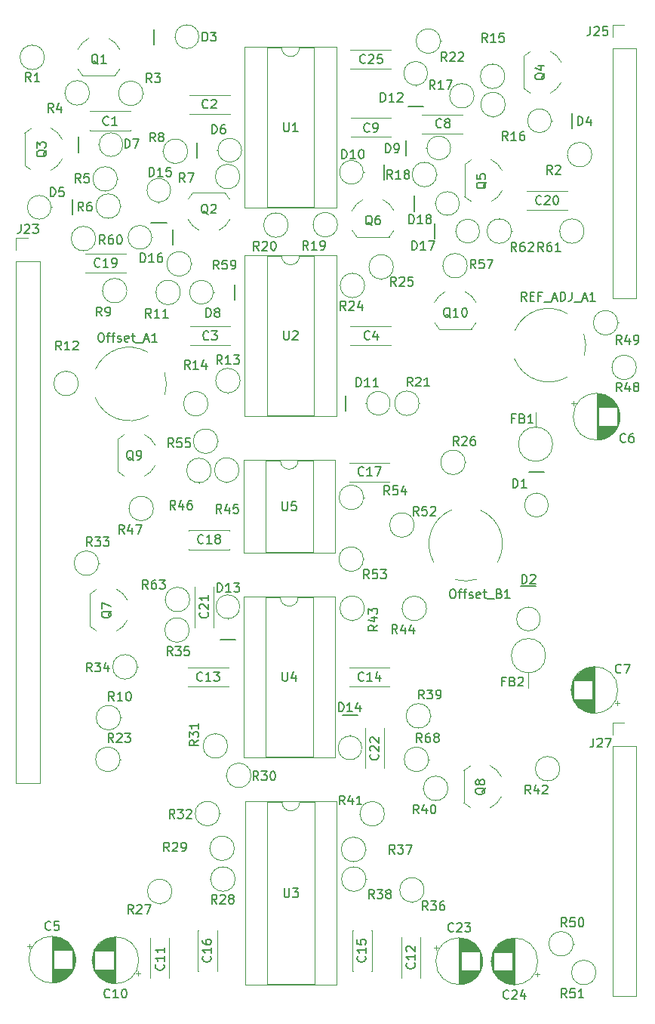
<source format=gbr>
%TF.GenerationSoftware,KiCad,Pcbnew,7.0.1-0*%
%TF.CreationDate,2024-01-08T18:39:07+13:00*%
%TF.ProjectId,MOL-main,4d4f4c2d-6d61-4696-9e2e-6b696361645f,001*%
%TF.SameCoordinates,Original*%
%TF.FileFunction,Legend,Top*%
%TF.FilePolarity,Positive*%
%FSLAX46Y46*%
G04 Gerber Fmt 4.6, Leading zero omitted, Abs format (unit mm)*
G04 Created by KiCad (PCBNEW 7.0.1-0) date 2024-01-08 18:39:07*
%MOMM*%
%LPD*%
G01*
G04 APERTURE LIST*
%ADD10C,0.150000*%
%ADD11C,0.120000*%
G04 APERTURE END LIST*
D10*
%TO.C,Q8*%
X74572857Y-121180238D02*
X74525238Y-121275476D01*
X74525238Y-121275476D02*
X74430000Y-121370714D01*
X74430000Y-121370714D02*
X74287142Y-121513571D01*
X74287142Y-121513571D02*
X74239523Y-121608809D01*
X74239523Y-121608809D02*
X74239523Y-121704047D01*
X74477619Y-121656428D02*
X74430000Y-121751666D01*
X74430000Y-121751666D02*
X74334761Y-121846904D01*
X74334761Y-121846904D02*
X74144285Y-121894523D01*
X74144285Y-121894523D02*
X73810952Y-121894523D01*
X73810952Y-121894523D02*
X73620476Y-121846904D01*
X73620476Y-121846904D02*
X73525238Y-121751666D01*
X73525238Y-121751666D02*
X73477619Y-121656428D01*
X73477619Y-121656428D02*
X73477619Y-121465952D01*
X73477619Y-121465952D02*
X73525238Y-121370714D01*
X73525238Y-121370714D02*
X73620476Y-121275476D01*
X73620476Y-121275476D02*
X73810952Y-121227857D01*
X73810952Y-121227857D02*
X74144285Y-121227857D01*
X74144285Y-121227857D02*
X74334761Y-121275476D01*
X74334761Y-121275476D02*
X74430000Y-121370714D01*
X74430000Y-121370714D02*
X74477619Y-121465952D01*
X74477619Y-121465952D02*
X74477619Y-121656428D01*
X73906190Y-120656428D02*
X73858571Y-120751666D01*
X73858571Y-120751666D02*
X73810952Y-120799285D01*
X73810952Y-120799285D02*
X73715714Y-120846904D01*
X73715714Y-120846904D02*
X73668095Y-120846904D01*
X73668095Y-120846904D02*
X73572857Y-120799285D01*
X73572857Y-120799285D02*
X73525238Y-120751666D01*
X73525238Y-120751666D02*
X73477619Y-120656428D01*
X73477619Y-120656428D02*
X73477619Y-120465952D01*
X73477619Y-120465952D02*
X73525238Y-120370714D01*
X73525238Y-120370714D02*
X73572857Y-120323095D01*
X73572857Y-120323095D02*
X73668095Y-120275476D01*
X73668095Y-120275476D02*
X73715714Y-120275476D01*
X73715714Y-120275476D02*
X73810952Y-120323095D01*
X73810952Y-120323095D02*
X73858571Y-120370714D01*
X73858571Y-120370714D02*
X73906190Y-120465952D01*
X73906190Y-120465952D02*
X73906190Y-120656428D01*
X73906190Y-120656428D02*
X73953809Y-120751666D01*
X73953809Y-120751666D02*
X74001428Y-120799285D01*
X74001428Y-120799285D02*
X74096666Y-120846904D01*
X74096666Y-120846904D02*
X74287142Y-120846904D01*
X74287142Y-120846904D02*
X74382380Y-120799285D01*
X74382380Y-120799285D02*
X74430000Y-120751666D01*
X74430000Y-120751666D02*
X74477619Y-120656428D01*
X74477619Y-120656428D02*
X74477619Y-120465952D01*
X74477619Y-120465952D02*
X74430000Y-120370714D01*
X74430000Y-120370714D02*
X74382380Y-120323095D01*
X74382380Y-120323095D02*
X74287142Y-120275476D01*
X74287142Y-120275476D02*
X74096666Y-120275476D01*
X74096666Y-120275476D02*
X74001428Y-120323095D01*
X74001428Y-120323095D02*
X73953809Y-120370714D01*
X73953809Y-120370714D02*
X73906190Y-120465952D01*
%TO.C,D10*%
X58460714Y-50637619D02*
X58460714Y-49637619D01*
X58460714Y-49637619D02*
X58698809Y-49637619D01*
X58698809Y-49637619D02*
X58841666Y-49685238D01*
X58841666Y-49685238D02*
X58936904Y-49780476D01*
X58936904Y-49780476D02*
X58984523Y-49875714D01*
X58984523Y-49875714D02*
X59032142Y-50066190D01*
X59032142Y-50066190D02*
X59032142Y-50209047D01*
X59032142Y-50209047D02*
X58984523Y-50399523D01*
X58984523Y-50399523D02*
X58936904Y-50494761D01*
X58936904Y-50494761D02*
X58841666Y-50590000D01*
X58841666Y-50590000D02*
X58698809Y-50637619D01*
X58698809Y-50637619D02*
X58460714Y-50637619D01*
X59984523Y-50637619D02*
X59413095Y-50637619D01*
X59698809Y-50637619D02*
X59698809Y-49637619D01*
X59698809Y-49637619D02*
X59603571Y-49780476D01*
X59603571Y-49780476D02*
X59508333Y-49875714D01*
X59508333Y-49875714D02*
X59413095Y-49923333D01*
X60603571Y-49637619D02*
X60698809Y-49637619D01*
X60698809Y-49637619D02*
X60794047Y-49685238D01*
X60794047Y-49685238D02*
X60841666Y-49732857D01*
X60841666Y-49732857D02*
X60889285Y-49828095D01*
X60889285Y-49828095D02*
X60936904Y-50018571D01*
X60936904Y-50018571D02*
X60936904Y-50256666D01*
X60936904Y-50256666D02*
X60889285Y-50447142D01*
X60889285Y-50447142D02*
X60841666Y-50542380D01*
X60841666Y-50542380D02*
X60794047Y-50590000D01*
X60794047Y-50590000D02*
X60698809Y-50637619D01*
X60698809Y-50637619D02*
X60603571Y-50637619D01*
X60603571Y-50637619D02*
X60508333Y-50590000D01*
X60508333Y-50590000D02*
X60460714Y-50542380D01*
X60460714Y-50542380D02*
X60413095Y-50447142D01*
X60413095Y-50447142D02*
X60365476Y-50256666D01*
X60365476Y-50256666D02*
X60365476Y-50018571D01*
X60365476Y-50018571D02*
X60413095Y-49828095D01*
X60413095Y-49828095D02*
X60460714Y-49732857D01*
X60460714Y-49732857D02*
X60508333Y-49685238D01*
X60508333Y-49685238D02*
X60603571Y-49637619D01*
%TO.C,Q1*%
X31114761Y-40052857D02*
X31019523Y-40005238D01*
X31019523Y-40005238D02*
X30924285Y-39910000D01*
X30924285Y-39910000D02*
X30781428Y-39767142D01*
X30781428Y-39767142D02*
X30686190Y-39719523D01*
X30686190Y-39719523D02*
X30590952Y-39719523D01*
X30638571Y-39957619D02*
X30543333Y-39910000D01*
X30543333Y-39910000D02*
X30448095Y-39814761D01*
X30448095Y-39814761D02*
X30400476Y-39624285D01*
X30400476Y-39624285D02*
X30400476Y-39290952D01*
X30400476Y-39290952D02*
X30448095Y-39100476D01*
X30448095Y-39100476D02*
X30543333Y-39005238D01*
X30543333Y-39005238D02*
X30638571Y-38957619D01*
X30638571Y-38957619D02*
X30829047Y-38957619D01*
X30829047Y-38957619D02*
X30924285Y-39005238D01*
X30924285Y-39005238D02*
X31019523Y-39100476D01*
X31019523Y-39100476D02*
X31067142Y-39290952D01*
X31067142Y-39290952D02*
X31067142Y-39624285D01*
X31067142Y-39624285D02*
X31019523Y-39814761D01*
X31019523Y-39814761D02*
X30924285Y-39910000D01*
X30924285Y-39910000D02*
X30829047Y-39957619D01*
X30829047Y-39957619D02*
X30638571Y-39957619D01*
X32019523Y-39957619D02*
X31448095Y-39957619D01*
X31733809Y-39957619D02*
X31733809Y-38957619D01*
X31733809Y-38957619D02*
X31638571Y-39100476D01*
X31638571Y-39100476D02*
X31543333Y-39195714D01*
X31543333Y-39195714D02*
X31448095Y-39243333D01*
%TO.C,R33*%
X30432142Y-94092619D02*
X30098809Y-93616428D01*
X29860714Y-94092619D02*
X29860714Y-93092619D01*
X29860714Y-93092619D02*
X30241666Y-93092619D01*
X30241666Y-93092619D02*
X30336904Y-93140238D01*
X30336904Y-93140238D02*
X30384523Y-93187857D01*
X30384523Y-93187857D02*
X30432142Y-93283095D01*
X30432142Y-93283095D02*
X30432142Y-93425952D01*
X30432142Y-93425952D02*
X30384523Y-93521190D01*
X30384523Y-93521190D02*
X30336904Y-93568809D01*
X30336904Y-93568809D02*
X30241666Y-93616428D01*
X30241666Y-93616428D02*
X29860714Y-93616428D01*
X30765476Y-93092619D02*
X31384523Y-93092619D01*
X31384523Y-93092619D02*
X31051190Y-93473571D01*
X31051190Y-93473571D02*
X31194047Y-93473571D01*
X31194047Y-93473571D02*
X31289285Y-93521190D01*
X31289285Y-93521190D02*
X31336904Y-93568809D01*
X31336904Y-93568809D02*
X31384523Y-93664047D01*
X31384523Y-93664047D02*
X31384523Y-93902142D01*
X31384523Y-93902142D02*
X31336904Y-93997380D01*
X31336904Y-93997380D02*
X31289285Y-94045000D01*
X31289285Y-94045000D02*
X31194047Y-94092619D01*
X31194047Y-94092619D02*
X30908333Y-94092619D01*
X30908333Y-94092619D02*
X30813095Y-94045000D01*
X30813095Y-94045000D02*
X30765476Y-93997380D01*
X31717857Y-93092619D02*
X32336904Y-93092619D01*
X32336904Y-93092619D02*
X32003571Y-93473571D01*
X32003571Y-93473571D02*
X32146428Y-93473571D01*
X32146428Y-93473571D02*
X32241666Y-93521190D01*
X32241666Y-93521190D02*
X32289285Y-93568809D01*
X32289285Y-93568809D02*
X32336904Y-93664047D01*
X32336904Y-93664047D02*
X32336904Y-93902142D01*
X32336904Y-93902142D02*
X32289285Y-93997380D01*
X32289285Y-93997380D02*
X32241666Y-94045000D01*
X32241666Y-94045000D02*
X32146428Y-94092619D01*
X32146428Y-94092619D02*
X31860714Y-94092619D01*
X31860714Y-94092619D02*
X31765476Y-94045000D01*
X31765476Y-94045000D02*
X31717857Y-93997380D01*
%TO.C,C21*%
X43392380Y-101527857D02*
X43440000Y-101575476D01*
X43440000Y-101575476D02*
X43487619Y-101718333D01*
X43487619Y-101718333D02*
X43487619Y-101813571D01*
X43487619Y-101813571D02*
X43440000Y-101956428D01*
X43440000Y-101956428D02*
X43344761Y-102051666D01*
X43344761Y-102051666D02*
X43249523Y-102099285D01*
X43249523Y-102099285D02*
X43059047Y-102146904D01*
X43059047Y-102146904D02*
X42916190Y-102146904D01*
X42916190Y-102146904D02*
X42725714Y-102099285D01*
X42725714Y-102099285D02*
X42630476Y-102051666D01*
X42630476Y-102051666D02*
X42535238Y-101956428D01*
X42535238Y-101956428D02*
X42487619Y-101813571D01*
X42487619Y-101813571D02*
X42487619Y-101718333D01*
X42487619Y-101718333D02*
X42535238Y-101575476D01*
X42535238Y-101575476D02*
X42582857Y-101527857D01*
X42582857Y-101146904D02*
X42535238Y-101099285D01*
X42535238Y-101099285D02*
X42487619Y-101004047D01*
X42487619Y-101004047D02*
X42487619Y-100765952D01*
X42487619Y-100765952D02*
X42535238Y-100670714D01*
X42535238Y-100670714D02*
X42582857Y-100623095D01*
X42582857Y-100623095D02*
X42678095Y-100575476D01*
X42678095Y-100575476D02*
X42773333Y-100575476D01*
X42773333Y-100575476D02*
X42916190Y-100623095D01*
X42916190Y-100623095D02*
X43487619Y-101194523D01*
X43487619Y-101194523D02*
X43487619Y-100575476D01*
X43487619Y-99623095D02*
X43487619Y-100194523D01*
X43487619Y-99908809D02*
X42487619Y-99908809D01*
X42487619Y-99908809D02*
X42630476Y-100004047D01*
X42630476Y-100004047D02*
X42725714Y-100099285D01*
X42725714Y-100099285D02*
X42773333Y-100194523D01*
%TO.C,R17*%
X68907142Y-42867619D02*
X68573809Y-42391428D01*
X68335714Y-42867619D02*
X68335714Y-41867619D01*
X68335714Y-41867619D02*
X68716666Y-41867619D01*
X68716666Y-41867619D02*
X68811904Y-41915238D01*
X68811904Y-41915238D02*
X68859523Y-41962857D01*
X68859523Y-41962857D02*
X68907142Y-42058095D01*
X68907142Y-42058095D02*
X68907142Y-42200952D01*
X68907142Y-42200952D02*
X68859523Y-42296190D01*
X68859523Y-42296190D02*
X68811904Y-42343809D01*
X68811904Y-42343809D02*
X68716666Y-42391428D01*
X68716666Y-42391428D02*
X68335714Y-42391428D01*
X69859523Y-42867619D02*
X69288095Y-42867619D01*
X69573809Y-42867619D02*
X69573809Y-41867619D01*
X69573809Y-41867619D02*
X69478571Y-42010476D01*
X69478571Y-42010476D02*
X69383333Y-42105714D01*
X69383333Y-42105714D02*
X69288095Y-42153333D01*
X70192857Y-41867619D02*
X70859523Y-41867619D01*
X70859523Y-41867619D02*
X70430952Y-42867619D01*
%TO.C,C1*%
X32283333Y-46817380D02*
X32235714Y-46865000D01*
X32235714Y-46865000D02*
X32092857Y-46912619D01*
X32092857Y-46912619D02*
X31997619Y-46912619D01*
X31997619Y-46912619D02*
X31854762Y-46865000D01*
X31854762Y-46865000D02*
X31759524Y-46769761D01*
X31759524Y-46769761D02*
X31711905Y-46674523D01*
X31711905Y-46674523D02*
X31664286Y-46484047D01*
X31664286Y-46484047D02*
X31664286Y-46341190D01*
X31664286Y-46341190D02*
X31711905Y-46150714D01*
X31711905Y-46150714D02*
X31759524Y-46055476D01*
X31759524Y-46055476D02*
X31854762Y-45960238D01*
X31854762Y-45960238D02*
X31997619Y-45912619D01*
X31997619Y-45912619D02*
X32092857Y-45912619D01*
X32092857Y-45912619D02*
X32235714Y-45960238D01*
X32235714Y-45960238D02*
X32283333Y-46007857D01*
X33235714Y-46912619D02*
X32664286Y-46912619D01*
X32950000Y-46912619D02*
X32950000Y-45912619D01*
X32950000Y-45912619D02*
X32854762Y-46055476D01*
X32854762Y-46055476D02*
X32759524Y-46150714D01*
X32759524Y-46150714D02*
X32664286Y-46198333D01*
%TO.C,R48*%
X89857142Y-76762619D02*
X89523809Y-76286428D01*
X89285714Y-76762619D02*
X89285714Y-75762619D01*
X89285714Y-75762619D02*
X89666666Y-75762619D01*
X89666666Y-75762619D02*
X89761904Y-75810238D01*
X89761904Y-75810238D02*
X89809523Y-75857857D01*
X89809523Y-75857857D02*
X89857142Y-75953095D01*
X89857142Y-75953095D02*
X89857142Y-76095952D01*
X89857142Y-76095952D02*
X89809523Y-76191190D01*
X89809523Y-76191190D02*
X89761904Y-76238809D01*
X89761904Y-76238809D02*
X89666666Y-76286428D01*
X89666666Y-76286428D02*
X89285714Y-76286428D01*
X90714285Y-76095952D02*
X90714285Y-76762619D01*
X90476190Y-75715000D02*
X90238095Y-76429285D01*
X90238095Y-76429285D02*
X90857142Y-76429285D01*
X91380952Y-76191190D02*
X91285714Y-76143571D01*
X91285714Y-76143571D02*
X91238095Y-76095952D01*
X91238095Y-76095952D02*
X91190476Y-76000714D01*
X91190476Y-76000714D02*
X91190476Y-75953095D01*
X91190476Y-75953095D02*
X91238095Y-75857857D01*
X91238095Y-75857857D02*
X91285714Y-75810238D01*
X91285714Y-75810238D02*
X91380952Y-75762619D01*
X91380952Y-75762619D02*
X91571428Y-75762619D01*
X91571428Y-75762619D02*
X91666666Y-75810238D01*
X91666666Y-75810238D02*
X91714285Y-75857857D01*
X91714285Y-75857857D02*
X91761904Y-75953095D01*
X91761904Y-75953095D02*
X91761904Y-76000714D01*
X91761904Y-76000714D02*
X91714285Y-76095952D01*
X91714285Y-76095952D02*
X91666666Y-76143571D01*
X91666666Y-76143571D02*
X91571428Y-76191190D01*
X91571428Y-76191190D02*
X91380952Y-76191190D01*
X91380952Y-76191190D02*
X91285714Y-76238809D01*
X91285714Y-76238809D02*
X91238095Y-76286428D01*
X91238095Y-76286428D02*
X91190476Y-76381666D01*
X91190476Y-76381666D02*
X91190476Y-76572142D01*
X91190476Y-76572142D02*
X91238095Y-76667380D01*
X91238095Y-76667380D02*
X91285714Y-76715000D01*
X91285714Y-76715000D02*
X91380952Y-76762619D01*
X91380952Y-76762619D02*
X91571428Y-76762619D01*
X91571428Y-76762619D02*
X91666666Y-76715000D01*
X91666666Y-76715000D02*
X91714285Y-76667380D01*
X91714285Y-76667380D02*
X91761904Y-76572142D01*
X91761904Y-76572142D02*
X91761904Y-76381666D01*
X91761904Y-76381666D02*
X91714285Y-76286428D01*
X91714285Y-76286428D02*
X91666666Y-76238809D01*
X91666666Y-76238809D02*
X91571428Y-76191190D01*
%TO.C,U2*%
X51948095Y-69962619D02*
X51948095Y-70772142D01*
X51948095Y-70772142D02*
X51995714Y-70867380D01*
X51995714Y-70867380D02*
X52043333Y-70915000D01*
X52043333Y-70915000D02*
X52138571Y-70962619D01*
X52138571Y-70962619D02*
X52329047Y-70962619D01*
X52329047Y-70962619D02*
X52424285Y-70915000D01*
X52424285Y-70915000D02*
X52471904Y-70867380D01*
X52471904Y-70867380D02*
X52519523Y-70772142D01*
X52519523Y-70772142D02*
X52519523Y-69962619D01*
X52948095Y-70057857D02*
X52995714Y-70010238D01*
X52995714Y-70010238D02*
X53090952Y-69962619D01*
X53090952Y-69962619D02*
X53329047Y-69962619D01*
X53329047Y-69962619D02*
X53424285Y-70010238D01*
X53424285Y-70010238D02*
X53471904Y-70057857D01*
X53471904Y-70057857D02*
X53519523Y-70153095D01*
X53519523Y-70153095D02*
X53519523Y-70248333D01*
X53519523Y-70248333D02*
X53471904Y-70391190D01*
X53471904Y-70391190D02*
X52900476Y-70962619D01*
X52900476Y-70962619D02*
X53519523Y-70962619D01*
%TO.C,R25*%
X64557142Y-64912619D02*
X64223809Y-64436428D01*
X63985714Y-64912619D02*
X63985714Y-63912619D01*
X63985714Y-63912619D02*
X64366666Y-63912619D01*
X64366666Y-63912619D02*
X64461904Y-63960238D01*
X64461904Y-63960238D02*
X64509523Y-64007857D01*
X64509523Y-64007857D02*
X64557142Y-64103095D01*
X64557142Y-64103095D02*
X64557142Y-64245952D01*
X64557142Y-64245952D02*
X64509523Y-64341190D01*
X64509523Y-64341190D02*
X64461904Y-64388809D01*
X64461904Y-64388809D02*
X64366666Y-64436428D01*
X64366666Y-64436428D02*
X63985714Y-64436428D01*
X64938095Y-64007857D02*
X64985714Y-63960238D01*
X64985714Y-63960238D02*
X65080952Y-63912619D01*
X65080952Y-63912619D02*
X65319047Y-63912619D01*
X65319047Y-63912619D02*
X65414285Y-63960238D01*
X65414285Y-63960238D02*
X65461904Y-64007857D01*
X65461904Y-64007857D02*
X65509523Y-64103095D01*
X65509523Y-64103095D02*
X65509523Y-64198333D01*
X65509523Y-64198333D02*
X65461904Y-64341190D01*
X65461904Y-64341190D02*
X64890476Y-64912619D01*
X64890476Y-64912619D02*
X65509523Y-64912619D01*
X66414285Y-63912619D02*
X65938095Y-63912619D01*
X65938095Y-63912619D02*
X65890476Y-64388809D01*
X65890476Y-64388809D02*
X65938095Y-64341190D01*
X65938095Y-64341190D02*
X66033333Y-64293571D01*
X66033333Y-64293571D02*
X66271428Y-64293571D01*
X66271428Y-64293571D02*
X66366666Y-64341190D01*
X66366666Y-64341190D02*
X66414285Y-64388809D01*
X66414285Y-64388809D02*
X66461904Y-64484047D01*
X66461904Y-64484047D02*
X66461904Y-64722142D01*
X66461904Y-64722142D02*
X66414285Y-64817380D01*
X66414285Y-64817380D02*
X66366666Y-64865000D01*
X66366666Y-64865000D02*
X66271428Y-64912619D01*
X66271428Y-64912619D02*
X66033333Y-64912619D01*
X66033333Y-64912619D02*
X65938095Y-64865000D01*
X65938095Y-64865000D02*
X65890476Y-64817380D01*
%TO.C,R20*%
X49157142Y-60932619D02*
X48823809Y-60456428D01*
X48585714Y-60932619D02*
X48585714Y-59932619D01*
X48585714Y-59932619D02*
X48966666Y-59932619D01*
X48966666Y-59932619D02*
X49061904Y-59980238D01*
X49061904Y-59980238D02*
X49109523Y-60027857D01*
X49109523Y-60027857D02*
X49157142Y-60123095D01*
X49157142Y-60123095D02*
X49157142Y-60265952D01*
X49157142Y-60265952D02*
X49109523Y-60361190D01*
X49109523Y-60361190D02*
X49061904Y-60408809D01*
X49061904Y-60408809D02*
X48966666Y-60456428D01*
X48966666Y-60456428D02*
X48585714Y-60456428D01*
X49538095Y-60027857D02*
X49585714Y-59980238D01*
X49585714Y-59980238D02*
X49680952Y-59932619D01*
X49680952Y-59932619D02*
X49919047Y-59932619D01*
X49919047Y-59932619D02*
X50014285Y-59980238D01*
X50014285Y-59980238D02*
X50061904Y-60027857D01*
X50061904Y-60027857D02*
X50109523Y-60123095D01*
X50109523Y-60123095D02*
X50109523Y-60218333D01*
X50109523Y-60218333D02*
X50061904Y-60361190D01*
X50061904Y-60361190D02*
X49490476Y-60932619D01*
X49490476Y-60932619D02*
X50109523Y-60932619D01*
X50728571Y-59932619D02*
X50823809Y-59932619D01*
X50823809Y-59932619D02*
X50919047Y-59980238D01*
X50919047Y-59980238D02*
X50966666Y-60027857D01*
X50966666Y-60027857D02*
X51014285Y-60123095D01*
X51014285Y-60123095D02*
X51061904Y-60313571D01*
X51061904Y-60313571D02*
X51061904Y-60551666D01*
X51061904Y-60551666D02*
X51014285Y-60742142D01*
X51014285Y-60742142D02*
X50966666Y-60837380D01*
X50966666Y-60837380D02*
X50919047Y-60885000D01*
X50919047Y-60885000D02*
X50823809Y-60932619D01*
X50823809Y-60932619D02*
X50728571Y-60932619D01*
X50728571Y-60932619D02*
X50633333Y-60885000D01*
X50633333Y-60885000D02*
X50585714Y-60837380D01*
X50585714Y-60837380D02*
X50538095Y-60742142D01*
X50538095Y-60742142D02*
X50490476Y-60551666D01*
X50490476Y-60551666D02*
X50490476Y-60313571D01*
X50490476Y-60313571D02*
X50538095Y-60123095D01*
X50538095Y-60123095D02*
X50585714Y-60027857D01*
X50585714Y-60027857D02*
X50633333Y-59980238D01*
X50633333Y-59980238D02*
X50728571Y-59932619D01*
%TO.C,D12*%
X62810714Y-44263305D02*
X62810714Y-43263305D01*
X62810714Y-43263305D02*
X63048809Y-43263305D01*
X63048809Y-43263305D02*
X63191666Y-43310924D01*
X63191666Y-43310924D02*
X63286904Y-43406162D01*
X63286904Y-43406162D02*
X63334523Y-43501400D01*
X63334523Y-43501400D02*
X63382142Y-43691876D01*
X63382142Y-43691876D02*
X63382142Y-43834733D01*
X63382142Y-43834733D02*
X63334523Y-44025209D01*
X63334523Y-44025209D02*
X63286904Y-44120447D01*
X63286904Y-44120447D02*
X63191666Y-44215686D01*
X63191666Y-44215686D02*
X63048809Y-44263305D01*
X63048809Y-44263305D02*
X62810714Y-44263305D01*
X64334523Y-44263305D02*
X63763095Y-44263305D01*
X64048809Y-44263305D02*
X64048809Y-43263305D01*
X64048809Y-43263305D02*
X63953571Y-43406162D01*
X63953571Y-43406162D02*
X63858333Y-43501400D01*
X63858333Y-43501400D02*
X63763095Y-43549019D01*
X64715476Y-43358543D02*
X64763095Y-43310924D01*
X64763095Y-43310924D02*
X64858333Y-43263305D01*
X64858333Y-43263305D02*
X65096428Y-43263305D01*
X65096428Y-43263305D02*
X65191666Y-43310924D01*
X65191666Y-43310924D02*
X65239285Y-43358543D01*
X65239285Y-43358543D02*
X65286904Y-43453781D01*
X65286904Y-43453781D02*
X65286904Y-43549019D01*
X65286904Y-43549019D02*
X65239285Y-43691876D01*
X65239285Y-43691876D02*
X64667857Y-44263305D01*
X64667857Y-44263305D02*
X65286904Y-44263305D01*
%TO.C,U3*%
X51988095Y-132462619D02*
X51988095Y-133272142D01*
X51988095Y-133272142D02*
X52035714Y-133367380D01*
X52035714Y-133367380D02*
X52083333Y-133415000D01*
X52083333Y-133415000D02*
X52178571Y-133462619D01*
X52178571Y-133462619D02*
X52369047Y-133462619D01*
X52369047Y-133462619D02*
X52464285Y-133415000D01*
X52464285Y-133415000D02*
X52511904Y-133367380D01*
X52511904Y-133367380D02*
X52559523Y-133272142D01*
X52559523Y-133272142D02*
X52559523Y-132462619D01*
X52940476Y-132462619D02*
X53559523Y-132462619D01*
X53559523Y-132462619D02*
X53226190Y-132843571D01*
X53226190Y-132843571D02*
X53369047Y-132843571D01*
X53369047Y-132843571D02*
X53464285Y-132891190D01*
X53464285Y-132891190D02*
X53511904Y-132938809D01*
X53511904Y-132938809D02*
X53559523Y-133034047D01*
X53559523Y-133034047D02*
X53559523Y-133272142D01*
X53559523Y-133272142D02*
X53511904Y-133367380D01*
X53511904Y-133367380D02*
X53464285Y-133415000D01*
X53464285Y-133415000D02*
X53369047Y-133462619D01*
X53369047Y-133462619D02*
X53083333Y-133462619D01*
X53083333Y-133462619D02*
X52988095Y-133415000D01*
X52988095Y-133415000D02*
X52940476Y-133367380D01*
%TO.C,R8*%
X37533333Y-48737619D02*
X37200000Y-48261428D01*
X36961905Y-48737619D02*
X36961905Y-47737619D01*
X36961905Y-47737619D02*
X37342857Y-47737619D01*
X37342857Y-47737619D02*
X37438095Y-47785238D01*
X37438095Y-47785238D02*
X37485714Y-47832857D01*
X37485714Y-47832857D02*
X37533333Y-47928095D01*
X37533333Y-47928095D02*
X37533333Y-48070952D01*
X37533333Y-48070952D02*
X37485714Y-48166190D01*
X37485714Y-48166190D02*
X37438095Y-48213809D01*
X37438095Y-48213809D02*
X37342857Y-48261428D01*
X37342857Y-48261428D02*
X36961905Y-48261428D01*
X38104762Y-48166190D02*
X38009524Y-48118571D01*
X38009524Y-48118571D02*
X37961905Y-48070952D01*
X37961905Y-48070952D02*
X37914286Y-47975714D01*
X37914286Y-47975714D02*
X37914286Y-47928095D01*
X37914286Y-47928095D02*
X37961905Y-47832857D01*
X37961905Y-47832857D02*
X38009524Y-47785238D01*
X38009524Y-47785238D02*
X38104762Y-47737619D01*
X38104762Y-47737619D02*
X38295238Y-47737619D01*
X38295238Y-47737619D02*
X38390476Y-47785238D01*
X38390476Y-47785238D02*
X38438095Y-47832857D01*
X38438095Y-47832857D02*
X38485714Y-47928095D01*
X38485714Y-47928095D02*
X38485714Y-47975714D01*
X38485714Y-47975714D02*
X38438095Y-48070952D01*
X38438095Y-48070952D02*
X38390476Y-48118571D01*
X38390476Y-48118571D02*
X38295238Y-48166190D01*
X38295238Y-48166190D02*
X38104762Y-48166190D01*
X38104762Y-48166190D02*
X38009524Y-48213809D01*
X38009524Y-48213809D02*
X37961905Y-48261428D01*
X37961905Y-48261428D02*
X37914286Y-48356666D01*
X37914286Y-48356666D02*
X37914286Y-48547142D01*
X37914286Y-48547142D02*
X37961905Y-48642380D01*
X37961905Y-48642380D02*
X38009524Y-48690000D01*
X38009524Y-48690000D02*
X38104762Y-48737619D01*
X38104762Y-48737619D02*
X38295238Y-48737619D01*
X38295238Y-48737619D02*
X38390476Y-48690000D01*
X38390476Y-48690000D02*
X38438095Y-48642380D01*
X38438095Y-48642380D02*
X38485714Y-48547142D01*
X38485714Y-48547142D02*
X38485714Y-48356666D01*
X38485714Y-48356666D02*
X38438095Y-48261428D01*
X38438095Y-48261428D02*
X38390476Y-48213809D01*
X38390476Y-48213809D02*
X38295238Y-48166190D01*
%TO.C,R62*%
X78057142Y-61062619D02*
X77723809Y-60586428D01*
X77485714Y-61062619D02*
X77485714Y-60062619D01*
X77485714Y-60062619D02*
X77866666Y-60062619D01*
X77866666Y-60062619D02*
X77961904Y-60110238D01*
X77961904Y-60110238D02*
X78009523Y-60157857D01*
X78009523Y-60157857D02*
X78057142Y-60253095D01*
X78057142Y-60253095D02*
X78057142Y-60395952D01*
X78057142Y-60395952D02*
X78009523Y-60491190D01*
X78009523Y-60491190D02*
X77961904Y-60538809D01*
X77961904Y-60538809D02*
X77866666Y-60586428D01*
X77866666Y-60586428D02*
X77485714Y-60586428D01*
X78914285Y-60062619D02*
X78723809Y-60062619D01*
X78723809Y-60062619D02*
X78628571Y-60110238D01*
X78628571Y-60110238D02*
X78580952Y-60157857D01*
X78580952Y-60157857D02*
X78485714Y-60300714D01*
X78485714Y-60300714D02*
X78438095Y-60491190D01*
X78438095Y-60491190D02*
X78438095Y-60872142D01*
X78438095Y-60872142D02*
X78485714Y-60967380D01*
X78485714Y-60967380D02*
X78533333Y-61015000D01*
X78533333Y-61015000D02*
X78628571Y-61062619D01*
X78628571Y-61062619D02*
X78819047Y-61062619D01*
X78819047Y-61062619D02*
X78914285Y-61015000D01*
X78914285Y-61015000D02*
X78961904Y-60967380D01*
X78961904Y-60967380D02*
X79009523Y-60872142D01*
X79009523Y-60872142D02*
X79009523Y-60634047D01*
X79009523Y-60634047D02*
X78961904Y-60538809D01*
X78961904Y-60538809D02*
X78914285Y-60491190D01*
X78914285Y-60491190D02*
X78819047Y-60443571D01*
X78819047Y-60443571D02*
X78628571Y-60443571D01*
X78628571Y-60443571D02*
X78533333Y-60491190D01*
X78533333Y-60491190D02*
X78485714Y-60538809D01*
X78485714Y-60538809D02*
X78438095Y-60634047D01*
X79390476Y-60157857D02*
X79438095Y-60110238D01*
X79438095Y-60110238D02*
X79533333Y-60062619D01*
X79533333Y-60062619D02*
X79771428Y-60062619D01*
X79771428Y-60062619D02*
X79866666Y-60110238D01*
X79866666Y-60110238D02*
X79914285Y-60157857D01*
X79914285Y-60157857D02*
X79961904Y-60253095D01*
X79961904Y-60253095D02*
X79961904Y-60348333D01*
X79961904Y-60348333D02*
X79914285Y-60491190D01*
X79914285Y-60491190D02*
X79342857Y-61062619D01*
X79342857Y-61062619D02*
X79961904Y-61062619D01*
%TO.C,D13*%
X44485714Y-99237619D02*
X44485714Y-98237619D01*
X44485714Y-98237619D02*
X44723809Y-98237619D01*
X44723809Y-98237619D02*
X44866666Y-98285238D01*
X44866666Y-98285238D02*
X44961904Y-98380476D01*
X44961904Y-98380476D02*
X45009523Y-98475714D01*
X45009523Y-98475714D02*
X45057142Y-98666190D01*
X45057142Y-98666190D02*
X45057142Y-98809047D01*
X45057142Y-98809047D02*
X45009523Y-98999523D01*
X45009523Y-98999523D02*
X44961904Y-99094761D01*
X44961904Y-99094761D02*
X44866666Y-99190000D01*
X44866666Y-99190000D02*
X44723809Y-99237619D01*
X44723809Y-99237619D02*
X44485714Y-99237619D01*
X46009523Y-99237619D02*
X45438095Y-99237619D01*
X45723809Y-99237619D02*
X45723809Y-98237619D01*
X45723809Y-98237619D02*
X45628571Y-98380476D01*
X45628571Y-98380476D02*
X45533333Y-98475714D01*
X45533333Y-98475714D02*
X45438095Y-98523333D01*
X46342857Y-98237619D02*
X46961904Y-98237619D01*
X46961904Y-98237619D02*
X46628571Y-98618571D01*
X46628571Y-98618571D02*
X46771428Y-98618571D01*
X46771428Y-98618571D02*
X46866666Y-98666190D01*
X46866666Y-98666190D02*
X46914285Y-98713809D01*
X46914285Y-98713809D02*
X46961904Y-98809047D01*
X46961904Y-98809047D02*
X46961904Y-99047142D01*
X46961904Y-99047142D02*
X46914285Y-99142380D01*
X46914285Y-99142380D02*
X46866666Y-99190000D01*
X46866666Y-99190000D02*
X46771428Y-99237619D01*
X46771428Y-99237619D02*
X46485714Y-99237619D01*
X46485714Y-99237619D02*
X46390476Y-99190000D01*
X46390476Y-99190000D02*
X46342857Y-99142380D01*
%TO.C,C13*%
X42807142Y-109117380D02*
X42759523Y-109165000D01*
X42759523Y-109165000D02*
X42616666Y-109212619D01*
X42616666Y-109212619D02*
X42521428Y-109212619D01*
X42521428Y-109212619D02*
X42378571Y-109165000D01*
X42378571Y-109165000D02*
X42283333Y-109069761D01*
X42283333Y-109069761D02*
X42235714Y-108974523D01*
X42235714Y-108974523D02*
X42188095Y-108784047D01*
X42188095Y-108784047D02*
X42188095Y-108641190D01*
X42188095Y-108641190D02*
X42235714Y-108450714D01*
X42235714Y-108450714D02*
X42283333Y-108355476D01*
X42283333Y-108355476D02*
X42378571Y-108260238D01*
X42378571Y-108260238D02*
X42521428Y-108212619D01*
X42521428Y-108212619D02*
X42616666Y-108212619D01*
X42616666Y-108212619D02*
X42759523Y-108260238D01*
X42759523Y-108260238D02*
X42807142Y-108307857D01*
X43759523Y-109212619D02*
X43188095Y-109212619D01*
X43473809Y-109212619D02*
X43473809Y-108212619D01*
X43473809Y-108212619D02*
X43378571Y-108355476D01*
X43378571Y-108355476D02*
X43283333Y-108450714D01*
X43283333Y-108450714D02*
X43188095Y-108498333D01*
X44092857Y-108212619D02*
X44711904Y-108212619D01*
X44711904Y-108212619D02*
X44378571Y-108593571D01*
X44378571Y-108593571D02*
X44521428Y-108593571D01*
X44521428Y-108593571D02*
X44616666Y-108641190D01*
X44616666Y-108641190D02*
X44664285Y-108688809D01*
X44664285Y-108688809D02*
X44711904Y-108784047D01*
X44711904Y-108784047D02*
X44711904Y-109022142D01*
X44711904Y-109022142D02*
X44664285Y-109117380D01*
X44664285Y-109117380D02*
X44616666Y-109165000D01*
X44616666Y-109165000D02*
X44521428Y-109212619D01*
X44521428Y-109212619D02*
X44235714Y-109212619D01*
X44235714Y-109212619D02*
X44140476Y-109165000D01*
X44140476Y-109165000D02*
X44092857Y-109117380D01*
%TO.C,R23*%
X32832142Y-116092619D02*
X32498809Y-115616428D01*
X32260714Y-116092619D02*
X32260714Y-115092619D01*
X32260714Y-115092619D02*
X32641666Y-115092619D01*
X32641666Y-115092619D02*
X32736904Y-115140238D01*
X32736904Y-115140238D02*
X32784523Y-115187857D01*
X32784523Y-115187857D02*
X32832142Y-115283095D01*
X32832142Y-115283095D02*
X32832142Y-115425952D01*
X32832142Y-115425952D02*
X32784523Y-115521190D01*
X32784523Y-115521190D02*
X32736904Y-115568809D01*
X32736904Y-115568809D02*
X32641666Y-115616428D01*
X32641666Y-115616428D02*
X32260714Y-115616428D01*
X33213095Y-115187857D02*
X33260714Y-115140238D01*
X33260714Y-115140238D02*
X33355952Y-115092619D01*
X33355952Y-115092619D02*
X33594047Y-115092619D01*
X33594047Y-115092619D02*
X33689285Y-115140238D01*
X33689285Y-115140238D02*
X33736904Y-115187857D01*
X33736904Y-115187857D02*
X33784523Y-115283095D01*
X33784523Y-115283095D02*
X33784523Y-115378333D01*
X33784523Y-115378333D02*
X33736904Y-115521190D01*
X33736904Y-115521190D02*
X33165476Y-116092619D01*
X33165476Y-116092619D02*
X33784523Y-116092619D01*
X34117857Y-115092619D02*
X34736904Y-115092619D01*
X34736904Y-115092619D02*
X34403571Y-115473571D01*
X34403571Y-115473571D02*
X34546428Y-115473571D01*
X34546428Y-115473571D02*
X34641666Y-115521190D01*
X34641666Y-115521190D02*
X34689285Y-115568809D01*
X34689285Y-115568809D02*
X34736904Y-115664047D01*
X34736904Y-115664047D02*
X34736904Y-115902142D01*
X34736904Y-115902142D02*
X34689285Y-115997380D01*
X34689285Y-115997380D02*
X34641666Y-116045000D01*
X34641666Y-116045000D02*
X34546428Y-116092619D01*
X34546428Y-116092619D02*
X34260714Y-116092619D01*
X34260714Y-116092619D02*
X34165476Y-116045000D01*
X34165476Y-116045000D02*
X34117857Y-115997380D01*
%TO.C,C3*%
X43508333Y-70892380D02*
X43460714Y-70940000D01*
X43460714Y-70940000D02*
X43317857Y-70987619D01*
X43317857Y-70987619D02*
X43222619Y-70987619D01*
X43222619Y-70987619D02*
X43079762Y-70940000D01*
X43079762Y-70940000D02*
X42984524Y-70844761D01*
X42984524Y-70844761D02*
X42936905Y-70749523D01*
X42936905Y-70749523D02*
X42889286Y-70559047D01*
X42889286Y-70559047D02*
X42889286Y-70416190D01*
X42889286Y-70416190D02*
X42936905Y-70225714D01*
X42936905Y-70225714D02*
X42984524Y-70130476D01*
X42984524Y-70130476D02*
X43079762Y-70035238D01*
X43079762Y-70035238D02*
X43222619Y-69987619D01*
X43222619Y-69987619D02*
X43317857Y-69987619D01*
X43317857Y-69987619D02*
X43460714Y-70035238D01*
X43460714Y-70035238D02*
X43508333Y-70082857D01*
X43841667Y-69987619D02*
X44460714Y-69987619D01*
X44460714Y-69987619D02*
X44127381Y-70368571D01*
X44127381Y-70368571D02*
X44270238Y-70368571D01*
X44270238Y-70368571D02*
X44365476Y-70416190D01*
X44365476Y-70416190D02*
X44413095Y-70463809D01*
X44413095Y-70463809D02*
X44460714Y-70559047D01*
X44460714Y-70559047D02*
X44460714Y-70797142D01*
X44460714Y-70797142D02*
X44413095Y-70892380D01*
X44413095Y-70892380D02*
X44365476Y-70940000D01*
X44365476Y-70940000D02*
X44270238Y-70987619D01*
X44270238Y-70987619D02*
X43984524Y-70987619D01*
X43984524Y-70987619D02*
X43889286Y-70940000D01*
X43889286Y-70940000D02*
X43841667Y-70892380D01*
%TO.C,U4*%
X51798095Y-108212619D02*
X51798095Y-109022142D01*
X51798095Y-109022142D02*
X51845714Y-109117380D01*
X51845714Y-109117380D02*
X51893333Y-109165000D01*
X51893333Y-109165000D02*
X51988571Y-109212619D01*
X51988571Y-109212619D02*
X52179047Y-109212619D01*
X52179047Y-109212619D02*
X52274285Y-109165000D01*
X52274285Y-109165000D02*
X52321904Y-109117380D01*
X52321904Y-109117380D02*
X52369523Y-109022142D01*
X52369523Y-109022142D02*
X52369523Y-108212619D01*
X53274285Y-108545952D02*
X53274285Y-109212619D01*
X53036190Y-108165000D02*
X52798095Y-108879285D01*
X52798095Y-108879285D02*
X53417142Y-108879285D01*
%TO.C,R24*%
X58907142Y-67637619D02*
X58573809Y-67161428D01*
X58335714Y-67637619D02*
X58335714Y-66637619D01*
X58335714Y-66637619D02*
X58716666Y-66637619D01*
X58716666Y-66637619D02*
X58811904Y-66685238D01*
X58811904Y-66685238D02*
X58859523Y-66732857D01*
X58859523Y-66732857D02*
X58907142Y-66828095D01*
X58907142Y-66828095D02*
X58907142Y-66970952D01*
X58907142Y-66970952D02*
X58859523Y-67066190D01*
X58859523Y-67066190D02*
X58811904Y-67113809D01*
X58811904Y-67113809D02*
X58716666Y-67161428D01*
X58716666Y-67161428D02*
X58335714Y-67161428D01*
X59288095Y-66732857D02*
X59335714Y-66685238D01*
X59335714Y-66685238D02*
X59430952Y-66637619D01*
X59430952Y-66637619D02*
X59669047Y-66637619D01*
X59669047Y-66637619D02*
X59764285Y-66685238D01*
X59764285Y-66685238D02*
X59811904Y-66732857D01*
X59811904Y-66732857D02*
X59859523Y-66828095D01*
X59859523Y-66828095D02*
X59859523Y-66923333D01*
X59859523Y-66923333D02*
X59811904Y-67066190D01*
X59811904Y-67066190D02*
X59240476Y-67637619D01*
X59240476Y-67637619D02*
X59859523Y-67637619D01*
X60716666Y-66970952D02*
X60716666Y-67637619D01*
X60478571Y-66590000D02*
X60240476Y-67304285D01*
X60240476Y-67304285D02*
X60859523Y-67304285D01*
%TO.C,Q5*%
X74677857Y-53270238D02*
X74630238Y-53365476D01*
X74630238Y-53365476D02*
X74535000Y-53460714D01*
X74535000Y-53460714D02*
X74392142Y-53603571D01*
X74392142Y-53603571D02*
X74344523Y-53698809D01*
X74344523Y-53698809D02*
X74344523Y-53794047D01*
X74582619Y-53746428D02*
X74535000Y-53841666D01*
X74535000Y-53841666D02*
X74439761Y-53936904D01*
X74439761Y-53936904D02*
X74249285Y-53984523D01*
X74249285Y-53984523D02*
X73915952Y-53984523D01*
X73915952Y-53984523D02*
X73725476Y-53936904D01*
X73725476Y-53936904D02*
X73630238Y-53841666D01*
X73630238Y-53841666D02*
X73582619Y-53746428D01*
X73582619Y-53746428D02*
X73582619Y-53555952D01*
X73582619Y-53555952D02*
X73630238Y-53460714D01*
X73630238Y-53460714D02*
X73725476Y-53365476D01*
X73725476Y-53365476D02*
X73915952Y-53317857D01*
X73915952Y-53317857D02*
X74249285Y-53317857D01*
X74249285Y-53317857D02*
X74439761Y-53365476D01*
X74439761Y-53365476D02*
X74535000Y-53460714D01*
X74535000Y-53460714D02*
X74582619Y-53555952D01*
X74582619Y-53555952D02*
X74582619Y-53746428D01*
X73582619Y-52413095D02*
X73582619Y-52889285D01*
X73582619Y-52889285D02*
X74058809Y-52936904D01*
X74058809Y-52936904D02*
X74011190Y-52889285D01*
X74011190Y-52889285D02*
X73963571Y-52794047D01*
X73963571Y-52794047D02*
X73963571Y-52555952D01*
X73963571Y-52555952D02*
X74011190Y-52460714D01*
X74011190Y-52460714D02*
X74058809Y-52413095D01*
X74058809Y-52413095D02*
X74154047Y-52365476D01*
X74154047Y-52365476D02*
X74392142Y-52365476D01*
X74392142Y-52365476D02*
X74487380Y-52413095D01*
X74487380Y-52413095D02*
X74535000Y-52460714D01*
X74535000Y-52460714D02*
X74582619Y-52555952D01*
X74582619Y-52555952D02*
X74582619Y-52794047D01*
X74582619Y-52794047D02*
X74535000Y-52889285D01*
X74535000Y-52889285D02*
X74487380Y-52936904D01*
%TO.C,R43*%
X62457619Y-102967857D02*
X61981428Y-103301190D01*
X62457619Y-103539285D02*
X61457619Y-103539285D01*
X61457619Y-103539285D02*
X61457619Y-103158333D01*
X61457619Y-103158333D02*
X61505238Y-103063095D01*
X61505238Y-103063095D02*
X61552857Y-103015476D01*
X61552857Y-103015476D02*
X61648095Y-102967857D01*
X61648095Y-102967857D02*
X61790952Y-102967857D01*
X61790952Y-102967857D02*
X61886190Y-103015476D01*
X61886190Y-103015476D02*
X61933809Y-103063095D01*
X61933809Y-103063095D02*
X61981428Y-103158333D01*
X61981428Y-103158333D02*
X61981428Y-103539285D01*
X61790952Y-102110714D02*
X62457619Y-102110714D01*
X61410000Y-102348809D02*
X62124285Y-102586904D01*
X62124285Y-102586904D02*
X62124285Y-101967857D01*
X61457619Y-101682142D02*
X61457619Y-101063095D01*
X61457619Y-101063095D02*
X61838571Y-101396428D01*
X61838571Y-101396428D02*
X61838571Y-101253571D01*
X61838571Y-101253571D02*
X61886190Y-101158333D01*
X61886190Y-101158333D02*
X61933809Y-101110714D01*
X61933809Y-101110714D02*
X62029047Y-101063095D01*
X62029047Y-101063095D02*
X62267142Y-101063095D01*
X62267142Y-101063095D02*
X62362380Y-101110714D01*
X62362380Y-101110714D02*
X62410000Y-101158333D01*
X62410000Y-101158333D02*
X62457619Y-101253571D01*
X62457619Y-101253571D02*
X62457619Y-101539285D01*
X62457619Y-101539285D02*
X62410000Y-101634523D01*
X62410000Y-101634523D02*
X62362380Y-101682142D01*
%TO.C,D11*%
X60080029Y-76211248D02*
X60080029Y-75211248D01*
X60080029Y-75211248D02*
X60318124Y-75211248D01*
X60318124Y-75211248D02*
X60460981Y-75258867D01*
X60460981Y-75258867D02*
X60556219Y-75354105D01*
X60556219Y-75354105D02*
X60603838Y-75449343D01*
X60603838Y-75449343D02*
X60651457Y-75639819D01*
X60651457Y-75639819D02*
X60651457Y-75782676D01*
X60651457Y-75782676D02*
X60603838Y-75973152D01*
X60603838Y-75973152D02*
X60556219Y-76068390D01*
X60556219Y-76068390D02*
X60460981Y-76163629D01*
X60460981Y-76163629D02*
X60318124Y-76211248D01*
X60318124Y-76211248D02*
X60080029Y-76211248D01*
X61603838Y-76211248D02*
X61032410Y-76211248D01*
X61318124Y-76211248D02*
X61318124Y-75211248D01*
X61318124Y-75211248D02*
X61222886Y-75354105D01*
X61222886Y-75354105D02*
X61127648Y-75449343D01*
X61127648Y-75449343D02*
X61032410Y-75496962D01*
X62556219Y-76211248D02*
X61984791Y-76211248D01*
X62270505Y-76211248D02*
X62270505Y-75211248D01*
X62270505Y-75211248D02*
X62175267Y-75354105D01*
X62175267Y-75354105D02*
X62080029Y-75449343D01*
X62080029Y-75449343D02*
X61984791Y-75496962D01*
%TO.C,R51*%
X83692142Y-144722619D02*
X83358809Y-144246428D01*
X83120714Y-144722619D02*
X83120714Y-143722619D01*
X83120714Y-143722619D02*
X83501666Y-143722619D01*
X83501666Y-143722619D02*
X83596904Y-143770238D01*
X83596904Y-143770238D02*
X83644523Y-143817857D01*
X83644523Y-143817857D02*
X83692142Y-143913095D01*
X83692142Y-143913095D02*
X83692142Y-144055952D01*
X83692142Y-144055952D02*
X83644523Y-144151190D01*
X83644523Y-144151190D02*
X83596904Y-144198809D01*
X83596904Y-144198809D02*
X83501666Y-144246428D01*
X83501666Y-144246428D02*
X83120714Y-144246428D01*
X84596904Y-143722619D02*
X84120714Y-143722619D01*
X84120714Y-143722619D02*
X84073095Y-144198809D01*
X84073095Y-144198809D02*
X84120714Y-144151190D01*
X84120714Y-144151190D02*
X84215952Y-144103571D01*
X84215952Y-144103571D02*
X84454047Y-144103571D01*
X84454047Y-144103571D02*
X84549285Y-144151190D01*
X84549285Y-144151190D02*
X84596904Y-144198809D01*
X84596904Y-144198809D02*
X84644523Y-144294047D01*
X84644523Y-144294047D02*
X84644523Y-144532142D01*
X84644523Y-144532142D02*
X84596904Y-144627380D01*
X84596904Y-144627380D02*
X84549285Y-144675000D01*
X84549285Y-144675000D02*
X84454047Y-144722619D01*
X84454047Y-144722619D02*
X84215952Y-144722619D01*
X84215952Y-144722619D02*
X84120714Y-144675000D01*
X84120714Y-144675000D02*
X84073095Y-144627380D01*
X85596904Y-144722619D02*
X85025476Y-144722619D01*
X85311190Y-144722619D02*
X85311190Y-143722619D01*
X85311190Y-143722619D02*
X85215952Y-143865476D01*
X85215952Y-143865476D02*
X85120714Y-143960714D01*
X85120714Y-143960714D02*
X85025476Y-144008333D01*
%TO.C,C25*%
X61107142Y-39867380D02*
X61059523Y-39915000D01*
X61059523Y-39915000D02*
X60916666Y-39962619D01*
X60916666Y-39962619D02*
X60821428Y-39962619D01*
X60821428Y-39962619D02*
X60678571Y-39915000D01*
X60678571Y-39915000D02*
X60583333Y-39819761D01*
X60583333Y-39819761D02*
X60535714Y-39724523D01*
X60535714Y-39724523D02*
X60488095Y-39534047D01*
X60488095Y-39534047D02*
X60488095Y-39391190D01*
X60488095Y-39391190D02*
X60535714Y-39200714D01*
X60535714Y-39200714D02*
X60583333Y-39105476D01*
X60583333Y-39105476D02*
X60678571Y-39010238D01*
X60678571Y-39010238D02*
X60821428Y-38962619D01*
X60821428Y-38962619D02*
X60916666Y-38962619D01*
X60916666Y-38962619D02*
X61059523Y-39010238D01*
X61059523Y-39010238D02*
X61107142Y-39057857D01*
X61488095Y-39057857D02*
X61535714Y-39010238D01*
X61535714Y-39010238D02*
X61630952Y-38962619D01*
X61630952Y-38962619D02*
X61869047Y-38962619D01*
X61869047Y-38962619D02*
X61964285Y-39010238D01*
X61964285Y-39010238D02*
X62011904Y-39057857D01*
X62011904Y-39057857D02*
X62059523Y-39153095D01*
X62059523Y-39153095D02*
X62059523Y-39248333D01*
X62059523Y-39248333D02*
X62011904Y-39391190D01*
X62011904Y-39391190D02*
X61440476Y-39962619D01*
X61440476Y-39962619D02*
X62059523Y-39962619D01*
X62964285Y-38962619D02*
X62488095Y-38962619D01*
X62488095Y-38962619D02*
X62440476Y-39438809D01*
X62440476Y-39438809D02*
X62488095Y-39391190D01*
X62488095Y-39391190D02*
X62583333Y-39343571D01*
X62583333Y-39343571D02*
X62821428Y-39343571D01*
X62821428Y-39343571D02*
X62916666Y-39391190D01*
X62916666Y-39391190D02*
X62964285Y-39438809D01*
X62964285Y-39438809D02*
X63011904Y-39534047D01*
X63011904Y-39534047D02*
X63011904Y-39772142D01*
X63011904Y-39772142D02*
X62964285Y-39867380D01*
X62964285Y-39867380D02*
X62916666Y-39915000D01*
X62916666Y-39915000D02*
X62821428Y-39962619D01*
X62821428Y-39962619D02*
X62583333Y-39962619D01*
X62583333Y-39962619D02*
X62488095Y-39915000D01*
X62488095Y-39915000D02*
X62440476Y-39867380D01*
%TO.C,C17*%
X60907142Y-86117380D02*
X60859523Y-86165000D01*
X60859523Y-86165000D02*
X60716666Y-86212619D01*
X60716666Y-86212619D02*
X60621428Y-86212619D01*
X60621428Y-86212619D02*
X60478571Y-86165000D01*
X60478571Y-86165000D02*
X60383333Y-86069761D01*
X60383333Y-86069761D02*
X60335714Y-85974523D01*
X60335714Y-85974523D02*
X60288095Y-85784047D01*
X60288095Y-85784047D02*
X60288095Y-85641190D01*
X60288095Y-85641190D02*
X60335714Y-85450714D01*
X60335714Y-85450714D02*
X60383333Y-85355476D01*
X60383333Y-85355476D02*
X60478571Y-85260238D01*
X60478571Y-85260238D02*
X60621428Y-85212619D01*
X60621428Y-85212619D02*
X60716666Y-85212619D01*
X60716666Y-85212619D02*
X60859523Y-85260238D01*
X60859523Y-85260238D02*
X60907142Y-85307857D01*
X61859523Y-86212619D02*
X61288095Y-86212619D01*
X61573809Y-86212619D02*
X61573809Y-85212619D01*
X61573809Y-85212619D02*
X61478571Y-85355476D01*
X61478571Y-85355476D02*
X61383333Y-85450714D01*
X61383333Y-85450714D02*
X61288095Y-85498333D01*
X62192857Y-85212619D02*
X62859523Y-85212619D01*
X62859523Y-85212619D02*
X62430952Y-86212619D01*
%TO.C,R16*%
X77082142Y-48612619D02*
X76748809Y-48136428D01*
X76510714Y-48612619D02*
X76510714Y-47612619D01*
X76510714Y-47612619D02*
X76891666Y-47612619D01*
X76891666Y-47612619D02*
X76986904Y-47660238D01*
X76986904Y-47660238D02*
X77034523Y-47707857D01*
X77034523Y-47707857D02*
X77082142Y-47803095D01*
X77082142Y-47803095D02*
X77082142Y-47945952D01*
X77082142Y-47945952D02*
X77034523Y-48041190D01*
X77034523Y-48041190D02*
X76986904Y-48088809D01*
X76986904Y-48088809D02*
X76891666Y-48136428D01*
X76891666Y-48136428D02*
X76510714Y-48136428D01*
X78034523Y-48612619D02*
X77463095Y-48612619D01*
X77748809Y-48612619D02*
X77748809Y-47612619D01*
X77748809Y-47612619D02*
X77653571Y-47755476D01*
X77653571Y-47755476D02*
X77558333Y-47850714D01*
X77558333Y-47850714D02*
X77463095Y-47898333D01*
X78891666Y-47612619D02*
X78701190Y-47612619D01*
X78701190Y-47612619D02*
X78605952Y-47660238D01*
X78605952Y-47660238D02*
X78558333Y-47707857D01*
X78558333Y-47707857D02*
X78463095Y-47850714D01*
X78463095Y-47850714D02*
X78415476Y-48041190D01*
X78415476Y-48041190D02*
X78415476Y-48422142D01*
X78415476Y-48422142D02*
X78463095Y-48517380D01*
X78463095Y-48517380D02*
X78510714Y-48565000D01*
X78510714Y-48565000D02*
X78605952Y-48612619D01*
X78605952Y-48612619D02*
X78796428Y-48612619D01*
X78796428Y-48612619D02*
X78891666Y-48565000D01*
X78891666Y-48565000D02*
X78939285Y-48517380D01*
X78939285Y-48517380D02*
X78986904Y-48422142D01*
X78986904Y-48422142D02*
X78986904Y-48184047D01*
X78986904Y-48184047D02*
X78939285Y-48088809D01*
X78939285Y-48088809D02*
X78891666Y-48041190D01*
X78891666Y-48041190D02*
X78796428Y-47993571D01*
X78796428Y-47993571D02*
X78605952Y-47993571D01*
X78605952Y-47993571D02*
X78510714Y-48041190D01*
X78510714Y-48041190D02*
X78463095Y-48088809D01*
X78463095Y-48088809D02*
X78415476Y-48184047D01*
%TO.C,FB1*%
X77866666Y-79763809D02*
X77533333Y-79763809D01*
X77533333Y-80287619D02*
X77533333Y-79287619D01*
X77533333Y-79287619D02*
X78009523Y-79287619D01*
X78723809Y-79763809D02*
X78866666Y-79811428D01*
X78866666Y-79811428D02*
X78914285Y-79859047D01*
X78914285Y-79859047D02*
X78961904Y-79954285D01*
X78961904Y-79954285D02*
X78961904Y-80097142D01*
X78961904Y-80097142D02*
X78914285Y-80192380D01*
X78914285Y-80192380D02*
X78866666Y-80240000D01*
X78866666Y-80240000D02*
X78771428Y-80287619D01*
X78771428Y-80287619D02*
X78390476Y-80287619D01*
X78390476Y-80287619D02*
X78390476Y-79287619D01*
X78390476Y-79287619D02*
X78723809Y-79287619D01*
X78723809Y-79287619D02*
X78819047Y-79335238D01*
X78819047Y-79335238D02*
X78866666Y-79382857D01*
X78866666Y-79382857D02*
X78914285Y-79478095D01*
X78914285Y-79478095D02*
X78914285Y-79573333D01*
X78914285Y-79573333D02*
X78866666Y-79668571D01*
X78866666Y-79668571D02*
X78819047Y-79716190D01*
X78819047Y-79716190D02*
X78723809Y-79763809D01*
X78723809Y-79763809D02*
X78390476Y-79763809D01*
X79914285Y-80287619D02*
X79342857Y-80287619D01*
X79628571Y-80287619D02*
X79628571Y-79287619D01*
X79628571Y-79287619D02*
X79533333Y-79430476D01*
X79533333Y-79430476D02*
X79438095Y-79525714D01*
X79438095Y-79525714D02*
X79342857Y-79573333D01*
%TO.C,D4*%
X84936220Y-46912619D02*
X84936220Y-45912619D01*
X84936220Y-45912619D02*
X85174315Y-45912619D01*
X85174315Y-45912619D02*
X85317172Y-45960238D01*
X85317172Y-45960238D02*
X85412410Y-46055476D01*
X85412410Y-46055476D02*
X85460029Y-46150714D01*
X85460029Y-46150714D02*
X85507648Y-46341190D01*
X85507648Y-46341190D02*
X85507648Y-46484047D01*
X85507648Y-46484047D02*
X85460029Y-46674523D01*
X85460029Y-46674523D02*
X85412410Y-46769761D01*
X85412410Y-46769761D02*
X85317172Y-46865000D01*
X85317172Y-46865000D02*
X85174315Y-46912619D01*
X85174315Y-46912619D02*
X84936220Y-46912619D01*
X86364791Y-46245952D02*
X86364791Y-46912619D01*
X86126696Y-45865000D02*
X85888601Y-46579285D01*
X85888601Y-46579285D02*
X86507648Y-46579285D01*
%TO.C,R52*%
X67082142Y-90662619D02*
X66748809Y-90186428D01*
X66510714Y-90662619D02*
X66510714Y-89662619D01*
X66510714Y-89662619D02*
X66891666Y-89662619D01*
X66891666Y-89662619D02*
X66986904Y-89710238D01*
X66986904Y-89710238D02*
X67034523Y-89757857D01*
X67034523Y-89757857D02*
X67082142Y-89853095D01*
X67082142Y-89853095D02*
X67082142Y-89995952D01*
X67082142Y-89995952D02*
X67034523Y-90091190D01*
X67034523Y-90091190D02*
X66986904Y-90138809D01*
X66986904Y-90138809D02*
X66891666Y-90186428D01*
X66891666Y-90186428D02*
X66510714Y-90186428D01*
X67986904Y-89662619D02*
X67510714Y-89662619D01*
X67510714Y-89662619D02*
X67463095Y-90138809D01*
X67463095Y-90138809D02*
X67510714Y-90091190D01*
X67510714Y-90091190D02*
X67605952Y-90043571D01*
X67605952Y-90043571D02*
X67844047Y-90043571D01*
X67844047Y-90043571D02*
X67939285Y-90091190D01*
X67939285Y-90091190D02*
X67986904Y-90138809D01*
X67986904Y-90138809D02*
X68034523Y-90234047D01*
X68034523Y-90234047D02*
X68034523Y-90472142D01*
X68034523Y-90472142D02*
X67986904Y-90567380D01*
X67986904Y-90567380D02*
X67939285Y-90615000D01*
X67939285Y-90615000D02*
X67844047Y-90662619D01*
X67844047Y-90662619D02*
X67605952Y-90662619D01*
X67605952Y-90662619D02*
X67510714Y-90615000D01*
X67510714Y-90615000D02*
X67463095Y-90567380D01*
X68415476Y-89757857D02*
X68463095Y-89710238D01*
X68463095Y-89710238D02*
X68558333Y-89662619D01*
X68558333Y-89662619D02*
X68796428Y-89662619D01*
X68796428Y-89662619D02*
X68891666Y-89710238D01*
X68891666Y-89710238D02*
X68939285Y-89757857D01*
X68939285Y-89757857D02*
X68986904Y-89853095D01*
X68986904Y-89853095D02*
X68986904Y-89948333D01*
X68986904Y-89948333D02*
X68939285Y-90091190D01*
X68939285Y-90091190D02*
X68367857Y-90662619D01*
X68367857Y-90662619D02*
X68986904Y-90662619D01*
%TO.C,R7*%
X40858333Y-53287619D02*
X40525000Y-52811428D01*
X40286905Y-53287619D02*
X40286905Y-52287619D01*
X40286905Y-52287619D02*
X40667857Y-52287619D01*
X40667857Y-52287619D02*
X40763095Y-52335238D01*
X40763095Y-52335238D02*
X40810714Y-52382857D01*
X40810714Y-52382857D02*
X40858333Y-52478095D01*
X40858333Y-52478095D02*
X40858333Y-52620952D01*
X40858333Y-52620952D02*
X40810714Y-52716190D01*
X40810714Y-52716190D02*
X40763095Y-52763809D01*
X40763095Y-52763809D02*
X40667857Y-52811428D01*
X40667857Y-52811428D02*
X40286905Y-52811428D01*
X41191667Y-52287619D02*
X41858333Y-52287619D01*
X41858333Y-52287619D02*
X41429762Y-53287619D01*
%TO.C,R2*%
X82058333Y-52387619D02*
X81725000Y-51911428D01*
X81486905Y-52387619D02*
X81486905Y-51387619D01*
X81486905Y-51387619D02*
X81867857Y-51387619D01*
X81867857Y-51387619D02*
X81963095Y-51435238D01*
X81963095Y-51435238D02*
X82010714Y-51482857D01*
X82010714Y-51482857D02*
X82058333Y-51578095D01*
X82058333Y-51578095D02*
X82058333Y-51720952D01*
X82058333Y-51720952D02*
X82010714Y-51816190D01*
X82010714Y-51816190D02*
X81963095Y-51863809D01*
X81963095Y-51863809D02*
X81867857Y-51911428D01*
X81867857Y-51911428D02*
X81486905Y-51911428D01*
X82439286Y-51482857D02*
X82486905Y-51435238D01*
X82486905Y-51435238D02*
X82582143Y-51387619D01*
X82582143Y-51387619D02*
X82820238Y-51387619D01*
X82820238Y-51387619D02*
X82915476Y-51435238D01*
X82915476Y-51435238D02*
X82963095Y-51482857D01*
X82963095Y-51482857D02*
X83010714Y-51578095D01*
X83010714Y-51578095D02*
X83010714Y-51673333D01*
X83010714Y-51673333D02*
X82963095Y-51816190D01*
X82963095Y-51816190D02*
X82391667Y-52387619D01*
X82391667Y-52387619D02*
X83010714Y-52387619D01*
%TO.C,R13*%
X45032142Y-73687619D02*
X44698809Y-73211428D01*
X44460714Y-73687619D02*
X44460714Y-72687619D01*
X44460714Y-72687619D02*
X44841666Y-72687619D01*
X44841666Y-72687619D02*
X44936904Y-72735238D01*
X44936904Y-72735238D02*
X44984523Y-72782857D01*
X44984523Y-72782857D02*
X45032142Y-72878095D01*
X45032142Y-72878095D02*
X45032142Y-73020952D01*
X45032142Y-73020952D02*
X44984523Y-73116190D01*
X44984523Y-73116190D02*
X44936904Y-73163809D01*
X44936904Y-73163809D02*
X44841666Y-73211428D01*
X44841666Y-73211428D02*
X44460714Y-73211428D01*
X45984523Y-73687619D02*
X45413095Y-73687619D01*
X45698809Y-73687619D02*
X45698809Y-72687619D01*
X45698809Y-72687619D02*
X45603571Y-72830476D01*
X45603571Y-72830476D02*
X45508333Y-72925714D01*
X45508333Y-72925714D02*
X45413095Y-72973333D01*
X46317857Y-72687619D02*
X46936904Y-72687619D01*
X46936904Y-72687619D02*
X46603571Y-73068571D01*
X46603571Y-73068571D02*
X46746428Y-73068571D01*
X46746428Y-73068571D02*
X46841666Y-73116190D01*
X46841666Y-73116190D02*
X46889285Y-73163809D01*
X46889285Y-73163809D02*
X46936904Y-73259047D01*
X46936904Y-73259047D02*
X46936904Y-73497142D01*
X46936904Y-73497142D02*
X46889285Y-73592380D01*
X46889285Y-73592380D02*
X46841666Y-73640000D01*
X46841666Y-73640000D02*
X46746428Y-73687619D01*
X46746428Y-73687619D02*
X46460714Y-73687619D01*
X46460714Y-73687619D02*
X46365476Y-73640000D01*
X46365476Y-73640000D02*
X46317857Y-73592380D01*
%TO.C,REF_ADJ_A1*%
X79177380Y-66612619D02*
X78844047Y-66136428D01*
X78605952Y-66612619D02*
X78605952Y-65612619D01*
X78605952Y-65612619D02*
X78986904Y-65612619D01*
X78986904Y-65612619D02*
X79082142Y-65660238D01*
X79082142Y-65660238D02*
X79129761Y-65707857D01*
X79129761Y-65707857D02*
X79177380Y-65803095D01*
X79177380Y-65803095D02*
X79177380Y-65945952D01*
X79177380Y-65945952D02*
X79129761Y-66041190D01*
X79129761Y-66041190D02*
X79082142Y-66088809D01*
X79082142Y-66088809D02*
X78986904Y-66136428D01*
X78986904Y-66136428D02*
X78605952Y-66136428D01*
X79605952Y-66088809D02*
X79939285Y-66088809D01*
X80082142Y-66612619D02*
X79605952Y-66612619D01*
X79605952Y-66612619D02*
X79605952Y-65612619D01*
X79605952Y-65612619D02*
X80082142Y-65612619D01*
X80844047Y-66088809D02*
X80510714Y-66088809D01*
X80510714Y-66612619D02*
X80510714Y-65612619D01*
X80510714Y-65612619D02*
X80986904Y-65612619D01*
X81129762Y-66707857D02*
X81891666Y-66707857D01*
X82082143Y-66326904D02*
X82558333Y-66326904D01*
X81986905Y-66612619D02*
X82320238Y-65612619D01*
X82320238Y-65612619D02*
X82653571Y-66612619D01*
X82986905Y-66612619D02*
X82986905Y-65612619D01*
X82986905Y-65612619D02*
X83225000Y-65612619D01*
X83225000Y-65612619D02*
X83367857Y-65660238D01*
X83367857Y-65660238D02*
X83463095Y-65755476D01*
X83463095Y-65755476D02*
X83510714Y-65850714D01*
X83510714Y-65850714D02*
X83558333Y-66041190D01*
X83558333Y-66041190D02*
X83558333Y-66184047D01*
X83558333Y-66184047D02*
X83510714Y-66374523D01*
X83510714Y-66374523D02*
X83463095Y-66469761D01*
X83463095Y-66469761D02*
X83367857Y-66565000D01*
X83367857Y-66565000D02*
X83225000Y-66612619D01*
X83225000Y-66612619D02*
X82986905Y-66612619D01*
X84272619Y-65612619D02*
X84272619Y-66326904D01*
X84272619Y-66326904D02*
X84225000Y-66469761D01*
X84225000Y-66469761D02*
X84129762Y-66565000D01*
X84129762Y-66565000D02*
X83986905Y-66612619D01*
X83986905Y-66612619D02*
X83891667Y-66612619D01*
X84510715Y-66707857D02*
X85272619Y-66707857D01*
X85463096Y-66326904D02*
X85939286Y-66326904D01*
X85367858Y-66612619D02*
X85701191Y-65612619D01*
X85701191Y-65612619D02*
X86034524Y-66612619D01*
X86891667Y-66612619D02*
X86320239Y-66612619D01*
X86605953Y-66612619D02*
X86605953Y-65612619D01*
X86605953Y-65612619D02*
X86510715Y-65755476D01*
X86510715Y-65755476D02*
X86415477Y-65850714D01*
X86415477Y-65850714D02*
X86320239Y-65898333D01*
%TO.C,R46*%
X39782142Y-89987619D02*
X39448809Y-89511428D01*
X39210714Y-89987619D02*
X39210714Y-88987619D01*
X39210714Y-88987619D02*
X39591666Y-88987619D01*
X39591666Y-88987619D02*
X39686904Y-89035238D01*
X39686904Y-89035238D02*
X39734523Y-89082857D01*
X39734523Y-89082857D02*
X39782142Y-89178095D01*
X39782142Y-89178095D02*
X39782142Y-89320952D01*
X39782142Y-89320952D02*
X39734523Y-89416190D01*
X39734523Y-89416190D02*
X39686904Y-89463809D01*
X39686904Y-89463809D02*
X39591666Y-89511428D01*
X39591666Y-89511428D02*
X39210714Y-89511428D01*
X40639285Y-89320952D02*
X40639285Y-89987619D01*
X40401190Y-88940000D02*
X40163095Y-89654285D01*
X40163095Y-89654285D02*
X40782142Y-89654285D01*
X41591666Y-88987619D02*
X41401190Y-88987619D01*
X41401190Y-88987619D02*
X41305952Y-89035238D01*
X41305952Y-89035238D02*
X41258333Y-89082857D01*
X41258333Y-89082857D02*
X41163095Y-89225714D01*
X41163095Y-89225714D02*
X41115476Y-89416190D01*
X41115476Y-89416190D02*
X41115476Y-89797142D01*
X41115476Y-89797142D02*
X41163095Y-89892380D01*
X41163095Y-89892380D02*
X41210714Y-89940000D01*
X41210714Y-89940000D02*
X41305952Y-89987619D01*
X41305952Y-89987619D02*
X41496428Y-89987619D01*
X41496428Y-89987619D02*
X41591666Y-89940000D01*
X41591666Y-89940000D02*
X41639285Y-89892380D01*
X41639285Y-89892380D02*
X41686904Y-89797142D01*
X41686904Y-89797142D02*
X41686904Y-89559047D01*
X41686904Y-89559047D02*
X41639285Y-89463809D01*
X41639285Y-89463809D02*
X41591666Y-89416190D01*
X41591666Y-89416190D02*
X41496428Y-89368571D01*
X41496428Y-89368571D02*
X41305952Y-89368571D01*
X41305952Y-89368571D02*
X41210714Y-89416190D01*
X41210714Y-89416190D02*
X41163095Y-89463809D01*
X41163095Y-89463809D02*
X41115476Y-89559047D01*
%TO.C,R11*%
X37062142Y-68482619D02*
X36728809Y-68006428D01*
X36490714Y-68482619D02*
X36490714Y-67482619D01*
X36490714Y-67482619D02*
X36871666Y-67482619D01*
X36871666Y-67482619D02*
X36966904Y-67530238D01*
X36966904Y-67530238D02*
X37014523Y-67577857D01*
X37014523Y-67577857D02*
X37062142Y-67673095D01*
X37062142Y-67673095D02*
X37062142Y-67815952D01*
X37062142Y-67815952D02*
X37014523Y-67911190D01*
X37014523Y-67911190D02*
X36966904Y-67958809D01*
X36966904Y-67958809D02*
X36871666Y-68006428D01*
X36871666Y-68006428D02*
X36490714Y-68006428D01*
X38014523Y-68482619D02*
X37443095Y-68482619D01*
X37728809Y-68482619D02*
X37728809Y-67482619D01*
X37728809Y-67482619D02*
X37633571Y-67625476D01*
X37633571Y-67625476D02*
X37538333Y-67720714D01*
X37538333Y-67720714D02*
X37443095Y-67768333D01*
X38966904Y-68482619D02*
X38395476Y-68482619D01*
X38681190Y-68482619D02*
X38681190Y-67482619D01*
X38681190Y-67482619D02*
X38585952Y-67625476D01*
X38585952Y-67625476D02*
X38490714Y-67720714D01*
X38490714Y-67720714D02*
X38395476Y-67768333D01*
%TO.C,R30*%
X49107142Y-120337619D02*
X48773809Y-119861428D01*
X48535714Y-120337619D02*
X48535714Y-119337619D01*
X48535714Y-119337619D02*
X48916666Y-119337619D01*
X48916666Y-119337619D02*
X49011904Y-119385238D01*
X49011904Y-119385238D02*
X49059523Y-119432857D01*
X49059523Y-119432857D02*
X49107142Y-119528095D01*
X49107142Y-119528095D02*
X49107142Y-119670952D01*
X49107142Y-119670952D02*
X49059523Y-119766190D01*
X49059523Y-119766190D02*
X49011904Y-119813809D01*
X49011904Y-119813809D02*
X48916666Y-119861428D01*
X48916666Y-119861428D02*
X48535714Y-119861428D01*
X49440476Y-119337619D02*
X50059523Y-119337619D01*
X50059523Y-119337619D02*
X49726190Y-119718571D01*
X49726190Y-119718571D02*
X49869047Y-119718571D01*
X49869047Y-119718571D02*
X49964285Y-119766190D01*
X49964285Y-119766190D02*
X50011904Y-119813809D01*
X50011904Y-119813809D02*
X50059523Y-119909047D01*
X50059523Y-119909047D02*
X50059523Y-120147142D01*
X50059523Y-120147142D02*
X50011904Y-120242380D01*
X50011904Y-120242380D02*
X49964285Y-120290000D01*
X49964285Y-120290000D02*
X49869047Y-120337619D01*
X49869047Y-120337619D02*
X49583333Y-120337619D01*
X49583333Y-120337619D02*
X49488095Y-120290000D01*
X49488095Y-120290000D02*
X49440476Y-120242380D01*
X50678571Y-119337619D02*
X50773809Y-119337619D01*
X50773809Y-119337619D02*
X50869047Y-119385238D01*
X50869047Y-119385238D02*
X50916666Y-119432857D01*
X50916666Y-119432857D02*
X50964285Y-119528095D01*
X50964285Y-119528095D02*
X51011904Y-119718571D01*
X51011904Y-119718571D02*
X51011904Y-119956666D01*
X51011904Y-119956666D02*
X50964285Y-120147142D01*
X50964285Y-120147142D02*
X50916666Y-120242380D01*
X50916666Y-120242380D02*
X50869047Y-120290000D01*
X50869047Y-120290000D02*
X50773809Y-120337619D01*
X50773809Y-120337619D02*
X50678571Y-120337619D01*
X50678571Y-120337619D02*
X50583333Y-120290000D01*
X50583333Y-120290000D02*
X50535714Y-120242380D01*
X50535714Y-120242380D02*
X50488095Y-120147142D01*
X50488095Y-120147142D02*
X50440476Y-119956666D01*
X50440476Y-119956666D02*
X50440476Y-119718571D01*
X50440476Y-119718571D02*
X50488095Y-119528095D01*
X50488095Y-119528095D02*
X50535714Y-119432857D01*
X50535714Y-119432857D02*
X50583333Y-119385238D01*
X50583333Y-119385238D02*
X50678571Y-119337619D01*
%TO.C,D1*%
X77661905Y-87537619D02*
X77661905Y-86537619D01*
X77661905Y-86537619D02*
X77900000Y-86537619D01*
X77900000Y-86537619D02*
X78042857Y-86585238D01*
X78042857Y-86585238D02*
X78138095Y-86680476D01*
X78138095Y-86680476D02*
X78185714Y-86775714D01*
X78185714Y-86775714D02*
X78233333Y-86966190D01*
X78233333Y-86966190D02*
X78233333Y-87109047D01*
X78233333Y-87109047D02*
X78185714Y-87299523D01*
X78185714Y-87299523D02*
X78138095Y-87394761D01*
X78138095Y-87394761D02*
X78042857Y-87490000D01*
X78042857Y-87490000D02*
X77900000Y-87537619D01*
X77900000Y-87537619D02*
X77661905Y-87537619D01*
X79185714Y-87537619D02*
X78614286Y-87537619D01*
X78900000Y-87537619D02*
X78900000Y-86537619D01*
X78900000Y-86537619D02*
X78804762Y-86680476D01*
X78804762Y-86680476D02*
X78709524Y-86775714D01*
X78709524Y-86775714D02*
X78614286Y-86823333D01*
%TO.C,D18*%
X66010714Y-57937619D02*
X66010714Y-56937619D01*
X66010714Y-56937619D02*
X66248809Y-56937619D01*
X66248809Y-56937619D02*
X66391666Y-56985238D01*
X66391666Y-56985238D02*
X66486904Y-57080476D01*
X66486904Y-57080476D02*
X66534523Y-57175714D01*
X66534523Y-57175714D02*
X66582142Y-57366190D01*
X66582142Y-57366190D02*
X66582142Y-57509047D01*
X66582142Y-57509047D02*
X66534523Y-57699523D01*
X66534523Y-57699523D02*
X66486904Y-57794761D01*
X66486904Y-57794761D02*
X66391666Y-57890000D01*
X66391666Y-57890000D02*
X66248809Y-57937619D01*
X66248809Y-57937619D02*
X66010714Y-57937619D01*
X67534523Y-57937619D02*
X66963095Y-57937619D01*
X67248809Y-57937619D02*
X67248809Y-56937619D01*
X67248809Y-56937619D02*
X67153571Y-57080476D01*
X67153571Y-57080476D02*
X67058333Y-57175714D01*
X67058333Y-57175714D02*
X66963095Y-57223333D01*
X68105952Y-57366190D02*
X68010714Y-57318571D01*
X68010714Y-57318571D02*
X67963095Y-57270952D01*
X67963095Y-57270952D02*
X67915476Y-57175714D01*
X67915476Y-57175714D02*
X67915476Y-57128095D01*
X67915476Y-57128095D02*
X67963095Y-57032857D01*
X67963095Y-57032857D02*
X68010714Y-56985238D01*
X68010714Y-56985238D02*
X68105952Y-56937619D01*
X68105952Y-56937619D02*
X68296428Y-56937619D01*
X68296428Y-56937619D02*
X68391666Y-56985238D01*
X68391666Y-56985238D02*
X68439285Y-57032857D01*
X68439285Y-57032857D02*
X68486904Y-57128095D01*
X68486904Y-57128095D02*
X68486904Y-57175714D01*
X68486904Y-57175714D02*
X68439285Y-57270952D01*
X68439285Y-57270952D02*
X68391666Y-57318571D01*
X68391666Y-57318571D02*
X68296428Y-57366190D01*
X68296428Y-57366190D02*
X68105952Y-57366190D01*
X68105952Y-57366190D02*
X68010714Y-57413809D01*
X68010714Y-57413809D02*
X67963095Y-57461428D01*
X67963095Y-57461428D02*
X67915476Y-57556666D01*
X67915476Y-57556666D02*
X67915476Y-57747142D01*
X67915476Y-57747142D02*
X67963095Y-57842380D01*
X67963095Y-57842380D02*
X68010714Y-57890000D01*
X68010714Y-57890000D02*
X68105952Y-57937619D01*
X68105952Y-57937619D02*
X68296428Y-57937619D01*
X68296428Y-57937619D02*
X68391666Y-57890000D01*
X68391666Y-57890000D02*
X68439285Y-57842380D01*
X68439285Y-57842380D02*
X68486904Y-57747142D01*
X68486904Y-57747142D02*
X68486904Y-57556666D01*
X68486904Y-57556666D02*
X68439285Y-57461428D01*
X68439285Y-57461428D02*
X68391666Y-57413809D01*
X68391666Y-57413809D02*
X68296428Y-57366190D01*
%TO.C,D15*%
X36835714Y-52637619D02*
X36835714Y-51637619D01*
X36835714Y-51637619D02*
X37073809Y-51637619D01*
X37073809Y-51637619D02*
X37216666Y-51685238D01*
X37216666Y-51685238D02*
X37311904Y-51780476D01*
X37311904Y-51780476D02*
X37359523Y-51875714D01*
X37359523Y-51875714D02*
X37407142Y-52066190D01*
X37407142Y-52066190D02*
X37407142Y-52209047D01*
X37407142Y-52209047D02*
X37359523Y-52399523D01*
X37359523Y-52399523D02*
X37311904Y-52494761D01*
X37311904Y-52494761D02*
X37216666Y-52590000D01*
X37216666Y-52590000D02*
X37073809Y-52637619D01*
X37073809Y-52637619D02*
X36835714Y-52637619D01*
X38359523Y-52637619D02*
X37788095Y-52637619D01*
X38073809Y-52637619D02*
X38073809Y-51637619D01*
X38073809Y-51637619D02*
X37978571Y-51780476D01*
X37978571Y-51780476D02*
X37883333Y-51875714D01*
X37883333Y-51875714D02*
X37788095Y-51923333D01*
X39264285Y-51637619D02*
X38788095Y-51637619D01*
X38788095Y-51637619D02*
X38740476Y-52113809D01*
X38740476Y-52113809D02*
X38788095Y-52066190D01*
X38788095Y-52066190D02*
X38883333Y-52018571D01*
X38883333Y-52018571D02*
X39121428Y-52018571D01*
X39121428Y-52018571D02*
X39216666Y-52066190D01*
X39216666Y-52066190D02*
X39264285Y-52113809D01*
X39264285Y-52113809D02*
X39311904Y-52209047D01*
X39311904Y-52209047D02*
X39311904Y-52447142D01*
X39311904Y-52447142D02*
X39264285Y-52542380D01*
X39264285Y-52542380D02*
X39216666Y-52590000D01*
X39216666Y-52590000D02*
X39121428Y-52637619D01*
X39121428Y-52637619D02*
X38883333Y-52637619D01*
X38883333Y-52637619D02*
X38788095Y-52590000D01*
X38788095Y-52590000D02*
X38740476Y-52542380D01*
%TO.C,C16*%
X43717380Y-140082857D02*
X43765000Y-140130476D01*
X43765000Y-140130476D02*
X43812619Y-140273333D01*
X43812619Y-140273333D02*
X43812619Y-140368571D01*
X43812619Y-140368571D02*
X43765000Y-140511428D01*
X43765000Y-140511428D02*
X43669761Y-140606666D01*
X43669761Y-140606666D02*
X43574523Y-140654285D01*
X43574523Y-140654285D02*
X43384047Y-140701904D01*
X43384047Y-140701904D02*
X43241190Y-140701904D01*
X43241190Y-140701904D02*
X43050714Y-140654285D01*
X43050714Y-140654285D02*
X42955476Y-140606666D01*
X42955476Y-140606666D02*
X42860238Y-140511428D01*
X42860238Y-140511428D02*
X42812619Y-140368571D01*
X42812619Y-140368571D02*
X42812619Y-140273333D01*
X42812619Y-140273333D02*
X42860238Y-140130476D01*
X42860238Y-140130476D02*
X42907857Y-140082857D01*
X43812619Y-139130476D02*
X43812619Y-139701904D01*
X43812619Y-139416190D02*
X42812619Y-139416190D01*
X42812619Y-139416190D02*
X42955476Y-139511428D01*
X42955476Y-139511428D02*
X43050714Y-139606666D01*
X43050714Y-139606666D02*
X43098333Y-139701904D01*
X42812619Y-138273333D02*
X42812619Y-138463809D01*
X42812619Y-138463809D02*
X42860238Y-138559047D01*
X42860238Y-138559047D02*
X42907857Y-138606666D01*
X42907857Y-138606666D02*
X43050714Y-138701904D01*
X43050714Y-138701904D02*
X43241190Y-138749523D01*
X43241190Y-138749523D02*
X43622142Y-138749523D01*
X43622142Y-138749523D02*
X43717380Y-138701904D01*
X43717380Y-138701904D02*
X43765000Y-138654285D01*
X43765000Y-138654285D02*
X43812619Y-138559047D01*
X43812619Y-138559047D02*
X43812619Y-138368571D01*
X43812619Y-138368571D02*
X43765000Y-138273333D01*
X43765000Y-138273333D02*
X43717380Y-138225714D01*
X43717380Y-138225714D02*
X43622142Y-138178095D01*
X43622142Y-138178095D02*
X43384047Y-138178095D01*
X43384047Y-138178095D02*
X43288809Y-138225714D01*
X43288809Y-138225714D02*
X43241190Y-138273333D01*
X43241190Y-138273333D02*
X43193571Y-138368571D01*
X43193571Y-138368571D02*
X43193571Y-138559047D01*
X43193571Y-138559047D02*
X43241190Y-138654285D01*
X43241190Y-138654285D02*
X43288809Y-138701904D01*
X43288809Y-138701904D02*
X43384047Y-138749523D01*
%TO.C,R9*%
X31538333Y-68282619D02*
X31205000Y-67806428D01*
X30966905Y-68282619D02*
X30966905Y-67282619D01*
X30966905Y-67282619D02*
X31347857Y-67282619D01*
X31347857Y-67282619D02*
X31443095Y-67330238D01*
X31443095Y-67330238D02*
X31490714Y-67377857D01*
X31490714Y-67377857D02*
X31538333Y-67473095D01*
X31538333Y-67473095D02*
X31538333Y-67615952D01*
X31538333Y-67615952D02*
X31490714Y-67711190D01*
X31490714Y-67711190D02*
X31443095Y-67758809D01*
X31443095Y-67758809D02*
X31347857Y-67806428D01*
X31347857Y-67806428D02*
X30966905Y-67806428D01*
X32014524Y-68282619D02*
X32205000Y-68282619D01*
X32205000Y-68282619D02*
X32300238Y-68235000D01*
X32300238Y-68235000D02*
X32347857Y-68187380D01*
X32347857Y-68187380D02*
X32443095Y-68044523D01*
X32443095Y-68044523D02*
X32490714Y-67854047D01*
X32490714Y-67854047D02*
X32490714Y-67473095D01*
X32490714Y-67473095D02*
X32443095Y-67377857D01*
X32443095Y-67377857D02*
X32395476Y-67330238D01*
X32395476Y-67330238D02*
X32300238Y-67282619D01*
X32300238Y-67282619D02*
X32109762Y-67282619D01*
X32109762Y-67282619D02*
X32014524Y-67330238D01*
X32014524Y-67330238D02*
X31966905Y-67377857D01*
X31966905Y-67377857D02*
X31919286Y-67473095D01*
X31919286Y-67473095D02*
X31919286Y-67711190D01*
X31919286Y-67711190D02*
X31966905Y-67806428D01*
X31966905Y-67806428D02*
X32014524Y-67854047D01*
X32014524Y-67854047D02*
X32109762Y-67901666D01*
X32109762Y-67901666D02*
X32300238Y-67901666D01*
X32300238Y-67901666D02*
X32395476Y-67854047D01*
X32395476Y-67854047D02*
X32443095Y-67806428D01*
X32443095Y-67806428D02*
X32490714Y-67711190D01*
%TO.C,C8*%
X69633333Y-47092380D02*
X69585714Y-47140000D01*
X69585714Y-47140000D02*
X69442857Y-47187619D01*
X69442857Y-47187619D02*
X69347619Y-47187619D01*
X69347619Y-47187619D02*
X69204762Y-47140000D01*
X69204762Y-47140000D02*
X69109524Y-47044761D01*
X69109524Y-47044761D02*
X69061905Y-46949523D01*
X69061905Y-46949523D02*
X69014286Y-46759047D01*
X69014286Y-46759047D02*
X69014286Y-46616190D01*
X69014286Y-46616190D02*
X69061905Y-46425714D01*
X69061905Y-46425714D02*
X69109524Y-46330476D01*
X69109524Y-46330476D02*
X69204762Y-46235238D01*
X69204762Y-46235238D02*
X69347619Y-46187619D01*
X69347619Y-46187619D02*
X69442857Y-46187619D01*
X69442857Y-46187619D02*
X69585714Y-46235238D01*
X69585714Y-46235238D02*
X69633333Y-46282857D01*
X70204762Y-46616190D02*
X70109524Y-46568571D01*
X70109524Y-46568571D02*
X70061905Y-46520952D01*
X70061905Y-46520952D02*
X70014286Y-46425714D01*
X70014286Y-46425714D02*
X70014286Y-46378095D01*
X70014286Y-46378095D02*
X70061905Y-46282857D01*
X70061905Y-46282857D02*
X70109524Y-46235238D01*
X70109524Y-46235238D02*
X70204762Y-46187619D01*
X70204762Y-46187619D02*
X70395238Y-46187619D01*
X70395238Y-46187619D02*
X70490476Y-46235238D01*
X70490476Y-46235238D02*
X70538095Y-46282857D01*
X70538095Y-46282857D02*
X70585714Y-46378095D01*
X70585714Y-46378095D02*
X70585714Y-46425714D01*
X70585714Y-46425714D02*
X70538095Y-46520952D01*
X70538095Y-46520952D02*
X70490476Y-46568571D01*
X70490476Y-46568571D02*
X70395238Y-46616190D01*
X70395238Y-46616190D02*
X70204762Y-46616190D01*
X70204762Y-46616190D02*
X70109524Y-46663809D01*
X70109524Y-46663809D02*
X70061905Y-46711428D01*
X70061905Y-46711428D02*
X70014286Y-46806666D01*
X70014286Y-46806666D02*
X70014286Y-46997142D01*
X70014286Y-46997142D02*
X70061905Y-47092380D01*
X70061905Y-47092380D02*
X70109524Y-47140000D01*
X70109524Y-47140000D02*
X70204762Y-47187619D01*
X70204762Y-47187619D02*
X70395238Y-47187619D01*
X70395238Y-47187619D02*
X70490476Y-47140000D01*
X70490476Y-47140000D02*
X70538095Y-47092380D01*
X70538095Y-47092380D02*
X70585714Y-46997142D01*
X70585714Y-46997142D02*
X70585714Y-46806666D01*
X70585714Y-46806666D02*
X70538095Y-46711428D01*
X70538095Y-46711428D02*
X70490476Y-46663809D01*
X70490476Y-46663809D02*
X70395238Y-46616190D01*
%TO.C,R40*%
X67082142Y-124082619D02*
X66748809Y-123606428D01*
X66510714Y-124082619D02*
X66510714Y-123082619D01*
X66510714Y-123082619D02*
X66891666Y-123082619D01*
X66891666Y-123082619D02*
X66986904Y-123130238D01*
X66986904Y-123130238D02*
X67034523Y-123177857D01*
X67034523Y-123177857D02*
X67082142Y-123273095D01*
X67082142Y-123273095D02*
X67082142Y-123415952D01*
X67082142Y-123415952D02*
X67034523Y-123511190D01*
X67034523Y-123511190D02*
X66986904Y-123558809D01*
X66986904Y-123558809D02*
X66891666Y-123606428D01*
X66891666Y-123606428D02*
X66510714Y-123606428D01*
X67939285Y-123415952D02*
X67939285Y-124082619D01*
X67701190Y-123035000D02*
X67463095Y-123749285D01*
X67463095Y-123749285D02*
X68082142Y-123749285D01*
X68653571Y-123082619D02*
X68748809Y-123082619D01*
X68748809Y-123082619D02*
X68844047Y-123130238D01*
X68844047Y-123130238D02*
X68891666Y-123177857D01*
X68891666Y-123177857D02*
X68939285Y-123273095D01*
X68939285Y-123273095D02*
X68986904Y-123463571D01*
X68986904Y-123463571D02*
X68986904Y-123701666D01*
X68986904Y-123701666D02*
X68939285Y-123892142D01*
X68939285Y-123892142D02*
X68891666Y-123987380D01*
X68891666Y-123987380D02*
X68844047Y-124035000D01*
X68844047Y-124035000D02*
X68748809Y-124082619D01*
X68748809Y-124082619D02*
X68653571Y-124082619D01*
X68653571Y-124082619D02*
X68558333Y-124035000D01*
X68558333Y-124035000D02*
X68510714Y-123987380D01*
X68510714Y-123987380D02*
X68463095Y-123892142D01*
X68463095Y-123892142D02*
X68415476Y-123701666D01*
X68415476Y-123701666D02*
X68415476Y-123463571D01*
X68415476Y-123463571D02*
X68463095Y-123273095D01*
X68463095Y-123273095D02*
X68510714Y-123177857D01*
X68510714Y-123177857D02*
X68558333Y-123130238D01*
X68558333Y-123130238D02*
X68653571Y-123082619D01*
%TO.C,C2*%
X43433333Y-44917380D02*
X43385714Y-44965000D01*
X43385714Y-44965000D02*
X43242857Y-45012619D01*
X43242857Y-45012619D02*
X43147619Y-45012619D01*
X43147619Y-45012619D02*
X43004762Y-44965000D01*
X43004762Y-44965000D02*
X42909524Y-44869761D01*
X42909524Y-44869761D02*
X42861905Y-44774523D01*
X42861905Y-44774523D02*
X42814286Y-44584047D01*
X42814286Y-44584047D02*
X42814286Y-44441190D01*
X42814286Y-44441190D02*
X42861905Y-44250714D01*
X42861905Y-44250714D02*
X42909524Y-44155476D01*
X42909524Y-44155476D02*
X43004762Y-44060238D01*
X43004762Y-44060238D02*
X43147619Y-44012619D01*
X43147619Y-44012619D02*
X43242857Y-44012619D01*
X43242857Y-44012619D02*
X43385714Y-44060238D01*
X43385714Y-44060238D02*
X43433333Y-44107857D01*
X43814286Y-44107857D02*
X43861905Y-44060238D01*
X43861905Y-44060238D02*
X43957143Y-44012619D01*
X43957143Y-44012619D02*
X44195238Y-44012619D01*
X44195238Y-44012619D02*
X44290476Y-44060238D01*
X44290476Y-44060238D02*
X44338095Y-44107857D01*
X44338095Y-44107857D02*
X44385714Y-44203095D01*
X44385714Y-44203095D02*
X44385714Y-44298333D01*
X44385714Y-44298333D02*
X44338095Y-44441190D01*
X44338095Y-44441190D02*
X43766667Y-45012619D01*
X43766667Y-45012619D02*
X44385714Y-45012619D01*
%TO.C,U1*%
X51948095Y-46612619D02*
X51948095Y-47422142D01*
X51948095Y-47422142D02*
X51995714Y-47517380D01*
X51995714Y-47517380D02*
X52043333Y-47565000D01*
X52043333Y-47565000D02*
X52138571Y-47612619D01*
X52138571Y-47612619D02*
X52329047Y-47612619D01*
X52329047Y-47612619D02*
X52424285Y-47565000D01*
X52424285Y-47565000D02*
X52471904Y-47517380D01*
X52471904Y-47517380D02*
X52519523Y-47422142D01*
X52519523Y-47422142D02*
X52519523Y-46612619D01*
X53519523Y-47612619D02*
X52948095Y-47612619D01*
X53233809Y-47612619D02*
X53233809Y-46612619D01*
X53233809Y-46612619D02*
X53138571Y-46755476D01*
X53138571Y-46755476D02*
X53043333Y-46850714D01*
X53043333Y-46850714D02*
X52948095Y-46898333D01*
%TO.C,Q9*%
X35069761Y-84482857D02*
X34974523Y-84435238D01*
X34974523Y-84435238D02*
X34879285Y-84340000D01*
X34879285Y-84340000D02*
X34736428Y-84197142D01*
X34736428Y-84197142D02*
X34641190Y-84149523D01*
X34641190Y-84149523D02*
X34545952Y-84149523D01*
X34593571Y-84387619D02*
X34498333Y-84340000D01*
X34498333Y-84340000D02*
X34403095Y-84244761D01*
X34403095Y-84244761D02*
X34355476Y-84054285D01*
X34355476Y-84054285D02*
X34355476Y-83720952D01*
X34355476Y-83720952D02*
X34403095Y-83530476D01*
X34403095Y-83530476D02*
X34498333Y-83435238D01*
X34498333Y-83435238D02*
X34593571Y-83387619D01*
X34593571Y-83387619D02*
X34784047Y-83387619D01*
X34784047Y-83387619D02*
X34879285Y-83435238D01*
X34879285Y-83435238D02*
X34974523Y-83530476D01*
X34974523Y-83530476D02*
X35022142Y-83720952D01*
X35022142Y-83720952D02*
X35022142Y-84054285D01*
X35022142Y-84054285D02*
X34974523Y-84244761D01*
X34974523Y-84244761D02*
X34879285Y-84340000D01*
X34879285Y-84340000D02*
X34784047Y-84387619D01*
X34784047Y-84387619D02*
X34593571Y-84387619D01*
X35498333Y-84387619D02*
X35688809Y-84387619D01*
X35688809Y-84387619D02*
X35784047Y-84340000D01*
X35784047Y-84340000D02*
X35831666Y-84292380D01*
X35831666Y-84292380D02*
X35926904Y-84149523D01*
X35926904Y-84149523D02*
X35974523Y-83959047D01*
X35974523Y-83959047D02*
X35974523Y-83578095D01*
X35974523Y-83578095D02*
X35926904Y-83482857D01*
X35926904Y-83482857D02*
X35879285Y-83435238D01*
X35879285Y-83435238D02*
X35784047Y-83387619D01*
X35784047Y-83387619D02*
X35593571Y-83387619D01*
X35593571Y-83387619D02*
X35498333Y-83435238D01*
X35498333Y-83435238D02*
X35450714Y-83482857D01*
X35450714Y-83482857D02*
X35403095Y-83578095D01*
X35403095Y-83578095D02*
X35403095Y-83816190D01*
X35403095Y-83816190D02*
X35450714Y-83911428D01*
X35450714Y-83911428D02*
X35498333Y-83959047D01*
X35498333Y-83959047D02*
X35593571Y-84006666D01*
X35593571Y-84006666D02*
X35784047Y-84006666D01*
X35784047Y-84006666D02*
X35879285Y-83959047D01*
X35879285Y-83959047D02*
X35926904Y-83911428D01*
X35926904Y-83911428D02*
X35974523Y-83816190D01*
%TO.C,D8*%
X43242591Y-68413990D02*
X43242591Y-67413990D01*
X43242591Y-67413990D02*
X43480686Y-67413990D01*
X43480686Y-67413990D02*
X43623543Y-67461609D01*
X43623543Y-67461609D02*
X43718781Y-67556847D01*
X43718781Y-67556847D02*
X43766400Y-67652085D01*
X43766400Y-67652085D02*
X43814019Y-67842561D01*
X43814019Y-67842561D02*
X43814019Y-67985418D01*
X43814019Y-67985418D02*
X43766400Y-68175894D01*
X43766400Y-68175894D02*
X43718781Y-68271132D01*
X43718781Y-68271132D02*
X43623543Y-68366371D01*
X43623543Y-68366371D02*
X43480686Y-68413990D01*
X43480686Y-68413990D02*
X43242591Y-68413990D01*
X44385448Y-67842561D02*
X44290210Y-67794942D01*
X44290210Y-67794942D02*
X44242591Y-67747323D01*
X44242591Y-67747323D02*
X44194972Y-67652085D01*
X44194972Y-67652085D02*
X44194972Y-67604466D01*
X44194972Y-67604466D02*
X44242591Y-67509228D01*
X44242591Y-67509228D02*
X44290210Y-67461609D01*
X44290210Y-67461609D02*
X44385448Y-67413990D01*
X44385448Y-67413990D02*
X44575924Y-67413990D01*
X44575924Y-67413990D02*
X44671162Y-67461609D01*
X44671162Y-67461609D02*
X44718781Y-67509228D01*
X44718781Y-67509228D02*
X44766400Y-67604466D01*
X44766400Y-67604466D02*
X44766400Y-67652085D01*
X44766400Y-67652085D02*
X44718781Y-67747323D01*
X44718781Y-67747323D02*
X44671162Y-67794942D01*
X44671162Y-67794942D02*
X44575924Y-67842561D01*
X44575924Y-67842561D02*
X44385448Y-67842561D01*
X44385448Y-67842561D02*
X44290210Y-67890180D01*
X44290210Y-67890180D02*
X44242591Y-67937799D01*
X44242591Y-67937799D02*
X44194972Y-68033037D01*
X44194972Y-68033037D02*
X44194972Y-68223513D01*
X44194972Y-68223513D02*
X44242591Y-68318751D01*
X44242591Y-68318751D02*
X44290210Y-68366371D01*
X44290210Y-68366371D02*
X44385448Y-68413990D01*
X44385448Y-68413990D02*
X44575924Y-68413990D01*
X44575924Y-68413990D02*
X44671162Y-68366371D01*
X44671162Y-68366371D02*
X44718781Y-68318751D01*
X44718781Y-68318751D02*
X44766400Y-68223513D01*
X44766400Y-68223513D02*
X44766400Y-68033037D01*
X44766400Y-68033037D02*
X44718781Y-67937799D01*
X44718781Y-67937799D02*
X44671162Y-67890180D01*
X44671162Y-67890180D02*
X44575924Y-67842561D01*
%TO.C,R53*%
X61532142Y-97737619D02*
X61198809Y-97261428D01*
X60960714Y-97737619D02*
X60960714Y-96737619D01*
X60960714Y-96737619D02*
X61341666Y-96737619D01*
X61341666Y-96737619D02*
X61436904Y-96785238D01*
X61436904Y-96785238D02*
X61484523Y-96832857D01*
X61484523Y-96832857D02*
X61532142Y-96928095D01*
X61532142Y-96928095D02*
X61532142Y-97070952D01*
X61532142Y-97070952D02*
X61484523Y-97166190D01*
X61484523Y-97166190D02*
X61436904Y-97213809D01*
X61436904Y-97213809D02*
X61341666Y-97261428D01*
X61341666Y-97261428D02*
X60960714Y-97261428D01*
X62436904Y-96737619D02*
X61960714Y-96737619D01*
X61960714Y-96737619D02*
X61913095Y-97213809D01*
X61913095Y-97213809D02*
X61960714Y-97166190D01*
X61960714Y-97166190D02*
X62055952Y-97118571D01*
X62055952Y-97118571D02*
X62294047Y-97118571D01*
X62294047Y-97118571D02*
X62389285Y-97166190D01*
X62389285Y-97166190D02*
X62436904Y-97213809D01*
X62436904Y-97213809D02*
X62484523Y-97309047D01*
X62484523Y-97309047D02*
X62484523Y-97547142D01*
X62484523Y-97547142D02*
X62436904Y-97642380D01*
X62436904Y-97642380D02*
X62389285Y-97690000D01*
X62389285Y-97690000D02*
X62294047Y-97737619D01*
X62294047Y-97737619D02*
X62055952Y-97737619D01*
X62055952Y-97737619D02*
X61960714Y-97690000D01*
X61960714Y-97690000D02*
X61913095Y-97642380D01*
X62817857Y-96737619D02*
X63436904Y-96737619D01*
X63436904Y-96737619D02*
X63103571Y-97118571D01*
X63103571Y-97118571D02*
X63246428Y-97118571D01*
X63246428Y-97118571D02*
X63341666Y-97166190D01*
X63341666Y-97166190D02*
X63389285Y-97213809D01*
X63389285Y-97213809D02*
X63436904Y-97309047D01*
X63436904Y-97309047D02*
X63436904Y-97547142D01*
X63436904Y-97547142D02*
X63389285Y-97642380D01*
X63389285Y-97642380D02*
X63341666Y-97690000D01*
X63341666Y-97690000D02*
X63246428Y-97737619D01*
X63246428Y-97737619D02*
X62960714Y-97737619D01*
X62960714Y-97737619D02*
X62865476Y-97690000D01*
X62865476Y-97690000D02*
X62817857Y-97642380D01*
%TO.C,U5*%
X51798095Y-89112619D02*
X51798095Y-89922142D01*
X51798095Y-89922142D02*
X51845714Y-90017380D01*
X51845714Y-90017380D02*
X51893333Y-90065000D01*
X51893333Y-90065000D02*
X51988571Y-90112619D01*
X51988571Y-90112619D02*
X52179047Y-90112619D01*
X52179047Y-90112619D02*
X52274285Y-90065000D01*
X52274285Y-90065000D02*
X52321904Y-90017380D01*
X52321904Y-90017380D02*
X52369523Y-89922142D01*
X52369523Y-89922142D02*
X52369523Y-89112619D01*
X53321904Y-89112619D02*
X52845714Y-89112619D01*
X52845714Y-89112619D02*
X52798095Y-89588809D01*
X52798095Y-89588809D02*
X52845714Y-89541190D01*
X52845714Y-89541190D02*
X52940952Y-89493571D01*
X52940952Y-89493571D02*
X53179047Y-89493571D01*
X53179047Y-89493571D02*
X53274285Y-89541190D01*
X53274285Y-89541190D02*
X53321904Y-89588809D01*
X53321904Y-89588809D02*
X53369523Y-89684047D01*
X53369523Y-89684047D02*
X53369523Y-89922142D01*
X53369523Y-89922142D02*
X53321904Y-90017380D01*
X53321904Y-90017380D02*
X53274285Y-90065000D01*
X53274285Y-90065000D02*
X53179047Y-90112619D01*
X53179047Y-90112619D02*
X52940952Y-90112619D01*
X52940952Y-90112619D02*
X52845714Y-90065000D01*
X52845714Y-90065000D02*
X52798095Y-90017380D01*
%TO.C,R32*%
X39707142Y-124612619D02*
X39373809Y-124136428D01*
X39135714Y-124612619D02*
X39135714Y-123612619D01*
X39135714Y-123612619D02*
X39516666Y-123612619D01*
X39516666Y-123612619D02*
X39611904Y-123660238D01*
X39611904Y-123660238D02*
X39659523Y-123707857D01*
X39659523Y-123707857D02*
X39707142Y-123803095D01*
X39707142Y-123803095D02*
X39707142Y-123945952D01*
X39707142Y-123945952D02*
X39659523Y-124041190D01*
X39659523Y-124041190D02*
X39611904Y-124088809D01*
X39611904Y-124088809D02*
X39516666Y-124136428D01*
X39516666Y-124136428D02*
X39135714Y-124136428D01*
X40040476Y-123612619D02*
X40659523Y-123612619D01*
X40659523Y-123612619D02*
X40326190Y-123993571D01*
X40326190Y-123993571D02*
X40469047Y-123993571D01*
X40469047Y-123993571D02*
X40564285Y-124041190D01*
X40564285Y-124041190D02*
X40611904Y-124088809D01*
X40611904Y-124088809D02*
X40659523Y-124184047D01*
X40659523Y-124184047D02*
X40659523Y-124422142D01*
X40659523Y-124422142D02*
X40611904Y-124517380D01*
X40611904Y-124517380D02*
X40564285Y-124565000D01*
X40564285Y-124565000D02*
X40469047Y-124612619D01*
X40469047Y-124612619D02*
X40183333Y-124612619D01*
X40183333Y-124612619D02*
X40088095Y-124565000D01*
X40088095Y-124565000D02*
X40040476Y-124517380D01*
X41040476Y-123707857D02*
X41088095Y-123660238D01*
X41088095Y-123660238D02*
X41183333Y-123612619D01*
X41183333Y-123612619D02*
X41421428Y-123612619D01*
X41421428Y-123612619D02*
X41516666Y-123660238D01*
X41516666Y-123660238D02*
X41564285Y-123707857D01*
X41564285Y-123707857D02*
X41611904Y-123803095D01*
X41611904Y-123803095D02*
X41611904Y-123898333D01*
X41611904Y-123898333D02*
X41564285Y-124041190D01*
X41564285Y-124041190D02*
X40992857Y-124612619D01*
X40992857Y-124612619D02*
X41611904Y-124612619D01*
%TO.C,R21*%
X66382142Y-76167619D02*
X66048809Y-75691428D01*
X65810714Y-76167619D02*
X65810714Y-75167619D01*
X65810714Y-75167619D02*
X66191666Y-75167619D01*
X66191666Y-75167619D02*
X66286904Y-75215238D01*
X66286904Y-75215238D02*
X66334523Y-75262857D01*
X66334523Y-75262857D02*
X66382142Y-75358095D01*
X66382142Y-75358095D02*
X66382142Y-75500952D01*
X66382142Y-75500952D02*
X66334523Y-75596190D01*
X66334523Y-75596190D02*
X66286904Y-75643809D01*
X66286904Y-75643809D02*
X66191666Y-75691428D01*
X66191666Y-75691428D02*
X65810714Y-75691428D01*
X66763095Y-75262857D02*
X66810714Y-75215238D01*
X66810714Y-75215238D02*
X66905952Y-75167619D01*
X66905952Y-75167619D02*
X67144047Y-75167619D01*
X67144047Y-75167619D02*
X67239285Y-75215238D01*
X67239285Y-75215238D02*
X67286904Y-75262857D01*
X67286904Y-75262857D02*
X67334523Y-75358095D01*
X67334523Y-75358095D02*
X67334523Y-75453333D01*
X67334523Y-75453333D02*
X67286904Y-75596190D01*
X67286904Y-75596190D02*
X66715476Y-76167619D01*
X66715476Y-76167619D02*
X67334523Y-76167619D01*
X68286904Y-76167619D02*
X67715476Y-76167619D01*
X68001190Y-76167619D02*
X68001190Y-75167619D01*
X68001190Y-75167619D02*
X67905952Y-75310476D01*
X67905952Y-75310476D02*
X67810714Y-75405714D01*
X67810714Y-75405714D02*
X67715476Y-75453333D01*
%TO.C,C10*%
X32412255Y-144642380D02*
X32364636Y-144690000D01*
X32364636Y-144690000D02*
X32221779Y-144737619D01*
X32221779Y-144737619D02*
X32126541Y-144737619D01*
X32126541Y-144737619D02*
X31983684Y-144690000D01*
X31983684Y-144690000D02*
X31888446Y-144594761D01*
X31888446Y-144594761D02*
X31840827Y-144499523D01*
X31840827Y-144499523D02*
X31793208Y-144309047D01*
X31793208Y-144309047D02*
X31793208Y-144166190D01*
X31793208Y-144166190D02*
X31840827Y-143975714D01*
X31840827Y-143975714D02*
X31888446Y-143880476D01*
X31888446Y-143880476D02*
X31983684Y-143785238D01*
X31983684Y-143785238D02*
X32126541Y-143737619D01*
X32126541Y-143737619D02*
X32221779Y-143737619D01*
X32221779Y-143737619D02*
X32364636Y-143785238D01*
X32364636Y-143785238D02*
X32412255Y-143832857D01*
X33364636Y-144737619D02*
X32793208Y-144737619D01*
X33078922Y-144737619D02*
X33078922Y-143737619D01*
X33078922Y-143737619D02*
X32983684Y-143880476D01*
X32983684Y-143880476D02*
X32888446Y-143975714D01*
X32888446Y-143975714D02*
X32793208Y-144023333D01*
X33983684Y-143737619D02*
X34078922Y-143737619D01*
X34078922Y-143737619D02*
X34174160Y-143785238D01*
X34174160Y-143785238D02*
X34221779Y-143832857D01*
X34221779Y-143832857D02*
X34269398Y-143928095D01*
X34269398Y-143928095D02*
X34317017Y-144118571D01*
X34317017Y-144118571D02*
X34317017Y-144356666D01*
X34317017Y-144356666D02*
X34269398Y-144547142D01*
X34269398Y-144547142D02*
X34221779Y-144642380D01*
X34221779Y-144642380D02*
X34174160Y-144690000D01*
X34174160Y-144690000D02*
X34078922Y-144737619D01*
X34078922Y-144737619D02*
X33983684Y-144737619D01*
X33983684Y-144737619D02*
X33888446Y-144690000D01*
X33888446Y-144690000D02*
X33840827Y-144642380D01*
X33840827Y-144642380D02*
X33793208Y-144547142D01*
X33793208Y-144547142D02*
X33745589Y-144356666D01*
X33745589Y-144356666D02*
X33745589Y-144118571D01*
X33745589Y-144118571D02*
X33793208Y-143928095D01*
X33793208Y-143928095D02*
X33840827Y-143832857D01*
X33840827Y-143832857D02*
X33888446Y-143785238D01*
X33888446Y-143785238D02*
X33983684Y-143737619D01*
%TO.C,C15*%
X61067380Y-140082857D02*
X61115000Y-140130476D01*
X61115000Y-140130476D02*
X61162619Y-140273333D01*
X61162619Y-140273333D02*
X61162619Y-140368571D01*
X61162619Y-140368571D02*
X61115000Y-140511428D01*
X61115000Y-140511428D02*
X61019761Y-140606666D01*
X61019761Y-140606666D02*
X60924523Y-140654285D01*
X60924523Y-140654285D02*
X60734047Y-140701904D01*
X60734047Y-140701904D02*
X60591190Y-140701904D01*
X60591190Y-140701904D02*
X60400714Y-140654285D01*
X60400714Y-140654285D02*
X60305476Y-140606666D01*
X60305476Y-140606666D02*
X60210238Y-140511428D01*
X60210238Y-140511428D02*
X60162619Y-140368571D01*
X60162619Y-140368571D02*
X60162619Y-140273333D01*
X60162619Y-140273333D02*
X60210238Y-140130476D01*
X60210238Y-140130476D02*
X60257857Y-140082857D01*
X61162619Y-139130476D02*
X61162619Y-139701904D01*
X61162619Y-139416190D02*
X60162619Y-139416190D01*
X60162619Y-139416190D02*
X60305476Y-139511428D01*
X60305476Y-139511428D02*
X60400714Y-139606666D01*
X60400714Y-139606666D02*
X60448333Y-139701904D01*
X60162619Y-138225714D02*
X60162619Y-138701904D01*
X60162619Y-138701904D02*
X60638809Y-138749523D01*
X60638809Y-138749523D02*
X60591190Y-138701904D01*
X60591190Y-138701904D02*
X60543571Y-138606666D01*
X60543571Y-138606666D02*
X60543571Y-138368571D01*
X60543571Y-138368571D02*
X60591190Y-138273333D01*
X60591190Y-138273333D02*
X60638809Y-138225714D01*
X60638809Y-138225714D02*
X60734047Y-138178095D01*
X60734047Y-138178095D02*
X60972142Y-138178095D01*
X60972142Y-138178095D02*
X61067380Y-138225714D01*
X61067380Y-138225714D02*
X61115000Y-138273333D01*
X61115000Y-138273333D02*
X61162619Y-138368571D01*
X61162619Y-138368571D02*
X61162619Y-138606666D01*
X61162619Y-138606666D02*
X61115000Y-138701904D01*
X61115000Y-138701904D02*
X61067380Y-138749523D01*
%TO.C,R44*%
X64682142Y-103907619D02*
X64348809Y-103431428D01*
X64110714Y-103907619D02*
X64110714Y-102907619D01*
X64110714Y-102907619D02*
X64491666Y-102907619D01*
X64491666Y-102907619D02*
X64586904Y-102955238D01*
X64586904Y-102955238D02*
X64634523Y-103002857D01*
X64634523Y-103002857D02*
X64682142Y-103098095D01*
X64682142Y-103098095D02*
X64682142Y-103240952D01*
X64682142Y-103240952D02*
X64634523Y-103336190D01*
X64634523Y-103336190D02*
X64586904Y-103383809D01*
X64586904Y-103383809D02*
X64491666Y-103431428D01*
X64491666Y-103431428D02*
X64110714Y-103431428D01*
X65539285Y-103240952D02*
X65539285Y-103907619D01*
X65301190Y-102860000D02*
X65063095Y-103574285D01*
X65063095Y-103574285D02*
X65682142Y-103574285D01*
X66491666Y-103240952D02*
X66491666Y-103907619D01*
X66253571Y-102860000D02*
X66015476Y-103574285D01*
X66015476Y-103574285D02*
X66634523Y-103574285D01*
%TO.C,D17*%
X66335714Y-60887619D02*
X66335714Y-59887619D01*
X66335714Y-59887619D02*
X66573809Y-59887619D01*
X66573809Y-59887619D02*
X66716666Y-59935238D01*
X66716666Y-59935238D02*
X66811904Y-60030476D01*
X66811904Y-60030476D02*
X66859523Y-60125714D01*
X66859523Y-60125714D02*
X66907142Y-60316190D01*
X66907142Y-60316190D02*
X66907142Y-60459047D01*
X66907142Y-60459047D02*
X66859523Y-60649523D01*
X66859523Y-60649523D02*
X66811904Y-60744761D01*
X66811904Y-60744761D02*
X66716666Y-60840000D01*
X66716666Y-60840000D02*
X66573809Y-60887619D01*
X66573809Y-60887619D02*
X66335714Y-60887619D01*
X67859523Y-60887619D02*
X67288095Y-60887619D01*
X67573809Y-60887619D02*
X67573809Y-59887619D01*
X67573809Y-59887619D02*
X67478571Y-60030476D01*
X67478571Y-60030476D02*
X67383333Y-60125714D01*
X67383333Y-60125714D02*
X67288095Y-60173333D01*
X68192857Y-59887619D02*
X68859523Y-59887619D01*
X68859523Y-59887619D02*
X68430952Y-60887619D01*
%TO.C,C23*%
X70982142Y-137242380D02*
X70934523Y-137290000D01*
X70934523Y-137290000D02*
X70791666Y-137337619D01*
X70791666Y-137337619D02*
X70696428Y-137337619D01*
X70696428Y-137337619D02*
X70553571Y-137290000D01*
X70553571Y-137290000D02*
X70458333Y-137194761D01*
X70458333Y-137194761D02*
X70410714Y-137099523D01*
X70410714Y-137099523D02*
X70363095Y-136909047D01*
X70363095Y-136909047D02*
X70363095Y-136766190D01*
X70363095Y-136766190D02*
X70410714Y-136575714D01*
X70410714Y-136575714D02*
X70458333Y-136480476D01*
X70458333Y-136480476D02*
X70553571Y-136385238D01*
X70553571Y-136385238D02*
X70696428Y-136337619D01*
X70696428Y-136337619D02*
X70791666Y-136337619D01*
X70791666Y-136337619D02*
X70934523Y-136385238D01*
X70934523Y-136385238D02*
X70982142Y-136432857D01*
X71363095Y-136432857D02*
X71410714Y-136385238D01*
X71410714Y-136385238D02*
X71505952Y-136337619D01*
X71505952Y-136337619D02*
X71744047Y-136337619D01*
X71744047Y-136337619D02*
X71839285Y-136385238D01*
X71839285Y-136385238D02*
X71886904Y-136432857D01*
X71886904Y-136432857D02*
X71934523Y-136528095D01*
X71934523Y-136528095D02*
X71934523Y-136623333D01*
X71934523Y-136623333D02*
X71886904Y-136766190D01*
X71886904Y-136766190D02*
X71315476Y-137337619D01*
X71315476Y-137337619D02*
X71934523Y-137337619D01*
X72267857Y-136337619D02*
X72886904Y-136337619D01*
X72886904Y-136337619D02*
X72553571Y-136718571D01*
X72553571Y-136718571D02*
X72696428Y-136718571D01*
X72696428Y-136718571D02*
X72791666Y-136766190D01*
X72791666Y-136766190D02*
X72839285Y-136813809D01*
X72839285Y-136813809D02*
X72886904Y-136909047D01*
X72886904Y-136909047D02*
X72886904Y-137147142D01*
X72886904Y-137147142D02*
X72839285Y-137242380D01*
X72839285Y-137242380D02*
X72791666Y-137290000D01*
X72791666Y-137290000D02*
X72696428Y-137337619D01*
X72696428Y-137337619D02*
X72410714Y-137337619D01*
X72410714Y-137337619D02*
X72315476Y-137290000D01*
X72315476Y-137290000D02*
X72267857Y-137242380D01*
%TO.C,C5*%
X25788446Y-137067380D02*
X25740827Y-137115000D01*
X25740827Y-137115000D02*
X25597970Y-137162619D01*
X25597970Y-137162619D02*
X25502732Y-137162619D01*
X25502732Y-137162619D02*
X25359875Y-137115000D01*
X25359875Y-137115000D02*
X25264637Y-137019761D01*
X25264637Y-137019761D02*
X25217018Y-136924523D01*
X25217018Y-136924523D02*
X25169399Y-136734047D01*
X25169399Y-136734047D02*
X25169399Y-136591190D01*
X25169399Y-136591190D02*
X25217018Y-136400714D01*
X25217018Y-136400714D02*
X25264637Y-136305476D01*
X25264637Y-136305476D02*
X25359875Y-136210238D01*
X25359875Y-136210238D02*
X25502732Y-136162619D01*
X25502732Y-136162619D02*
X25597970Y-136162619D01*
X25597970Y-136162619D02*
X25740827Y-136210238D01*
X25740827Y-136210238D02*
X25788446Y-136257857D01*
X26693208Y-136162619D02*
X26217018Y-136162619D01*
X26217018Y-136162619D02*
X26169399Y-136638809D01*
X26169399Y-136638809D02*
X26217018Y-136591190D01*
X26217018Y-136591190D02*
X26312256Y-136543571D01*
X26312256Y-136543571D02*
X26550351Y-136543571D01*
X26550351Y-136543571D02*
X26645589Y-136591190D01*
X26645589Y-136591190D02*
X26693208Y-136638809D01*
X26693208Y-136638809D02*
X26740827Y-136734047D01*
X26740827Y-136734047D02*
X26740827Y-136972142D01*
X26740827Y-136972142D02*
X26693208Y-137067380D01*
X26693208Y-137067380D02*
X26645589Y-137115000D01*
X26645589Y-137115000D02*
X26550351Y-137162619D01*
X26550351Y-137162619D02*
X26312256Y-137162619D01*
X26312256Y-137162619D02*
X26217018Y-137115000D01*
X26217018Y-137115000D02*
X26169399Y-137067380D01*
%TO.C,R38*%
X62082142Y-133612619D02*
X61748809Y-133136428D01*
X61510714Y-133612619D02*
X61510714Y-132612619D01*
X61510714Y-132612619D02*
X61891666Y-132612619D01*
X61891666Y-132612619D02*
X61986904Y-132660238D01*
X61986904Y-132660238D02*
X62034523Y-132707857D01*
X62034523Y-132707857D02*
X62082142Y-132803095D01*
X62082142Y-132803095D02*
X62082142Y-132945952D01*
X62082142Y-132945952D02*
X62034523Y-133041190D01*
X62034523Y-133041190D02*
X61986904Y-133088809D01*
X61986904Y-133088809D02*
X61891666Y-133136428D01*
X61891666Y-133136428D02*
X61510714Y-133136428D01*
X62415476Y-132612619D02*
X63034523Y-132612619D01*
X63034523Y-132612619D02*
X62701190Y-132993571D01*
X62701190Y-132993571D02*
X62844047Y-132993571D01*
X62844047Y-132993571D02*
X62939285Y-133041190D01*
X62939285Y-133041190D02*
X62986904Y-133088809D01*
X62986904Y-133088809D02*
X63034523Y-133184047D01*
X63034523Y-133184047D02*
X63034523Y-133422142D01*
X63034523Y-133422142D02*
X62986904Y-133517380D01*
X62986904Y-133517380D02*
X62939285Y-133565000D01*
X62939285Y-133565000D02*
X62844047Y-133612619D01*
X62844047Y-133612619D02*
X62558333Y-133612619D01*
X62558333Y-133612619D02*
X62463095Y-133565000D01*
X62463095Y-133565000D02*
X62415476Y-133517380D01*
X63605952Y-133041190D02*
X63510714Y-132993571D01*
X63510714Y-132993571D02*
X63463095Y-132945952D01*
X63463095Y-132945952D02*
X63415476Y-132850714D01*
X63415476Y-132850714D02*
X63415476Y-132803095D01*
X63415476Y-132803095D02*
X63463095Y-132707857D01*
X63463095Y-132707857D02*
X63510714Y-132660238D01*
X63510714Y-132660238D02*
X63605952Y-132612619D01*
X63605952Y-132612619D02*
X63796428Y-132612619D01*
X63796428Y-132612619D02*
X63891666Y-132660238D01*
X63891666Y-132660238D02*
X63939285Y-132707857D01*
X63939285Y-132707857D02*
X63986904Y-132803095D01*
X63986904Y-132803095D02*
X63986904Y-132850714D01*
X63986904Y-132850714D02*
X63939285Y-132945952D01*
X63939285Y-132945952D02*
X63891666Y-132993571D01*
X63891666Y-132993571D02*
X63796428Y-133041190D01*
X63796428Y-133041190D02*
X63605952Y-133041190D01*
X63605952Y-133041190D02*
X63510714Y-133088809D01*
X63510714Y-133088809D02*
X63463095Y-133136428D01*
X63463095Y-133136428D02*
X63415476Y-133231666D01*
X63415476Y-133231666D02*
X63415476Y-133422142D01*
X63415476Y-133422142D02*
X63463095Y-133517380D01*
X63463095Y-133517380D02*
X63510714Y-133565000D01*
X63510714Y-133565000D02*
X63605952Y-133612619D01*
X63605952Y-133612619D02*
X63796428Y-133612619D01*
X63796428Y-133612619D02*
X63891666Y-133565000D01*
X63891666Y-133565000D02*
X63939285Y-133517380D01*
X63939285Y-133517380D02*
X63986904Y-133422142D01*
X63986904Y-133422142D02*
X63986904Y-133231666D01*
X63986904Y-133231666D02*
X63939285Y-133136428D01*
X63939285Y-133136428D02*
X63891666Y-133088809D01*
X63891666Y-133088809D02*
X63796428Y-133041190D01*
%TO.C,R34*%
X30432142Y-108162619D02*
X30098809Y-107686428D01*
X29860714Y-108162619D02*
X29860714Y-107162619D01*
X29860714Y-107162619D02*
X30241666Y-107162619D01*
X30241666Y-107162619D02*
X30336904Y-107210238D01*
X30336904Y-107210238D02*
X30384523Y-107257857D01*
X30384523Y-107257857D02*
X30432142Y-107353095D01*
X30432142Y-107353095D02*
X30432142Y-107495952D01*
X30432142Y-107495952D02*
X30384523Y-107591190D01*
X30384523Y-107591190D02*
X30336904Y-107638809D01*
X30336904Y-107638809D02*
X30241666Y-107686428D01*
X30241666Y-107686428D02*
X29860714Y-107686428D01*
X30765476Y-107162619D02*
X31384523Y-107162619D01*
X31384523Y-107162619D02*
X31051190Y-107543571D01*
X31051190Y-107543571D02*
X31194047Y-107543571D01*
X31194047Y-107543571D02*
X31289285Y-107591190D01*
X31289285Y-107591190D02*
X31336904Y-107638809D01*
X31336904Y-107638809D02*
X31384523Y-107734047D01*
X31384523Y-107734047D02*
X31384523Y-107972142D01*
X31384523Y-107972142D02*
X31336904Y-108067380D01*
X31336904Y-108067380D02*
X31289285Y-108115000D01*
X31289285Y-108115000D02*
X31194047Y-108162619D01*
X31194047Y-108162619D02*
X30908333Y-108162619D01*
X30908333Y-108162619D02*
X30813095Y-108115000D01*
X30813095Y-108115000D02*
X30765476Y-108067380D01*
X32241666Y-107495952D02*
X32241666Y-108162619D01*
X32003571Y-107115000D02*
X31765476Y-107829285D01*
X31765476Y-107829285D02*
X32384523Y-107829285D01*
%TO.C,C7*%
X89778221Y-108242380D02*
X89730602Y-108290000D01*
X89730602Y-108290000D02*
X89587745Y-108337619D01*
X89587745Y-108337619D02*
X89492507Y-108337619D01*
X89492507Y-108337619D02*
X89349650Y-108290000D01*
X89349650Y-108290000D02*
X89254412Y-108194761D01*
X89254412Y-108194761D02*
X89206793Y-108099523D01*
X89206793Y-108099523D02*
X89159174Y-107909047D01*
X89159174Y-107909047D02*
X89159174Y-107766190D01*
X89159174Y-107766190D02*
X89206793Y-107575714D01*
X89206793Y-107575714D02*
X89254412Y-107480476D01*
X89254412Y-107480476D02*
X89349650Y-107385238D01*
X89349650Y-107385238D02*
X89492507Y-107337619D01*
X89492507Y-107337619D02*
X89587745Y-107337619D01*
X89587745Y-107337619D02*
X89730602Y-107385238D01*
X89730602Y-107385238D02*
X89778221Y-107432857D01*
X90111555Y-107337619D02*
X90778221Y-107337619D01*
X90778221Y-107337619D02*
X90349650Y-108337619D01*
%TO.C,R63*%
X36712142Y-98887619D02*
X36378809Y-98411428D01*
X36140714Y-98887619D02*
X36140714Y-97887619D01*
X36140714Y-97887619D02*
X36521666Y-97887619D01*
X36521666Y-97887619D02*
X36616904Y-97935238D01*
X36616904Y-97935238D02*
X36664523Y-97982857D01*
X36664523Y-97982857D02*
X36712142Y-98078095D01*
X36712142Y-98078095D02*
X36712142Y-98220952D01*
X36712142Y-98220952D02*
X36664523Y-98316190D01*
X36664523Y-98316190D02*
X36616904Y-98363809D01*
X36616904Y-98363809D02*
X36521666Y-98411428D01*
X36521666Y-98411428D02*
X36140714Y-98411428D01*
X37569285Y-97887619D02*
X37378809Y-97887619D01*
X37378809Y-97887619D02*
X37283571Y-97935238D01*
X37283571Y-97935238D02*
X37235952Y-97982857D01*
X37235952Y-97982857D02*
X37140714Y-98125714D01*
X37140714Y-98125714D02*
X37093095Y-98316190D01*
X37093095Y-98316190D02*
X37093095Y-98697142D01*
X37093095Y-98697142D02*
X37140714Y-98792380D01*
X37140714Y-98792380D02*
X37188333Y-98840000D01*
X37188333Y-98840000D02*
X37283571Y-98887619D01*
X37283571Y-98887619D02*
X37474047Y-98887619D01*
X37474047Y-98887619D02*
X37569285Y-98840000D01*
X37569285Y-98840000D02*
X37616904Y-98792380D01*
X37616904Y-98792380D02*
X37664523Y-98697142D01*
X37664523Y-98697142D02*
X37664523Y-98459047D01*
X37664523Y-98459047D02*
X37616904Y-98363809D01*
X37616904Y-98363809D02*
X37569285Y-98316190D01*
X37569285Y-98316190D02*
X37474047Y-98268571D01*
X37474047Y-98268571D02*
X37283571Y-98268571D01*
X37283571Y-98268571D02*
X37188333Y-98316190D01*
X37188333Y-98316190D02*
X37140714Y-98363809D01*
X37140714Y-98363809D02*
X37093095Y-98459047D01*
X37997857Y-97887619D02*
X38616904Y-97887619D01*
X38616904Y-97887619D02*
X38283571Y-98268571D01*
X38283571Y-98268571D02*
X38426428Y-98268571D01*
X38426428Y-98268571D02*
X38521666Y-98316190D01*
X38521666Y-98316190D02*
X38569285Y-98363809D01*
X38569285Y-98363809D02*
X38616904Y-98459047D01*
X38616904Y-98459047D02*
X38616904Y-98697142D01*
X38616904Y-98697142D02*
X38569285Y-98792380D01*
X38569285Y-98792380D02*
X38521666Y-98840000D01*
X38521666Y-98840000D02*
X38426428Y-98887619D01*
X38426428Y-98887619D02*
X38140714Y-98887619D01*
X38140714Y-98887619D02*
X38045476Y-98840000D01*
X38045476Y-98840000D02*
X37997857Y-98792380D01*
%TO.C,R35*%
X39457142Y-106362619D02*
X39123809Y-105886428D01*
X38885714Y-106362619D02*
X38885714Y-105362619D01*
X38885714Y-105362619D02*
X39266666Y-105362619D01*
X39266666Y-105362619D02*
X39361904Y-105410238D01*
X39361904Y-105410238D02*
X39409523Y-105457857D01*
X39409523Y-105457857D02*
X39457142Y-105553095D01*
X39457142Y-105553095D02*
X39457142Y-105695952D01*
X39457142Y-105695952D02*
X39409523Y-105791190D01*
X39409523Y-105791190D02*
X39361904Y-105838809D01*
X39361904Y-105838809D02*
X39266666Y-105886428D01*
X39266666Y-105886428D02*
X38885714Y-105886428D01*
X39790476Y-105362619D02*
X40409523Y-105362619D01*
X40409523Y-105362619D02*
X40076190Y-105743571D01*
X40076190Y-105743571D02*
X40219047Y-105743571D01*
X40219047Y-105743571D02*
X40314285Y-105791190D01*
X40314285Y-105791190D02*
X40361904Y-105838809D01*
X40361904Y-105838809D02*
X40409523Y-105934047D01*
X40409523Y-105934047D02*
X40409523Y-106172142D01*
X40409523Y-106172142D02*
X40361904Y-106267380D01*
X40361904Y-106267380D02*
X40314285Y-106315000D01*
X40314285Y-106315000D02*
X40219047Y-106362619D01*
X40219047Y-106362619D02*
X39933333Y-106362619D01*
X39933333Y-106362619D02*
X39838095Y-106315000D01*
X39838095Y-106315000D02*
X39790476Y-106267380D01*
X41314285Y-105362619D02*
X40838095Y-105362619D01*
X40838095Y-105362619D02*
X40790476Y-105838809D01*
X40790476Y-105838809D02*
X40838095Y-105791190D01*
X40838095Y-105791190D02*
X40933333Y-105743571D01*
X40933333Y-105743571D02*
X41171428Y-105743571D01*
X41171428Y-105743571D02*
X41266666Y-105791190D01*
X41266666Y-105791190D02*
X41314285Y-105838809D01*
X41314285Y-105838809D02*
X41361904Y-105934047D01*
X41361904Y-105934047D02*
X41361904Y-106172142D01*
X41361904Y-106172142D02*
X41314285Y-106267380D01*
X41314285Y-106267380D02*
X41266666Y-106315000D01*
X41266666Y-106315000D02*
X41171428Y-106362619D01*
X41171428Y-106362619D02*
X40933333Y-106362619D01*
X40933333Y-106362619D02*
X40838095Y-106315000D01*
X40838095Y-106315000D02*
X40790476Y-106267380D01*
%TO.C,Q6*%
X61869761Y-58132857D02*
X61774523Y-58085238D01*
X61774523Y-58085238D02*
X61679285Y-57990000D01*
X61679285Y-57990000D02*
X61536428Y-57847142D01*
X61536428Y-57847142D02*
X61441190Y-57799523D01*
X61441190Y-57799523D02*
X61345952Y-57799523D01*
X61393571Y-58037619D02*
X61298333Y-57990000D01*
X61298333Y-57990000D02*
X61203095Y-57894761D01*
X61203095Y-57894761D02*
X61155476Y-57704285D01*
X61155476Y-57704285D02*
X61155476Y-57370952D01*
X61155476Y-57370952D02*
X61203095Y-57180476D01*
X61203095Y-57180476D02*
X61298333Y-57085238D01*
X61298333Y-57085238D02*
X61393571Y-57037619D01*
X61393571Y-57037619D02*
X61584047Y-57037619D01*
X61584047Y-57037619D02*
X61679285Y-57085238D01*
X61679285Y-57085238D02*
X61774523Y-57180476D01*
X61774523Y-57180476D02*
X61822142Y-57370952D01*
X61822142Y-57370952D02*
X61822142Y-57704285D01*
X61822142Y-57704285D02*
X61774523Y-57894761D01*
X61774523Y-57894761D02*
X61679285Y-57990000D01*
X61679285Y-57990000D02*
X61584047Y-58037619D01*
X61584047Y-58037619D02*
X61393571Y-58037619D01*
X62679285Y-57037619D02*
X62488809Y-57037619D01*
X62488809Y-57037619D02*
X62393571Y-57085238D01*
X62393571Y-57085238D02*
X62345952Y-57132857D01*
X62345952Y-57132857D02*
X62250714Y-57275714D01*
X62250714Y-57275714D02*
X62203095Y-57466190D01*
X62203095Y-57466190D02*
X62203095Y-57847142D01*
X62203095Y-57847142D02*
X62250714Y-57942380D01*
X62250714Y-57942380D02*
X62298333Y-57990000D01*
X62298333Y-57990000D02*
X62393571Y-58037619D01*
X62393571Y-58037619D02*
X62584047Y-58037619D01*
X62584047Y-58037619D02*
X62679285Y-57990000D01*
X62679285Y-57990000D02*
X62726904Y-57942380D01*
X62726904Y-57942380D02*
X62774523Y-57847142D01*
X62774523Y-57847142D02*
X62774523Y-57609047D01*
X62774523Y-57609047D02*
X62726904Y-57513809D01*
X62726904Y-57513809D02*
X62679285Y-57466190D01*
X62679285Y-57466190D02*
X62584047Y-57418571D01*
X62584047Y-57418571D02*
X62393571Y-57418571D01*
X62393571Y-57418571D02*
X62298333Y-57466190D01*
X62298333Y-57466190D02*
X62250714Y-57513809D01*
X62250714Y-57513809D02*
X62203095Y-57609047D01*
%TO.C,R18*%
X64132142Y-52912619D02*
X63798809Y-52436428D01*
X63560714Y-52912619D02*
X63560714Y-51912619D01*
X63560714Y-51912619D02*
X63941666Y-51912619D01*
X63941666Y-51912619D02*
X64036904Y-51960238D01*
X64036904Y-51960238D02*
X64084523Y-52007857D01*
X64084523Y-52007857D02*
X64132142Y-52103095D01*
X64132142Y-52103095D02*
X64132142Y-52245952D01*
X64132142Y-52245952D02*
X64084523Y-52341190D01*
X64084523Y-52341190D02*
X64036904Y-52388809D01*
X64036904Y-52388809D02*
X63941666Y-52436428D01*
X63941666Y-52436428D02*
X63560714Y-52436428D01*
X65084523Y-52912619D02*
X64513095Y-52912619D01*
X64798809Y-52912619D02*
X64798809Y-51912619D01*
X64798809Y-51912619D02*
X64703571Y-52055476D01*
X64703571Y-52055476D02*
X64608333Y-52150714D01*
X64608333Y-52150714D02*
X64513095Y-52198333D01*
X65655952Y-52341190D02*
X65560714Y-52293571D01*
X65560714Y-52293571D02*
X65513095Y-52245952D01*
X65513095Y-52245952D02*
X65465476Y-52150714D01*
X65465476Y-52150714D02*
X65465476Y-52103095D01*
X65465476Y-52103095D02*
X65513095Y-52007857D01*
X65513095Y-52007857D02*
X65560714Y-51960238D01*
X65560714Y-51960238D02*
X65655952Y-51912619D01*
X65655952Y-51912619D02*
X65846428Y-51912619D01*
X65846428Y-51912619D02*
X65941666Y-51960238D01*
X65941666Y-51960238D02*
X65989285Y-52007857D01*
X65989285Y-52007857D02*
X66036904Y-52103095D01*
X66036904Y-52103095D02*
X66036904Y-52150714D01*
X66036904Y-52150714D02*
X65989285Y-52245952D01*
X65989285Y-52245952D02*
X65941666Y-52293571D01*
X65941666Y-52293571D02*
X65846428Y-52341190D01*
X65846428Y-52341190D02*
X65655952Y-52341190D01*
X65655952Y-52341190D02*
X65560714Y-52388809D01*
X65560714Y-52388809D02*
X65513095Y-52436428D01*
X65513095Y-52436428D02*
X65465476Y-52531666D01*
X65465476Y-52531666D02*
X65465476Y-52722142D01*
X65465476Y-52722142D02*
X65513095Y-52817380D01*
X65513095Y-52817380D02*
X65560714Y-52865000D01*
X65560714Y-52865000D02*
X65655952Y-52912619D01*
X65655952Y-52912619D02*
X65846428Y-52912619D01*
X65846428Y-52912619D02*
X65941666Y-52865000D01*
X65941666Y-52865000D02*
X65989285Y-52817380D01*
X65989285Y-52817380D02*
X66036904Y-52722142D01*
X66036904Y-52722142D02*
X66036904Y-52531666D01*
X66036904Y-52531666D02*
X65989285Y-52436428D01*
X65989285Y-52436428D02*
X65941666Y-52388809D01*
X65941666Y-52388809D02*
X65846428Y-52341190D01*
%TO.C,D14*%
X58110714Y-112637619D02*
X58110714Y-111637619D01*
X58110714Y-111637619D02*
X58348809Y-111637619D01*
X58348809Y-111637619D02*
X58491666Y-111685238D01*
X58491666Y-111685238D02*
X58586904Y-111780476D01*
X58586904Y-111780476D02*
X58634523Y-111875714D01*
X58634523Y-111875714D02*
X58682142Y-112066190D01*
X58682142Y-112066190D02*
X58682142Y-112209047D01*
X58682142Y-112209047D02*
X58634523Y-112399523D01*
X58634523Y-112399523D02*
X58586904Y-112494761D01*
X58586904Y-112494761D02*
X58491666Y-112590000D01*
X58491666Y-112590000D02*
X58348809Y-112637619D01*
X58348809Y-112637619D02*
X58110714Y-112637619D01*
X59634523Y-112637619D02*
X59063095Y-112637619D01*
X59348809Y-112637619D02*
X59348809Y-111637619D01*
X59348809Y-111637619D02*
X59253571Y-111780476D01*
X59253571Y-111780476D02*
X59158333Y-111875714D01*
X59158333Y-111875714D02*
X59063095Y-111923333D01*
X60491666Y-111970952D02*
X60491666Y-112637619D01*
X60253571Y-111590000D02*
X60015476Y-112304285D01*
X60015476Y-112304285D02*
X60634523Y-112304285D01*
%TO.C,C24*%
X77182142Y-144767380D02*
X77134523Y-144815000D01*
X77134523Y-144815000D02*
X76991666Y-144862619D01*
X76991666Y-144862619D02*
X76896428Y-144862619D01*
X76896428Y-144862619D02*
X76753571Y-144815000D01*
X76753571Y-144815000D02*
X76658333Y-144719761D01*
X76658333Y-144719761D02*
X76610714Y-144624523D01*
X76610714Y-144624523D02*
X76563095Y-144434047D01*
X76563095Y-144434047D02*
X76563095Y-144291190D01*
X76563095Y-144291190D02*
X76610714Y-144100714D01*
X76610714Y-144100714D02*
X76658333Y-144005476D01*
X76658333Y-144005476D02*
X76753571Y-143910238D01*
X76753571Y-143910238D02*
X76896428Y-143862619D01*
X76896428Y-143862619D02*
X76991666Y-143862619D01*
X76991666Y-143862619D02*
X77134523Y-143910238D01*
X77134523Y-143910238D02*
X77182142Y-143957857D01*
X77563095Y-143957857D02*
X77610714Y-143910238D01*
X77610714Y-143910238D02*
X77705952Y-143862619D01*
X77705952Y-143862619D02*
X77944047Y-143862619D01*
X77944047Y-143862619D02*
X78039285Y-143910238D01*
X78039285Y-143910238D02*
X78086904Y-143957857D01*
X78086904Y-143957857D02*
X78134523Y-144053095D01*
X78134523Y-144053095D02*
X78134523Y-144148333D01*
X78134523Y-144148333D02*
X78086904Y-144291190D01*
X78086904Y-144291190D02*
X77515476Y-144862619D01*
X77515476Y-144862619D02*
X78134523Y-144862619D01*
X78991666Y-144195952D02*
X78991666Y-144862619D01*
X78753571Y-143815000D02*
X78515476Y-144529285D01*
X78515476Y-144529285D02*
X79134523Y-144529285D01*
%TO.C,C9*%
X61558333Y-47567380D02*
X61510714Y-47615000D01*
X61510714Y-47615000D02*
X61367857Y-47662619D01*
X61367857Y-47662619D02*
X61272619Y-47662619D01*
X61272619Y-47662619D02*
X61129762Y-47615000D01*
X61129762Y-47615000D02*
X61034524Y-47519761D01*
X61034524Y-47519761D02*
X60986905Y-47424523D01*
X60986905Y-47424523D02*
X60939286Y-47234047D01*
X60939286Y-47234047D02*
X60939286Y-47091190D01*
X60939286Y-47091190D02*
X60986905Y-46900714D01*
X60986905Y-46900714D02*
X61034524Y-46805476D01*
X61034524Y-46805476D02*
X61129762Y-46710238D01*
X61129762Y-46710238D02*
X61272619Y-46662619D01*
X61272619Y-46662619D02*
X61367857Y-46662619D01*
X61367857Y-46662619D02*
X61510714Y-46710238D01*
X61510714Y-46710238D02*
X61558333Y-46757857D01*
X62034524Y-47662619D02*
X62225000Y-47662619D01*
X62225000Y-47662619D02*
X62320238Y-47615000D01*
X62320238Y-47615000D02*
X62367857Y-47567380D01*
X62367857Y-47567380D02*
X62463095Y-47424523D01*
X62463095Y-47424523D02*
X62510714Y-47234047D01*
X62510714Y-47234047D02*
X62510714Y-46853095D01*
X62510714Y-46853095D02*
X62463095Y-46757857D01*
X62463095Y-46757857D02*
X62415476Y-46710238D01*
X62415476Y-46710238D02*
X62320238Y-46662619D01*
X62320238Y-46662619D02*
X62129762Y-46662619D01*
X62129762Y-46662619D02*
X62034524Y-46710238D01*
X62034524Y-46710238D02*
X61986905Y-46757857D01*
X61986905Y-46757857D02*
X61939286Y-46853095D01*
X61939286Y-46853095D02*
X61939286Y-47091190D01*
X61939286Y-47091190D02*
X61986905Y-47186428D01*
X61986905Y-47186428D02*
X62034524Y-47234047D01*
X62034524Y-47234047D02*
X62129762Y-47281666D01*
X62129762Y-47281666D02*
X62320238Y-47281666D01*
X62320238Y-47281666D02*
X62415476Y-47234047D01*
X62415476Y-47234047D02*
X62463095Y-47186428D01*
X62463095Y-47186428D02*
X62510714Y-47091190D01*
%TO.C,Q3*%
X25332857Y-49705238D02*
X25285238Y-49800476D01*
X25285238Y-49800476D02*
X25190000Y-49895714D01*
X25190000Y-49895714D02*
X25047142Y-50038571D01*
X25047142Y-50038571D02*
X24999523Y-50133809D01*
X24999523Y-50133809D02*
X24999523Y-50229047D01*
X25237619Y-50181428D02*
X25190000Y-50276666D01*
X25190000Y-50276666D02*
X25094761Y-50371904D01*
X25094761Y-50371904D02*
X24904285Y-50419523D01*
X24904285Y-50419523D02*
X24570952Y-50419523D01*
X24570952Y-50419523D02*
X24380476Y-50371904D01*
X24380476Y-50371904D02*
X24285238Y-50276666D01*
X24285238Y-50276666D02*
X24237619Y-50181428D01*
X24237619Y-50181428D02*
X24237619Y-49990952D01*
X24237619Y-49990952D02*
X24285238Y-49895714D01*
X24285238Y-49895714D02*
X24380476Y-49800476D01*
X24380476Y-49800476D02*
X24570952Y-49752857D01*
X24570952Y-49752857D02*
X24904285Y-49752857D01*
X24904285Y-49752857D02*
X25094761Y-49800476D01*
X25094761Y-49800476D02*
X25190000Y-49895714D01*
X25190000Y-49895714D02*
X25237619Y-49990952D01*
X25237619Y-49990952D02*
X25237619Y-50181428D01*
X24237619Y-49419523D02*
X24237619Y-48800476D01*
X24237619Y-48800476D02*
X24618571Y-49133809D01*
X24618571Y-49133809D02*
X24618571Y-48990952D01*
X24618571Y-48990952D02*
X24666190Y-48895714D01*
X24666190Y-48895714D02*
X24713809Y-48848095D01*
X24713809Y-48848095D02*
X24809047Y-48800476D01*
X24809047Y-48800476D02*
X25047142Y-48800476D01*
X25047142Y-48800476D02*
X25142380Y-48848095D01*
X25142380Y-48848095D02*
X25190000Y-48895714D01*
X25190000Y-48895714D02*
X25237619Y-48990952D01*
X25237619Y-48990952D02*
X25237619Y-49276666D01*
X25237619Y-49276666D02*
X25190000Y-49371904D01*
X25190000Y-49371904D02*
X25142380Y-49419523D01*
%TO.C,Q7*%
X32612857Y-101380238D02*
X32565238Y-101475476D01*
X32565238Y-101475476D02*
X32470000Y-101570714D01*
X32470000Y-101570714D02*
X32327142Y-101713571D01*
X32327142Y-101713571D02*
X32279523Y-101808809D01*
X32279523Y-101808809D02*
X32279523Y-101904047D01*
X32517619Y-101856428D02*
X32470000Y-101951666D01*
X32470000Y-101951666D02*
X32374761Y-102046904D01*
X32374761Y-102046904D02*
X32184285Y-102094523D01*
X32184285Y-102094523D02*
X31850952Y-102094523D01*
X31850952Y-102094523D02*
X31660476Y-102046904D01*
X31660476Y-102046904D02*
X31565238Y-101951666D01*
X31565238Y-101951666D02*
X31517619Y-101856428D01*
X31517619Y-101856428D02*
X31517619Y-101665952D01*
X31517619Y-101665952D02*
X31565238Y-101570714D01*
X31565238Y-101570714D02*
X31660476Y-101475476D01*
X31660476Y-101475476D02*
X31850952Y-101427857D01*
X31850952Y-101427857D02*
X32184285Y-101427857D01*
X32184285Y-101427857D02*
X32374761Y-101475476D01*
X32374761Y-101475476D02*
X32470000Y-101570714D01*
X32470000Y-101570714D02*
X32517619Y-101665952D01*
X32517619Y-101665952D02*
X32517619Y-101856428D01*
X31517619Y-101094523D02*
X31517619Y-100427857D01*
X31517619Y-100427857D02*
X32517619Y-100856428D01*
%TO.C,R12*%
X26982142Y-72092619D02*
X26648809Y-71616428D01*
X26410714Y-72092619D02*
X26410714Y-71092619D01*
X26410714Y-71092619D02*
X26791666Y-71092619D01*
X26791666Y-71092619D02*
X26886904Y-71140238D01*
X26886904Y-71140238D02*
X26934523Y-71187857D01*
X26934523Y-71187857D02*
X26982142Y-71283095D01*
X26982142Y-71283095D02*
X26982142Y-71425952D01*
X26982142Y-71425952D02*
X26934523Y-71521190D01*
X26934523Y-71521190D02*
X26886904Y-71568809D01*
X26886904Y-71568809D02*
X26791666Y-71616428D01*
X26791666Y-71616428D02*
X26410714Y-71616428D01*
X27934523Y-72092619D02*
X27363095Y-72092619D01*
X27648809Y-72092619D02*
X27648809Y-71092619D01*
X27648809Y-71092619D02*
X27553571Y-71235476D01*
X27553571Y-71235476D02*
X27458333Y-71330714D01*
X27458333Y-71330714D02*
X27363095Y-71378333D01*
X28315476Y-71187857D02*
X28363095Y-71140238D01*
X28363095Y-71140238D02*
X28458333Y-71092619D01*
X28458333Y-71092619D02*
X28696428Y-71092619D01*
X28696428Y-71092619D02*
X28791666Y-71140238D01*
X28791666Y-71140238D02*
X28839285Y-71187857D01*
X28839285Y-71187857D02*
X28886904Y-71283095D01*
X28886904Y-71283095D02*
X28886904Y-71378333D01*
X28886904Y-71378333D02*
X28839285Y-71521190D01*
X28839285Y-71521190D02*
X28267857Y-72092619D01*
X28267857Y-72092619D02*
X28886904Y-72092619D01*
%TO.C,R1*%
X23583333Y-42012619D02*
X23250000Y-41536428D01*
X23011905Y-42012619D02*
X23011905Y-41012619D01*
X23011905Y-41012619D02*
X23392857Y-41012619D01*
X23392857Y-41012619D02*
X23488095Y-41060238D01*
X23488095Y-41060238D02*
X23535714Y-41107857D01*
X23535714Y-41107857D02*
X23583333Y-41203095D01*
X23583333Y-41203095D02*
X23583333Y-41345952D01*
X23583333Y-41345952D02*
X23535714Y-41441190D01*
X23535714Y-41441190D02*
X23488095Y-41488809D01*
X23488095Y-41488809D02*
X23392857Y-41536428D01*
X23392857Y-41536428D02*
X23011905Y-41536428D01*
X24535714Y-42012619D02*
X23964286Y-42012619D01*
X24250000Y-42012619D02*
X24250000Y-41012619D01*
X24250000Y-41012619D02*
X24154762Y-41155476D01*
X24154762Y-41155476D02*
X24059524Y-41250714D01*
X24059524Y-41250714D02*
X23964286Y-41298333D01*
%TO.C,R15*%
X74782142Y-37587619D02*
X74448809Y-37111428D01*
X74210714Y-37587619D02*
X74210714Y-36587619D01*
X74210714Y-36587619D02*
X74591666Y-36587619D01*
X74591666Y-36587619D02*
X74686904Y-36635238D01*
X74686904Y-36635238D02*
X74734523Y-36682857D01*
X74734523Y-36682857D02*
X74782142Y-36778095D01*
X74782142Y-36778095D02*
X74782142Y-36920952D01*
X74782142Y-36920952D02*
X74734523Y-37016190D01*
X74734523Y-37016190D02*
X74686904Y-37063809D01*
X74686904Y-37063809D02*
X74591666Y-37111428D01*
X74591666Y-37111428D02*
X74210714Y-37111428D01*
X75734523Y-37587619D02*
X75163095Y-37587619D01*
X75448809Y-37587619D02*
X75448809Y-36587619D01*
X75448809Y-36587619D02*
X75353571Y-36730476D01*
X75353571Y-36730476D02*
X75258333Y-36825714D01*
X75258333Y-36825714D02*
X75163095Y-36873333D01*
X76639285Y-36587619D02*
X76163095Y-36587619D01*
X76163095Y-36587619D02*
X76115476Y-37063809D01*
X76115476Y-37063809D02*
X76163095Y-37016190D01*
X76163095Y-37016190D02*
X76258333Y-36968571D01*
X76258333Y-36968571D02*
X76496428Y-36968571D01*
X76496428Y-36968571D02*
X76591666Y-37016190D01*
X76591666Y-37016190D02*
X76639285Y-37063809D01*
X76639285Y-37063809D02*
X76686904Y-37159047D01*
X76686904Y-37159047D02*
X76686904Y-37397142D01*
X76686904Y-37397142D02*
X76639285Y-37492380D01*
X76639285Y-37492380D02*
X76591666Y-37540000D01*
X76591666Y-37540000D02*
X76496428Y-37587619D01*
X76496428Y-37587619D02*
X76258333Y-37587619D01*
X76258333Y-37587619D02*
X76163095Y-37540000D01*
X76163095Y-37540000D02*
X76115476Y-37492380D01*
%TO.C,R42*%
X79637142Y-121882619D02*
X79303809Y-121406428D01*
X79065714Y-121882619D02*
X79065714Y-120882619D01*
X79065714Y-120882619D02*
X79446666Y-120882619D01*
X79446666Y-120882619D02*
X79541904Y-120930238D01*
X79541904Y-120930238D02*
X79589523Y-120977857D01*
X79589523Y-120977857D02*
X79637142Y-121073095D01*
X79637142Y-121073095D02*
X79637142Y-121215952D01*
X79637142Y-121215952D02*
X79589523Y-121311190D01*
X79589523Y-121311190D02*
X79541904Y-121358809D01*
X79541904Y-121358809D02*
X79446666Y-121406428D01*
X79446666Y-121406428D02*
X79065714Y-121406428D01*
X80494285Y-121215952D02*
X80494285Y-121882619D01*
X80256190Y-120835000D02*
X80018095Y-121549285D01*
X80018095Y-121549285D02*
X80637142Y-121549285D01*
X80970476Y-120977857D02*
X81018095Y-120930238D01*
X81018095Y-120930238D02*
X81113333Y-120882619D01*
X81113333Y-120882619D02*
X81351428Y-120882619D01*
X81351428Y-120882619D02*
X81446666Y-120930238D01*
X81446666Y-120930238D02*
X81494285Y-120977857D01*
X81494285Y-120977857D02*
X81541904Y-121073095D01*
X81541904Y-121073095D02*
X81541904Y-121168333D01*
X81541904Y-121168333D02*
X81494285Y-121311190D01*
X81494285Y-121311190D02*
X80922857Y-121882619D01*
X80922857Y-121882619D02*
X81541904Y-121882619D01*
%TO.C,D6*%
X43881220Y-47836248D02*
X43881220Y-46836248D01*
X43881220Y-46836248D02*
X44119315Y-46836248D01*
X44119315Y-46836248D02*
X44262172Y-46883867D01*
X44262172Y-46883867D02*
X44357410Y-46979105D01*
X44357410Y-46979105D02*
X44405029Y-47074343D01*
X44405029Y-47074343D02*
X44452648Y-47264819D01*
X44452648Y-47264819D02*
X44452648Y-47407676D01*
X44452648Y-47407676D02*
X44405029Y-47598152D01*
X44405029Y-47598152D02*
X44357410Y-47693390D01*
X44357410Y-47693390D02*
X44262172Y-47788629D01*
X44262172Y-47788629D02*
X44119315Y-47836248D01*
X44119315Y-47836248D02*
X43881220Y-47836248D01*
X45309791Y-46836248D02*
X45119315Y-46836248D01*
X45119315Y-46836248D02*
X45024077Y-46883867D01*
X45024077Y-46883867D02*
X44976458Y-46931486D01*
X44976458Y-46931486D02*
X44881220Y-47074343D01*
X44881220Y-47074343D02*
X44833601Y-47264819D01*
X44833601Y-47264819D02*
X44833601Y-47645771D01*
X44833601Y-47645771D02*
X44881220Y-47741009D01*
X44881220Y-47741009D02*
X44928839Y-47788629D01*
X44928839Y-47788629D02*
X45024077Y-47836248D01*
X45024077Y-47836248D02*
X45214553Y-47836248D01*
X45214553Y-47836248D02*
X45309791Y-47788629D01*
X45309791Y-47788629D02*
X45357410Y-47741009D01*
X45357410Y-47741009D02*
X45405029Y-47645771D01*
X45405029Y-47645771D02*
X45405029Y-47407676D01*
X45405029Y-47407676D02*
X45357410Y-47312438D01*
X45357410Y-47312438D02*
X45309791Y-47264819D01*
X45309791Y-47264819D02*
X45214553Y-47217200D01*
X45214553Y-47217200D02*
X45024077Y-47217200D01*
X45024077Y-47217200D02*
X44928839Y-47264819D01*
X44928839Y-47264819D02*
X44881220Y-47312438D01*
X44881220Y-47312438D02*
X44833601Y-47407676D01*
%TO.C,R41*%
X58782142Y-123062619D02*
X58448809Y-122586428D01*
X58210714Y-123062619D02*
X58210714Y-122062619D01*
X58210714Y-122062619D02*
X58591666Y-122062619D01*
X58591666Y-122062619D02*
X58686904Y-122110238D01*
X58686904Y-122110238D02*
X58734523Y-122157857D01*
X58734523Y-122157857D02*
X58782142Y-122253095D01*
X58782142Y-122253095D02*
X58782142Y-122395952D01*
X58782142Y-122395952D02*
X58734523Y-122491190D01*
X58734523Y-122491190D02*
X58686904Y-122538809D01*
X58686904Y-122538809D02*
X58591666Y-122586428D01*
X58591666Y-122586428D02*
X58210714Y-122586428D01*
X59639285Y-122395952D02*
X59639285Y-123062619D01*
X59401190Y-122015000D02*
X59163095Y-122729285D01*
X59163095Y-122729285D02*
X59782142Y-122729285D01*
X60686904Y-123062619D02*
X60115476Y-123062619D01*
X60401190Y-123062619D02*
X60401190Y-122062619D01*
X60401190Y-122062619D02*
X60305952Y-122205476D01*
X60305952Y-122205476D02*
X60210714Y-122300714D01*
X60210714Y-122300714D02*
X60115476Y-122348333D01*
%TO.C,R50*%
X83687142Y-136767619D02*
X83353809Y-136291428D01*
X83115714Y-136767619D02*
X83115714Y-135767619D01*
X83115714Y-135767619D02*
X83496666Y-135767619D01*
X83496666Y-135767619D02*
X83591904Y-135815238D01*
X83591904Y-135815238D02*
X83639523Y-135862857D01*
X83639523Y-135862857D02*
X83687142Y-135958095D01*
X83687142Y-135958095D02*
X83687142Y-136100952D01*
X83687142Y-136100952D02*
X83639523Y-136196190D01*
X83639523Y-136196190D02*
X83591904Y-136243809D01*
X83591904Y-136243809D02*
X83496666Y-136291428D01*
X83496666Y-136291428D02*
X83115714Y-136291428D01*
X84591904Y-135767619D02*
X84115714Y-135767619D01*
X84115714Y-135767619D02*
X84068095Y-136243809D01*
X84068095Y-136243809D02*
X84115714Y-136196190D01*
X84115714Y-136196190D02*
X84210952Y-136148571D01*
X84210952Y-136148571D02*
X84449047Y-136148571D01*
X84449047Y-136148571D02*
X84544285Y-136196190D01*
X84544285Y-136196190D02*
X84591904Y-136243809D01*
X84591904Y-136243809D02*
X84639523Y-136339047D01*
X84639523Y-136339047D02*
X84639523Y-136577142D01*
X84639523Y-136577142D02*
X84591904Y-136672380D01*
X84591904Y-136672380D02*
X84544285Y-136720000D01*
X84544285Y-136720000D02*
X84449047Y-136767619D01*
X84449047Y-136767619D02*
X84210952Y-136767619D01*
X84210952Y-136767619D02*
X84115714Y-136720000D01*
X84115714Y-136720000D02*
X84068095Y-136672380D01*
X85258571Y-135767619D02*
X85353809Y-135767619D01*
X85353809Y-135767619D02*
X85449047Y-135815238D01*
X85449047Y-135815238D02*
X85496666Y-135862857D01*
X85496666Y-135862857D02*
X85544285Y-135958095D01*
X85544285Y-135958095D02*
X85591904Y-136148571D01*
X85591904Y-136148571D02*
X85591904Y-136386666D01*
X85591904Y-136386666D02*
X85544285Y-136577142D01*
X85544285Y-136577142D02*
X85496666Y-136672380D01*
X85496666Y-136672380D02*
X85449047Y-136720000D01*
X85449047Y-136720000D02*
X85353809Y-136767619D01*
X85353809Y-136767619D02*
X85258571Y-136767619D01*
X85258571Y-136767619D02*
X85163333Y-136720000D01*
X85163333Y-136720000D02*
X85115714Y-136672380D01*
X85115714Y-136672380D02*
X85068095Y-136577142D01*
X85068095Y-136577142D02*
X85020476Y-136386666D01*
X85020476Y-136386666D02*
X85020476Y-136148571D01*
X85020476Y-136148571D02*
X85068095Y-135958095D01*
X85068095Y-135958095D02*
X85115714Y-135862857D01*
X85115714Y-135862857D02*
X85163333Y-135815238D01*
X85163333Y-135815238D02*
X85258571Y-135767619D01*
%TO.C,R60*%
X31882142Y-60222619D02*
X31548809Y-59746428D01*
X31310714Y-60222619D02*
X31310714Y-59222619D01*
X31310714Y-59222619D02*
X31691666Y-59222619D01*
X31691666Y-59222619D02*
X31786904Y-59270238D01*
X31786904Y-59270238D02*
X31834523Y-59317857D01*
X31834523Y-59317857D02*
X31882142Y-59413095D01*
X31882142Y-59413095D02*
X31882142Y-59555952D01*
X31882142Y-59555952D02*
X31834523Y-59651190D01*
X31834523Y-59651190D02*
X31786904Y-59698809D01*
X31786904Y-59698809D02*
X31691666Y-59746428D01*
X31691666Y-59746428D02*
X31310714Y-59746428D01*
X32739285Y-59222619D02*
X32548809Y-59222619D01*
X32548809Y-59222619D02*
X32453571Y-59270238D01*
X32453571Y-59270238D02*
X32405952Y-59317857D01*
X32405952Y-59317857D02*
X32310714Y-59460714D01*
X32310714Y-59460714D02*
X32263095Y-59651190D01*
X32263095Y-59651190D02*
X32263095Y-60032142D01*
X32263095Y-60032142D02*
X32310714Y-60127380D01*
X32310714Y-60127380D02*
X32358333Y-60175000D01*
X32358333Y-60175000D02*
X32453571Y-60222619D01*
X32453571Y-60222619D02*
X32644047Y-60222619D01*
X32644047Y-60222619D02*
X32739285Y-60175000D01*
X32739285Y-60175000D02*
X32786904Y-60127380D01*
X32786904Y-60127380D02*
X32834523Y-60032142D01*
X32834523Y-60032142D02*
X32834523Y-59794047D01*
X32834523Y-59794047D02*
X32786904Y-59698809D01*
X32786904Y-59698809D02*
X32739285Y-59651190D01*
X32739285Y-59651190D02*
X32644047Y-59603571D01*
X32644047Y-59603571D02*
X32453571Y-59603571D01*
X32453571Y-59603571D02*
X32358333Y-59651190D01*
X32358333Y-59651190D02*
X32310714Y-59698809D01*
X32310714Y-59698809D02*
X32263095Y-59794047D01*
X33453571Y-59222619D02*
X33548809Y-59222619D01*
X33548809Y-59222619D02*
X33644047Y-59270238D01*
X33644047Y-59270238D02*
X33691666Y-59317857D01*
X33691666Y-59317857D02*
X33739285Y-59413095D01*
X33739285Y-59413095D02*
X33786904Y-59603571D01*
X33786904Y-59603571D02*
X33786904Y-59841666D01*
X33786904Y-59841666D02*
X33739285Y-60032142D01*
X33739285Y-60032142D02*
X33691666Y-60127380D01*
X33691666Y-60127380D02*
X33644047Y-60175000D01*
X33644047Y-60175000D02*
X33548809Y-60222619D01*
X33548809Y-60222619D02*
X33453571Y-60222619D01*
X33453571Y-60222619D02*
X33358333Y-60175000D01*
X33358333Y-60175000D02*
X33310714Y-60127380D01*
X33310714Y-60127380D02*
X33263095Y-60032142D01*
X33263095Y-60032142D02*
X33215476Y-59841666D01*
X33215476Y-59841666D02*
X33215476Y-59603571D01*
X33215476Y-59603571D02*
X33263095Y-59413095D01*
X33263095Y-59413095D02*
X33310714Y-59317857D01*
X33310714Y-59317857D02*
X33358333Y-59270238D01*
X33358333Y-59270238D02*
X33453571Y-59222619D01*
%TO.C,R22*%
X70222142Y-39732619D02*
X69888809Y-39256428D01*
X69650714Y-39732619D02*
X69650714Y-38732619D01*
X69650714Y-38732619D02*
X70031666Y-38732619D01*
X70031666Y-38732619D02*
X70126904Y-38780238D01*
X70126904Y-38780238D02*
X70174523Y-38827857D01*
X70174523Y-38827857D02*
X70222142Y-38923095D01*
X70222142Y-38923095D02*
X70222142Y-39065952D01*
X70222142Y-39065952D02*
X70174523Y-39161190D01*
X70174523Y-39161190D02*
X70126904Y-39208809D01*
X70126904Y-39208809D02*
X70031666Y-39256428D01*
X70031666Y-39256428D02*
X69650714Y-39256428D01*
X70603095Y-38827857D02*
X70650714Y-38780238D01*
X70650714Y-38780238D02*
X70745952Y-38732619D01*
X70745952Y-38732619D02*
X70984047Y-38732619D01*
X70984047Y-38732619D02*
X71079285Y-38780238D01*
X71079285Y-38780238D02*
X71126904Y-38827857D01*
X71126904Y-38827857D02*
X71174523Y-38923095D01*
X71174523Y-38923095D02*
X71174523Y-39018333D01*
X71174523Y-39018333D02*
X71126904Y-39161190D01*
X71126904Y-39161190D02*
X70555476Y-39732619D01*
X70555476Y-39732619D02*
X71174523Y-39732619D01*
X71555476Y-38827857D02*
X71603095Y-38780238D01*
X71603095Y-38780238D02*
X71698333Y-38732619D01*
X71698333Y-38732619D02*
X71936428Y-38732619D01*
X71936428Y-38732619D02*
X72031666Y-38780238D01*
X72031666Y-38780238D02*
X72079285Y-38827857D01*
X72079285Y-38827857D02*
X72126904Y-38923095D01*
X72126904Y-38923095D02*
X72126904Y-39018333D01*
X72126904Y-39018333D02*
X72079285Y-39161190D01*
X72079285Y-39161190D02*
X71507857Y-39732619D01*
X71507857Y-39732619D02*
X72126904Y-39732619D01*
%TO.C,R49*%
X89857142Y-71437619D02*
X89523809Y-70961428D01*
X89285714Y-71437619D02*
X89285714Y-70437619D01*
X89285714Y-70437619D02*
X89666666Y-70437619D01*
X89666666Y-70437619D02*
X89761904Y-70485238D01*
X89761904Y-70485238D02*
X89809523Y-70532857D01*
X89809523Y-70532857D02*
X89857142Y-70628095D01*
X89857142Y-70628095D02*
X89857142Y-70770952D01*
X89857142Y-70770952D02*
X89809523Y-70866190D01*
X89809523Y-70866190D02*
X89761904Y-70913809D01*
X89761904Y-70913809D02*
X89666666Y-70961428D01*
X89666666Y-70961428D02*
X89285714Y-70961428D01*
X90714285Y-70770952D02*
X90714285Y-71437619D01*
X90476190Y-70390000D02*
X90238095Y-71104285D01*
X90238095Y-71104285D02*
X90857142Y-71104285D01*
X91285714Y-71437619D02*
X91476190Y-71437619D01*
X91476190Y-71437619D02*
X91571428Y-71390000D01*
X91571428Y-71390000D02*
X91619047Y-71342380D01*
X91619047Y-71342380D02*
X91714285Y-71199523D01*
X91714285Y-71199523D02*
X91761904Y-71009047D01*
X91761904Y-71009047D02*
X91761904Y-70628095D01*
X91761904Y-70628095D02*
X91714285Y-70532857D01*
X91714285Y-70532857D02*
X91666666Y-70485238D01*
X91666666Y-70485238D02*
X91571428Y-70437619D01*
X91571428Y-70437619D02*
X91380952Y-70437619D01*
X91380952Y-70437619D02*
X91285714Y-70485238D01*
X91285714Y-70485238D02*
X91238095Y-70532857D01*
X91238095Y-70532857D02*
X91190476Y-70628095D01*
X91190476Y-70628095D02*
X91190476Y-70866190D01*
X91190476Y-70866190D02*
X91238095Y-70961428D01*
X91238095Y-70961428D02*
X91285714Y-71009047D01*
X91285714Y-71009047D02*
X91380952Y-71056666D01*
X91380952Y-71056666D02*
X91571428Y-71056666D01*
X91571428Y-71056666D02*
X91666666Y-71009047D01*
X91666666Y-71009047D02*
X91714285Y-70961428D01*
X91714285Y-70961428D02*
X91761904Y-70866190D01*
%TO.C,C18*%
X42907142Y-93717380D02*
X42859523Y-93765000D01*
X42859523Y-93765000D02*
X42716666Y-93812619D01*
X42716666Y-93812619D02*
X42621428Y-93812619D01*
X42621428Y-93812619D02*
X42478571Y-93765000D01*
X42478571Y-93765000D02*
X42383333Y-93669761D01*
X42383333Y-93669761D02*
X42335714Y-93574523D01*
X42335714Y-93574523D02*
X42288095Y-93384047D01*
X42288095Y-93384047D02*
X42288095Y-93241190D01*
X42288095Y-93241190D02*
X42335714Y-93050714D01*
X42335714Y-93050714D02*
X42383333Y-92955476D01*
X42383333Y-92955476D02*
X42478571Y-92860238D01*
X42478571Y-92860238D02*
X42621428Y-92812619D01*
X42621428Y-92812619D02*
X42716666Y-92812619D01*
X42716666Y-92812619D02*
X42859523Y-92860238D01*
X42859523Y-92860238D02*
X42907142Y-92907857D01*
X43859523Y-93812619D02*
X43288095Y-93812619D01*
X43573809Y-93812619D02*
X43573809Y-92812619D01*
X43573809Y-92812619D02*
X43478571Y-92955476D01*
X43478571Y-92955476D02*
X43383333Y-93050714D01*
X43383333Y-93050714D02*
X43288095Y-93098333D01*
X44430952Y-93241190D02*
X44335714Y-93193571D01*
X44335714Y-93193571D02*
X44288095Y-93145952D01*
X44288095Y-93145952D02*
X44240476Y-93050714D01*
X44240476Y-93050714D02*
X44240476Y-93003095D01*
X44240476Y-93003095D02*
X44288095Y-92907857D01*
X44288095Y-92907857D02*
X44335714Y-92860238D01*
X44335714Y-92860238D02*
X44430952Y-92812619D01*
X44430952Y-92812619D02*
X44621428Y-92812619D01*
X44621428Y-92812619D02*
X44716666Y-92860238D01*
X44716666Y-92860238D02*
X44764285Y-92907857D01*
X44764285Y-92907857D02*
X44811904Y-93003095D01*
X44811904Y-93003095D02*
X44811904Y-93050714D01*
X44811904Y-93050714D02*
X44764285Y-93145952D01*
X44764285Y-93145952D02*
X44716666Y-93193571D01*
X44716666Y-93193571D02*
X44621428Y-93241190D01*
X44621428Y-93241190D02*
X44430952Y-93241190D01*
X44430952Y-93241190D02*
X44335714Y-93288809D01*
X44335714Y-93288809D02*
X44288095Y-93336428D01*
X44288095Y-93336428D02*
X44240476Y-93431666D01*
X44240476Y-93431666D02*
X44240476Y-93622142D01*
X44240476Y-93622142D02*
X44288095Y-93717380D01*
X44288095Y-93717380D02*
X44335714Y-93765000D01*
X44335714Y-93765000D02*
X44430952Y-93812619D01*
X44430952Y-93812619D02*
X44621428Y-93812619D01*
X44621428Y-93812619D02*
X44716666Y-93765000D01*
X44716666Y-93765000D02*
X44764285Y-93717380D01*
X44764285Y-93717380D02*
X44811904Y-93622142D01*
X44811904Y-93622142D02*
X44811904Y-93431666D01*
X44811904Y-93431666D02*
X44764285Y-93336428D01*
X44764285Y-93336428D02*
X44716666Y-93288809D01*
X44716666Y-93288809D02*
X44621428Y-93241190D01*
%TO.C,R68*%
X67457142Y-116092619D02*
X67123809Y-115616428D01*
X66885714Y-116092619D02*
X66885714Y-115092619D01*
X66885714Y-115092619D02*
X67266666Y-115092619D01*
X67266666Y-115092619D02*
X67361904Y-115140238D01*
X67361904Y-115140238D02*
X67409523Y-115187857D01*
X67409523Y-115187857D02*
X67457142Y-115283095D01*
X67457142Y-115283095D02*
X67457142Y-115425952D01*
X67457142Y-115425952D02*
X67409523Y-115521190D01*
X67409523Y-115521190D02*
X67361904Y-115568809D01*
X67361904Y-115568809D02*
X67266666Y-115616428D01*
X67266666Y-115616428D02*
X66885714Y-115616428D01*
X68314285Y-115092619D02*
X68123809Y-115092619D01*
X68123809Y-115092619D02*
X68028571Y-115140238D01*
X68028571Y-115140238D02*
X67980952Y-115187857D01*
X67980952Y-115187857D02*
X67885714Y-115330714D01*
X67885714Y-115330714D02*
X67838095Y-115521190D01*
X67838095Y-115521190D02*
X67838095Y-115902142D01*
X67838095Y-115902142D02*
X67885714Y-115997380D01*
X67885714Y-115997380D02*
X67933333Y-116045000D01*
X67933333Y-116045000D02*
X68028571Y-116092619D01*
X68028571Y-116092619D02*
X68219047Y-116092619D01*
X68219047Y-116092619D02*
X68314285Y-116045000D01*
X68314285Y-116045000D02*
X68361904Y-115997380D01*
X68361904Y-115997380D02*
X68409523Y-115902142D01*
X68409523Y-115902142D02*
X68409523Y-115664047D01*
X68409523Y-115664047D02*
X68361904Y-115568809D01*
X68361904Y-115568809D02*
X68314285Y-115521190D01*
X68314285Y-115521190D02*
X68219047Y-115473571D01*
X68219047Y-115473571D02*
X68028571Y-115473571D01*
X68028571Y-115473571D02*
X67933333Y-115521190D01*
X67933333Y-115521190D02*
X67885714Y-115568809D01*
X67885714Y-115568809D02*
X67838095Y-115664047D01*
X68980952Y-115521190D02*
X68885714Y-115473571D01*
X68885714Y-115473571D02*
X68838095Y-115425952D01*
X68838095Y-115425952D02*
X68790476Y-115330714D01*
X68790476Y-115330714D02*
X68790476Y-115283095D01*
X68790476Y-115283095D02*
X68838095Y-115187857D01*
X68838095Y-115187857D02*
X68885714Y-115140238D01*
X68885714Y-115140238D02*
X68980952Y-115092619D01*
X68980952Y-115092619D02*
X69171428Y-115092619D01*
X69171428Y-115092619D02*
X69266666Y-115140238D01*
X69266666Y-115140238D02*
X69314285Y-115187857D01*
X69314285Y-115187857D02*
X69361904Y-115283095D01*
X69361904Y-115283095D02*
X69361904Y-115330714D01*
X69361904Y-115330714D02*
X69314285Y-115425952D01*
X69314285Y-115425952D02*
X69266666Y-115473571D01*
X69266666Y-115473571D02*
X69171428Y-115521190D01*
X69171428Y-115521190D02*
X68980952Y-115521190D01*
X68980952Y-115521190D02*
X68885714Y-115568809D01*
X68885714Y-115568809D02*
X68838095Y-115616428D01*
X68838095Y-115616428D02*
X68790476Y-115711666D01*
X68790476Y-115711666D02*
X68790476Y-115902142D01*
X68790476Y-115902142D02*
X68838095Y-115997380D01*
X68838095Y-115997380D02*
X68885714Y-116045000D01*
X68885714Y-116045000D02*
X68980952Y-116092619D01*
X68980952Y-116092619D02*
X69171428Y-116092619D01*
X69171428Y-116092619D02*
X69266666Y-116045000D01*
X69266666Y-116045000D02*
X69314285Y-115997380D01*
X69314285Y-115997380D02*
X69361904Y-115902142D01*
X69361904Y-115902142D02*
X69361904Y-115711666D01*
X69361904Y-115711666D02*
X69314285Y-115616428D01*
X69314285Y-115616428D02*
X69266666Y-115568809D01*
X69266666Y-115568809D02*
X69171428Y-115521190D01*
%TO.C,FB2*%
X76766666Y-109253809D02*
X76433333Y-109253809D01*
X76433333Y-109777619D02*
X76433333Y-108777619D01*
X76433333Y-108777619D02*
X76909523Y-108777619D01*
X77623809Y-109253809D02*
X77766666Y-109301428D01*
X77766666Y-109301428D02*
X77814285Y-109349047D01*
X77814285Y-109349047D02*
X77861904Y-109444285D01*
X77861904Y-109444285D02*
X77861904Y-109587142D01*
X77861904Y-109587142D02*
X77814285Y-109682380D01*
X77814285Y-109682380D02*
X77766666Y-109730000D01*
X77766666Y-109730000D02*
X77671428Y-109777619D01*
X77671428Y-109777619D02*
X77290476Y-109777619D01*
X77290476Y-109777619D02*
X77290476Y-108777619D01*
X77290476Y-108777619D02*
X77623809Y-108777619D01*
X77623809Y-108777619D02*
X77719047Y-108825238D01*
X77719047Y-108825238D02*
X77766666Y-108872857D01*
X77766666Y-108872857D02*
X77814285Y-108968095D01*
X77814285Y-108968095D02*
X77814285Y-109063333D01*
X77814285Y-109063333D02*
X77766666Y-109158571D01*
X77766666Y-109158571D02*
X77719047Y-109206190D01*
X77719047Y-109206190D02*
X77623809Y-109253809D01*
X77623809Y-109253809D02*
X77290476Y-109253809D01*
X78242857Y-108872857D02*
X78290476Y-108825238D01*
X78290476Y-108825238D02*
X78385714Y-108777619D01*
X78385714Y-108777619D02*
X78623809Y-108777619D01*
X78623809Y-108777619D02*
X78719047Y-108825238D01*
X78719047Y-108825238D02*
X78766666Y-108872857D01*
X78766666Y-108872857D02*
X78814285Y-108968095D01*
X78814285Y-108968095D02*
X78814285Y-109063333D01*
X78814285Y-109063333D02*
X78766666Y-109206190D01*
X78766666Y-109206190D02*
X78195238Y-109777619D01*
X78195238Y-109777619D02*
X78814285Y-109777619D01*
%TO.C,Q2*%
X43444761Y-56872857D02*
X43349523Y-56825238D01*
X43349523Y-56825238D02*
X43254285Y-56730000D01*
X43254285Y-56730000D02*
X43111428Y-56587142D01*
X43111428Y-56587142D02*
X43016190Y-56539523D01*
X43016190Y-56539523D02*
X42920952Y-56539523D01*
X42968571Y-56777619D02*
X42873333Y-56730000D01*
X42873333Y-56730000D02*
X42778095Y-56634761D01*
X42778095Y-56634761D02*
X42730476Y-56444285D01*
X42730476Y-56444285D02*
X42730476Y-56110952D01*
X42730476Y-56110952D02*
X42778095Y-55920476D01*
X42778095Y-55920476D02*
X42873333Y-55825238D01*
X42873333Y-55825238D02*
X42968571Y-55777619D01*
X42968571Y-55777619D02*
X43159047Y-55777619D01*
X43159047Y-55777619D02*
X43254285Y-55825238D01*
X43254285Y-55825238D02*
X43349523Y-55920476D01*
X43349523Y-55920476D02*
X43397142Y-56110952D01*
X43397142Y-56110952D02*
X43397142Y-56444285D01*
X43397142Y-56444285D02*
X43349523Y-56634761D01*
X43349523Y-56634761D02*
X43254285Y-56730000D01*
X43254285Y-56730000D02*
X43159047Y-56777619D01*
X43159047Y-56777619D02*
X42968571Y-56777619D01*
X43778095Y-55872857D02*
X43825714Y-55825238D01*
X43825714Y-55825238D02*
X43920952Y-55777619D01*
X43920952Y-55777619D02*
X44159047Y-55777619D01*
X44159047Y-55777619D02*
X44254285Y-55825238D01*
X44254285Y-55825238D02*
X44301904Y-55872857D01*
X44301904Y-55872857D02*
X44349523Y-55968095D01*
X44349523Y-55968095D02*
X44349523Y-56063333D01*
X44349523Y-56063333D02*
X44301904Y-56206190D01*
X44301904Y-56206190D02*
X43730476Y-56777619D01*
X43730476Y-56777619D02*
X44349523Y-56777619D01*
%TO.C,R10*%
X32907142Y-111417619D02*
X32573809Y-110941428D01*
X32335714Y-111417619D02*
X32335714Y-110417619D01*
X32335714Y-110417619D02*
X32716666Y-110417619D01*
X32716666Y-110417619D02*
X32811904Y-110465238D01*
X32811904Y-110465238D02*
X32859523Y-110512857D01*
X32859523Y-110512857D02*
X32907142Y-110608095D01*
X32907142Y-110608095D02*
X32907142Y-110750952D01*
X32907142Y-110750952D02*
X32859523Y-110846190D01*
X32859523Y-110846190D02*
X32811904Y-110893809D01*
X32811904Y-110893809D02*
X32716666Y-110941428D01*
X32716666Y-110941428D02*
X32335714Y-110941428D01*
X33859523Y-111417619D02*
X33288095Y-111417619D01*
X33573809Y-111417619D02*
X33573809Y-110417619D01*
X33573809Y-110417619D02*
X33478571Y-110560476D01*
X33478571Y-110560476D02*
X33383333Y-110655714D01*
X33383333Y-110655714D02*
X33288095Y-110703333D01*
X34478571Y-110417619D02*
X34573809Y-110417619D01*
X34573809Y-110417619D02*
X34669047Y-110465238D01*
X34669047Y-110465238D02*
X34716666Y-110512857D01*
X34716666Y-110512857D02*
X34764285Y-110608095D01*
X34764285Y-110608095D02*
X34811904Y-110798571D01*
X34811904Y-110798571D02*
X34811904Y-111036666D01*
X34811904Y-111036666D02*
X34764285Y-111227142D01*
X34764285Y-111227142D02*
X34716666Y-111322380D01*
X34716666Y-111322380D02*
X34669047Y-111370000D01*
X34669047Y-111370000D02*
X34573809Y-111417619D01*
X34573809Y-111417619D02*
X34478571Y-111417619D01*
X34478571Y-111417619D02*
X34383333Y-111370000D01*
X34383333Y-111370000D02*
X34335714Y-111322380D01*
X34335714Y-111322380D02*
X34288095Y-111227142D01*
X34288095Y-111227142D02*
X34240476Y-111036666D01*
X34240476Y-111036666D02*
X34240476Y-110798571D01*
X34240476Y-110798571D02*
X34288095Y-110608095D01*
X34288095Y-110608095D02*
X34335714Y-110512857D01*
X34335714Y-110512857D02*
X34383333Y-110465238D01*
X34383333Y-110465238D02*
X34478571Y-110417619D01*
%TO.C,R14*%
X41407142Y-74242619D02*
X41073809Y-73766428D01*
X40835714Y-74242619D02*
X40835714Y-73242619D01*
X40835714Y-73242619D02*
X41216666Y-73242619D01*
X41216666Y-73242619D02*
X41311904Y-73290238D01*
X41311904Y-73290238D02*
X41359523Y-73337857D01*
X41359523Y-73337857D02*
X41407142Y-73433095D01*
X41407142Y-73433095D02*
X41407142Y-73575952D01*
X41407142Y-73575952D02*
X41359523Y-73671190D01*
X41359523Y-73671190D02*
X41311904Y-73718809D01*
X41311904Y-73718809D02*
X41216666Y-73766428D01*
X41216666Y-73766428D02*
X40835714Y-73766428D01*
X42359523Y-74242619D02*
X41788095Y-74242619D01*
X42073809Y-74242619D02*
X42073809Y-73242619D01*
X42073809Y-73242619D02*
X41978571Y-73385476D01*
X41978571Y-73385476D02*
X41883333Y-73480714D01*
X41883333Y-73480714D02*
X41788095Y-73528333D01*
X43216666Y-73575952D02*
X43216666Y-74242619D01*
X42978571Y-73195000D02*
X42740476Y-73909285D01*
X42740476Y-73909285D02*
X43359523Y-73909285D01*
%TO.C,J27*%
X86690476Y-115637619D02*
X86690476Y-116351904D01*
X86690476Y-116351904D02*
X86642857Y-116494761D01*
X86642857Y-116494761D02*
X86547619Y-116590000D01*
X86547619Y-116590000D02*
X86404762Y-116637619D01*
X86404762Y-116637619D02*
X86309524Y-116637619D01*
X87119048Y-115732857D02*
X87166667Y-115685238D01*
X87166667Y-115685238D02*
X87261905Y-115637619D01*
X87261905Y-115637619D02*
X87500000Y-115637619D01*
X87500000Y-115637619D02*
X87595238Y-115685238D01*
X87595238Y-115685238D02*
X87642857Y-115732857D01*
X87642857Y-115732857D02*
X87690476Y-115828095D01*
X87690476Y-115828095D02*
X87690476Y-115923333D01*
X87690476Y-115923333D02*
X87642857Y-116066190D01*
X87642857Y-116066190D02*
X87071429Y-116637619D01*
X87071429Y-116637619D02*
X87690476Y-116637619D01*
X88023810Y-115637619D02*
X88690476Y-115637619D01*
X88690476Y-115637619D02*
X88261905Y-116637619D01*
%TO.C,C19*%
X31307142Y-62717380D02*
X31259523Y-62765000D01*
X31259523Y-62765000D02*
X31116666Y-62812619D01*
X31116666Y-62812619D02*
X31021428Y-62812619D01*
X31021428Y-62812619D02*
X30878571Y-62765000D01*
X30878571Y-62765000D02*
X30783333Y-62669761D01*
X30783333Y-62669761D02*
X30735714Y-62574523D01*
X30735714Y-62574523D02*
X30688095Y-62384047D01*
X30688095Y-62384047D02*
X30688095Y-62241190D01*
X30688095Y-62241190D02*
X30735714Y-62050714D01*
X30735714Y-62050714D02*
X30783333Y-61955476D01*
X30783333Y-61955476D02*
X30878571Y-61860238D01*
X30878571Y-61860238D02*
X31021428Y-61812619D01*
X31021428Y-61812619D02*
X31116666Y-61812619D01*
X31116666Y-61812619D02*
X31259523Y-61860238D01*
X31259523Y-61860238D02*
X31307142Y-61907857D01*
X32259523Y-62812619D02*
X31688095Y-62812619D01*
X31973809Y-62812619D02*
X31973809Y-61812619D01*
X31973809Y-61812619D02*
X31878571Y-61955476D01*
X31878571Y-61955476D02*
X31783333Y-62050714D01*
X31783333Y-62050714D02*
X31688095Y-62098333D01*
X32735714Y-62812619D02*
X32926190Y-62812619D01*
X32926190Y-62812619D02*
X33021428Y-62765000D01*
X33021428Y-62765000D02*
X33069047Y-62717380D01*
X33069047Y-62717380D02*
X33164285Y-62574523D01*
X33164285Y-62574523D02*
X33211904Y-62384047D01*
X33211904Y-62384047D02*
X33211904Y-62003095D01*
X33211904Y-62003095D02*
X33164285Y-61907857D01*
X33164285Y-61907857D02*
X33116666Y-61860238D01*
X33116666Y-61860238D02*
X33021428Y-61812619D01*
X33021428Y-61812619D02*
X32830952Y-61812619D01*
X32830952Y-61812619D02*
X32735714Y-61860238D01*
X32735714Y-61860238D02*
X32688095Y-61907857D01*
X32688095Y-61907857D02*
X32640476Y-62003095D01*
X32640476Y-62003095D02*
X32640476Y-62241190D01*
X32640476Y-62241190D02*
X32688095Y-62336428D01*
X32688095Y-62336428D02*
X32735714Y-62384047D01*
X32735714Y-62384047D02*
X32830952Y-62431666D01*
X32830952Y-62431666D02*
X33021428Y-62431666D01*
X33021428Y-62431666D02*
X33116666Y-62384047D01*
X33116666Y-62384047D02*
X33164285Y-62336428D01*
X33164285Y-62336428D02*
X33211904Y-62241190D01*
%TO.C,R57*%
X73482142Y-62962619D02*
X73148809Y-62486428D01*
X72910714Y-62962619D02*
X72910714Y-61962619D01*
X72910714Y-61962619D02*
X73291666Y-61962619D01*
X73291666Y-61962619D02*
X73386904Y-62010238D01*
X73386904Y-62010238D02*
X73434523Y-62057857D01*
X73434523Y-62057857D02*
X73482142Y-62153095D01*
X73482142Y-62153095D02*
X73482142Y-62295952D01*
X73482142Y-62295952D02*
X73434523Y-62391190D01*
X73434523Y-62391190D02*
X73386904Y-62438809D01*
X73386904Y-62438809D02*
X73291666Y-62486428D01*
X73291666Y-62486428D02*
X72910714Y-62486428D01*
X74386904Y-61962619D02*
X73910714Y-61962619D01*
X73910714Y-61962619D02*
X73863095Y-62438809D01*
X73863095Y-62438809D02*
X73910714Y-62391190D01*
X73910714Y-62391190D02*
X74005952Y-62343571D01*
X74005952Y-62343571D02*
X74244047Y-62343571D01*
X74244047Y-62343571D02*
X74339285Y-62391190D01*
X74339285Y-62391190D02*
X74386904Y-62438809D01*
X74386904Y-62438809D02*
X74434523Y-62534047D01*
X74434523Y-62534047D02*
X74434523Y-62772142D01*
X74434523Y-62772142D02*
X74386904Y-62867380D01*
X74386904Y-62867380D02*
X74339285Y-62915000D01*
X74339285Y-62915000D02*
X74244047Y-62962619D01*
X74244047Y-62962619D02*
X74005952Y-62962619D01*
X74005952Y-62962619D02*
X73910714Y-62915000D01*
X73910714Y-62915000D02*
X73863095Y-62867380D01*
X74767857Y-61962619D02*
X75434523Y-61962619D01*
X75434523Y-61962619D02*
X75005952Y-62962619D01*
%TO.C,R47*%
X34042142Y-92702619D02*
X33708809Y-92226428D01*
X33470714Y-92702619D02*
X33470714Y-91702619D01*
X33470714Y-91702619D02*
X33851666Y-91702619D01*
X33851666Y-91702619D02*
X33946904Y-91750238D01*
X33946904Y-91750238D02*
X33994523Y-91797857D01*
X33994523Y-91797857D02*
X34042142Y-91893095D01*
X34042142Y-91893095D02*
X34042142Y-92035952D01*
X34042142Y-92035952D02*
X33994523Y-92131190D01*
X33994523Y-92131190D02*
X33946904Y-92178809D01*
X33946904Y-92178809D02*
X33851666Y-92226428D01*
X33851666Y-92226428D02*
X33470714Y-92226428D01*
X34899285Y-92035952D02*
X34899285Y-92702619D01*
X34661190Y-91655000D02*
X34423095Y-92369285D01*
X34423095Y-92369285D02*
X35042142Y-92369285D01*
X35327857Y-91702619D02*
X35994523Y-91702619D01*
X35994523Y-91702619D02*
X35565952Y-92702619D01*
%TO.C,R37*%
X64407142Y-128587619D02*
X64073809Y-128111428D01*
X63835714Y-128587619D02*
X63835714Y-127587619D01*
X63835714Y-127587619D02*
X64216666Y-127587619D01*
X64216666Y-127587619D02*
X64311904Y-127635238D01*
X64311904Y-127635238D02*
X64359523Y-127682857D01*
X64359523Y-127682857D02*
X64407142Y-127778095D01*
X64407142Y-127778095D02*
X64407142Y-127920952D01*
X64407142Y-127920952D02*
X64359523Y-128016190D01*
X64359523Y-128016190D02*
X64311904Y-128063809D01*
X64311904Y-128063809D02*
X64216666Y-128111428D01*
X64216666Y-128111428D02*
X63835714Y-128111428D01*
X64740476Y-127587619D02*
X65359523Y-127587619D01*
X65359523Y-127587619D02*
X65026190Y-127968571D01*
X65026190Y-127968571D02*
X65169047Y-127968571D01*
X65169047Y-127968571D02*
X65264285Y-128016190D01*
X65264285Y-128016190D02*
X65311904Y-128063809D01*
X65311904Y-128063809D02*
X65359523Y-128159047D01*
X65359523Y-128159047D02*
X65359523Y-128397142D01*
X65359523Y-128397142D02*
X65311904Y-128492380D01*
X65311904Y-128492380D02*
X65264285Y-128540000D01*
X65264285Y-128540000D02*
X65169047Y-128587619D01*
X65169047Y-128587619D02*
X64883333Y-128587619D01*
X64883333Y-128587619D02*
X64788095Y-128540000D01*
X64788095Y-128540000D02*
X64740476Y-128492380D01*
X65692857Y-127587619D02*
X66359523Y-127587619D01*
X66359523Y-127587619D02*
X65930952Y-128587619D01*
%TO.C,D3*%
X42836905Y-37462619D02*
X42836905Y-36462619D01*
X42836905Y-36462619D02*
X43075000Y-36462619D01*
X43075000Y-36462619D02*
X43217857Y-36510238D01*
X43217857Y-36510238D02*
X43313095Y-36605476D01*
X43313095Y-36605476D02*
X43360714Y-36700714D01*
X43360714Y-36700714D02*
X43408333Y-36891190D01*
X43408333Y-36891190D02*
X43408333Y-37034047D01*
X43408333Y-37034047D02*
X43360714Y-37224523D01*
X43360714Y-37224523D02*
X43313095Y-37319761D01*
X43313095Y-37319761D02*
X43217857Y-37415000D01*
X43217857Y-37415000D02*
X43075000Y-37462619D01*
X43075000Y-37462619D02*
X42836905Y-37462619D01*
X43741667Y-36462619D02*
X44360714Y-36462619D01*
X44360714Y-36462619D02*
X44027381Y-36843571D01*
X44027381Y-36843571D02*
X44170238Y-36843571D01*
X44170238Y-36843571D02*
X44265476Y-36891190D01*
X44265476Y-36891190D02*
X44313095Y-36938809D01*
X44313095Y-36938809D02*
X44360714Y-37034047D01*
X44360714Y-37034047D02*
X44360714Y-37272142D01*
X44360714Y-37272142D02*
X44313095Y-37367380D01*
X44313095Y-37367380D02*
X44265476Y-37415000D01*
X44265476Y-37415000D02*
X44170238Y-37462619D01*
X44170238Y-37462619D02*
X43884524Y-37462619D01*
X43884524Y-37462619D02*
X43789286Y-37415000D01*
X43789286Y-37415000D02*
X43741667Y-37367380D01*
%TO.C,C22*%
X62517380Y-117432857D02*
X62565000Y-117480476D01*
X62565000Y-117480476D02*
X62612619Y-117623333D01*
X62612619Y-117623333D02*
X62612619Y-117718571D01*
X62612619Y-117718571D02*
X62565000Y-117861428D01*
X62565000Y-117861428D02*
X62469761Y-117956666D01*
X62469761Y-117956666D02*
X62374523Y-118004285D01*
X62374523Y-118004285D02*
X62184047Y-118051904D01*
X62184047Y-118051904D02*
X62041190Y-118051904D01*
X62041190Y-118051904D02*
X61850714Y-118004285D01*
X61850714Y-118004285D02*
X61755476Y-117956666D01*
X61755476Y-117956666D02*
X61660238Y-117861428D01*
X61660238Y-117861428D02*
X61612619Y-117718571D01*
X61612619Y-117718571D02*
X61612619Y-117623333D01*
X61612619Y-117623333D02*
X61660238Y-117480476D01*
X61660238Y-117480476D02*
X61707857Y-117432857D01*
X61707857Y-117051904D02*
X61660238Y-117004285D01*
X61660238Y-117004285D02*
X61612619Y-116909047D01*
X61612619Y-116909047D02*
X61612619Y-116670952D01*
X61612619Y-116670952D02*
X61660238Y-116575714D01*
X61660238Y-116575714D02*
X61707857Y-116528095D01*
X61707857Y-116528095D02*
X61803095Y-116480476D01*
X61803095Y-116480476D02*
X61898333Y-116480476D01*
X61898333Y-116480476D02*
X62041190Y-116528095D01*
X62041190Y-116528095D02*
X62612619Y-117099523D01*
X62612619Y-117099523D02*
X62612619Y-116480476D01*
X61707857Y-116099523D02*
X61660238Y-116051904D01*
X61660238Y-116051904D02*
X61612619Y-115956666D01*
X61612619Y-115956666D02*
X61612619Y-115718571D01*
X61612619Y-115718571D02*
X61660238Y-115623333D01*
X61660238Y-115623333D02*
X61707857Y-115575714D01*
X61707857Y-115575714D02*
X61803095Y-115528095D01*
X61803095Y-115528095D02*
X61898333Y-115528095D01*
X61898333Y-115528095D02*
X62041190Y-115575714D01*
X62041190Y-115575714D02*
X62612619Y-116147142D01*
X62612619Y-116147142D02*
X62612619Y-115528095D01*
%TO.C,C14*%
X60907142Y-109117380D02*
X60859523Y-109165000D01*
X60859523Y-109165000D02*
X60716666Y-109212619D01*
X60716666Y-109212619D02*
X60621428Y-109212619D01*
X60621428Y-109212619D02*
X60478571Y-109165000D01*
X60478571Y-109165000D02*
X60383333Y-109069761D01*
X60383333Y-109069761D02*
X60335714Y-108974523D01*
X60335714Y-108974523D02*
X60288095Y-108784047D01*
X60288095Y-108784047D02*
X60288095Y-108641190D01*
X60288095Y-108641190D02*
X60335714Y-108450714D01*
X60335714Y-108450714D02*
X60383333Y-108355476D01*
X60383333Y-108355476D02*
X60478571Y-108260238D01*
X60478571Y-108260238D02*
X60621428Y-108212619D01*
X60621428Y-108212619D02*
X60716666Y-108212619D01*
X60716666Y-108212619D02*
X60859523Y-108260238D01*
X60859523Y-108260238D02*
X60907142Y-108307857D01*
X61859523Y-109212619D02*
X61288095Y-109212619D01*
X61573809Y-109212619D02*
X61573809Y-108212619D01*
X61573809Y-108212619D02*
X61478571Y-108355476D01*
X61478571Y-108355476D02*
X61383333Y-108450714D01*
X61383333Y-108450714D02*
X61288095Y-108498333D01*
X62716666Y-108545952D02*
X62716666Y-109212619D01*
X62478571Y-108165000D02*
X62240476Y-108879285D01*
X62240476Y-108879285D02*
X62859523Y-108879285D01*
%TO.C,D2*%
X78661905Y-98285804D02*
X78661905Y-97285804D01*
X78661905Y-97285804D02*
X78900000Y-97285804D01*
X78900000Y-97285804D02*
X79042857Y-97333423D01*
X79042857Y-97333423D02*
X79138095Y-97428661D01*
X79138095Y-97428661D02*
X79185714Y-97523899D01*
X79185714Y-97523899D02*
X79233333Y-97714375D01*
X79233333Y-97714375D02*
X79233333Y-97857232D01*
X79233333Y-97857232D02*
X79185714Y-98047708D01*
X79185714Y-98047708D02*
X79138095Y-98142946D01*
X79138095Y-98142946D02*
X79042857Y-98238185D01*
X79042857Y-98238185D02*
X78900000Y-98285804D01*
X78900000Y-98285804D02*
X78661905Y-98285804D01*
X79614286Y-97381042D02*
X79661905Y-97333423D01*
X79661905Y-97333423D02*
X79757143Y-97285804D01*
X79757143Y-97285804D02*
X79995238Y-97285804D01*
X79995238Y-97285804D02*
X80090476Y-97333423D01*
X80090476Y-97333423D02*
X80138095Y-97381042D01*
X80138095Y-97381042D02*
X80185714Y-97476280D01*
X80185714Y-97476280D02*
X80185714Y-97571518D01*
X80185714Y-97571518D02*
X80138095Y-97714375D01*
X80138095Y-97714375D02*
X79566667Y-98285804D01*
X79566667Y-98285804D02*
X80185714Y-98285804D01*
%TO.C,R26*%
X71557142Y-82792619D02*
X71223809Y-82316428D01*
X70985714Y-82792619D02*
X70985714Y-81792619D01*
X70985714Y-81792619D02*
X71366666Y-81792619D01*
X71366666Y-81792619D02*
X71461904Y-81840238D01*
X71461904Y-81840238D02*
X71509523Y-81887857D01*
X71509523Y-81887857D02*
X71557142Y-81983095D01*
X71557142Y-81983095D02*
X71557142Y-82125952D01*
X71557142Y-82125952D02*
X71509523Y-82221190D01*
X71509523Y-82221190D02*
X71461904Y-82268809D01*
X71461904Y-82268809D02*
X71366666Y-82316428D01*
X71366666Y-82316428D02*
X70985714Y-82316428D01*
X71938095Y-81887857D02*
X71985714Y-81840238D01*
X71985714Y-81840238D02*
X72080952Y-81792619D01*
X72080952Y-81792619D02*
X72319047Y-81792619D01*
X72319047Y-81792619D02*
X72414285Y-81840238D01*
X72414285Y-81840238D02*
X72461904Y-81887857D01*
X72461904Y-81887857D02*
X72509523Y-81983095D01*
X72509523Y-81983095D02*
X72509523Y-82078333D01*
X72509523Y-82078333D02*
X72461904Y-82221190D01*
X72461904Y-82221190D02*
X71890476Y-82792619D01*
X71890476Y-82792619D02*
X72509523Y-82792619D01*
X73366666Y-81792619D02*
X73176190Y-81792619D01*
X73176190Y-81792619D02*
X73080952Y-81840238D01*
X73080952Y-81840238D02*
X73033333Y-81887857D01*
X73033333Y-81887857D02*
X72938095Y-82030714D01*
X72938095Y-82030714D02*
X72890476Y-82221190D01*
X72890476Y-82221190D02*
X72890476Y-82602142D01*
X72890476Y-82602142D02*
X72938095Y-82697380D01*
X72938095Y-82697380D02*
X72985714Y-82745000D01*
X72985714Y-82745000D02*
X73080952Y-82792619D01*
X73080952Y-82792619D02*
X73271428Y-82792619D01*
X73271428Y-82792619D02*
X73366666Y-82745000D01*
X73366666Y-82745000D02*
X73414285Y-82697380D01*
X73414285Y-82697380D02*
X73461904Y-82602142D01*
X73461904Y-82602142D02*
X73461904Y-82364047D01*
X73461904Y-82364047D02*
X73414285Y-82268809D01*
X73414285Y-82268809D02*
X73366666Y-82221190D01*
X73366666Y-82221190D02*
X73271428Y-82173571D01*
X73271428Y-82173571D02*
X73080952Y-82173571D01*
X73080952Y-82173571D02*
X72985714Y-82221190D01*
X72985714Y-82221190D02*
X72938095Y-82268809D01*
X72938095Y-82268809D02*
X72890476Y-82364047D01*
%TO.C,R28*%
X44432142Y-134187619D02*
X44098809Y-133711428D01*
X43860714Y-134187619D02*
X43860714Y-133187619D01*
X43860714Y-133187619D02*
X44241666Y-133187619D01*
X44241666Y-133187619D02*
X44336904Y-133235238D01*
X44336904Y-133235238D02*
X44384523Y-133282857D01*
X44384523Y-133282857D02*
X44432142Y-133378095D01*
X44432142Y-133378095D02*
X44432142Y-133520952D01*
X44432142Y-133520952D02*
X44384523Y-133616190D01*
X44384523Y-133616190D02*
X44336904Y-133663809D01*
X44336904Y-133663809D02*
X44241666Y-133711428D01*
X44241666Y-133711428D02*
X43860714Y-133711428D01*
X44813095Y-133282857D02*
X44860714Y-133235238D01*
X44860714Y-133235238D02*
X44955952Y-133187619D01*
X44955952Y-133187619D02*
X45194047Y-133187619D01*
X45194047Y-133187619D02*
X45289285Y-133235238D01*
X45289285Y-133235238D02*
X45336904Y-133282857D01*
X45336904Y-133282857D02*
X45384523Y-133378095D01*
X45384523Y-133378095D02*
X45384523Y-133473333D01*
X45384523Y-133473333D02*
X45336904Y-133616190D01*
X45336904Y-133616190D02*
X44765476Y-134187619D01*
X44765476Y-134187619D02*
X45384523Y-134187619D01*
X45955952Y-133616190D02*
X45860714Y-133568571D01*
X45860714Y-133568571D02*
X45813095Y-133520952D01*
X45813095Y-133520952D02*
X45765476Y-133425714D01*
X45765476Y-133425714D02*
X45765476Y-133378095D01*
X45765476Y-133378095D02*
X45813095Y-133282857D01*
X45813095Y-133282857D02*
X45860714Y-133235238D01*
X45860714Y-133235238D02*
X45955952Y-133187619D01*
X45955952Y-133187619D02*
X46146428Y-133187619D01*
X46146428Y-133187619D02*
X46241666Y-133235238D01*
X46241666Y-133235238D02*
X46289285Y-133282857D01*
X46289285Y-133282857D02*
X46336904Y-133378095D01*
X46336904Y-133378095D02*
X46336904Y-133425714D01*
X46336904Y-133425714D02*
X46289285Y-133520952D01*
X46289285Y-133520952D02*
X46241666Y-133568571D01*
X46241666Y-133568571D02*
X46146428Y-133616190D01*
X46146428Y-133616190D02*
X45955952Y-133616190D01*
X45955952Y-133616190D02*
X45860714Y-133663809D01*
X45860714Y-133663809D02*
X45813095Y-133711428D01*
X45813095Y-133711428D02*
X45765476Y-133806666D01*
X45765476Y-133806666D02*
X45765476Y-133997142D01*
X45765476Y-133997142D02*
X45813095Y-134092380D01*
X45813095Y-134092380D02*
X45860714Y-134140000D01*
X45860714Y-134140000D02*
X45955952Y-134187619D01*
X45955952Y-134187619D02*
X46146428Y-134187619D01*
X46146428Y-134187619D02*
X46241666Y-134140000D01*
X46241666Y-134140000D02*
X46289285Y-134092380D01*
X46289285Y-134092380D02*
X46336904Y-133997142D01*
X46336904Y-133997142D02*
X46336904Y-133806666D01*
X46336904Y-133806666D02*
X46289285Y-133711428D01*
X46289285Y-133711428D02*
X46241666Y-133663809D01*
X46241666Y-133663809D02*
X46146428Y-133616190D01*
%TO.C,R55*%
X39577142Y-83012619D02*
X39243809Y-82536428D01*
X39005714Y-83012619D02*
X39005714Y-82012619D01*
X39005714Y-82012619D02*
X39386666Y-82012619D01*
X39386666Y-82012619D02*
X39481904Y-82060238D01*
X39481904Y-82060238D02*
X39529523Y-82107857D01*
X39529523Y-82107857D02*
X39577142Y-82203095D01*
X39577142Y-82203095D02*
X39577142Y-82345952D01*
X39577142Y-82345952D02*
X39529523Y-82441190D01*
X39529523Y-82441190D02*
X39481904Y-82488809D01*
X39481904Y-82488809D02*
X39386666Y-82536428D01*
X39386666Y-82536428D02*
X39005714Y-82536428D01*
X40481904Y-82012619D02*
X40005714Y-82012619D01*
X40005714Y-82012619D02*
X39958095Y-82488809D01*
X39958095Y-82488809D02*
X40005714Y-82441190D01*
X40005714Y-82441190D02*
X40100952Y-82393571D01*
X40100952Y-82393571D02*
X40339047Y-82393571D01*
X40339047Y-82393571D02*
X40434285Y-82441190D01*
X40434285Y-82441190D02*
X40481904Y-82488809D01*
X40481904Y-82488809D02*
X40529523Y-82584047D01*
X40529523Y-82584047D02*
X40529523Y-82822142D01*
X40529523Y-82822142D02*
X40481904Y-82917380D01*
X40481904Y-82917380D02*
X40434285Y-82965000D01*
X40434285Y-82965000D02*
X40339047Y-83012619D01*
X40339047Y-83012619D02*
X40100952Y-83012619D01*
X40100952Y-83012619D02*
X40005714Y-82965000D01*
X40005714Y-82965000D02*
X39958095Y-82917380D01*
X41434285Y-82012619D02*
X40958095Y-82012619D01*
X40958095Y-82012619D02*
X40910476Y-82488809D01*
X40910476Y-82488809D02*
X40958095Y-82441190D01*
X40958095Y-82441190D02*
X41053333Y-82393571D01*
X41053333Y-82393571D02*
X41291428Y-82393571D01*
X41291428Y-82393571D02*
X41386666Y-82441190D01*
X41386666Y-82441190D02*
X41434285Y-82488809D01*
X41434285Y-82488809D02*
X41481904Y-82584047D01*
X41481904Y-82584047D02*
X41481904Y-82822142D01*
X41481904Y-82822142D02*
X41434285Y-82917380D01*
X41434285Y-82917380D02*
X41386666Y-82965000D01*
X41386666Y-82965000D02*
X41291428Y-83012619D01*
X41291428Y-83012619D02*
X41053333Y-83012619D01*
X41053333Y-83012619D02*
X40958095Y-82965000D01*
X40958095Y-82965000D02*
X40910476Y-82917380D01*
%TO.C,Q4*%
X81242857Y-41070238D02*
X81195238Y-41165476D01*
X81195238Y-41165476D02*
X81100000Y-41260714D01*
X81100000Y-41260714D02*
X80957142Y-41403571D01*
X80957142Y-41403571D02*
X80909523Y-41498809D01*
X80909523Y-41498809D02*
X80909523Y-41594047D01*
X81147619Y-41546428D02*
X81100000Y-41641666D01*
X81100000Y-41641666D02*
X81004761Y-41736904D01*
X81004761Y-41736904D02*
X80814285Y-41784523D01*
X80814285Y-41784523D02*
X80480952Y-41784523D01*
X80480952Y-41784523D02*
X80290476Y-41736904D01*
X80290476Y-41736904D02*
X80195238Y-41641666D01*
X80195238Y-41641666D02*
X80147619Y-41546428D01*
X80147619Y-41546428D02*
X80147619Y-41355952D01*
X80147619Y-41355952D02*
X80195238Y-41260714D01*
X80195238Y-41260714D02*
X80290476Y-41165476D01*
X80290476Y-41165476D02*
X80480952Y-41117857D01*
X80480952Y-41117857D02*
X80814285Y-41117857D01*
X80814285Y-41117857D02*
X81004761Y-41165476D01*
X81004761Y-41165476D02*
X81100000Y-41260714D01*
X81100000Y-41260714D02*
X81147619Y-41355952D01*
X81147619Y-41355952D02*
X81147619Y-41546428D01*
X80480952Y-40260714D02*
X81147619Y-40260714D01*
X80100000Y-40498809D02*
X80814285Y-40736904D01*
X80814285Y-40736904D02*
X80814285Y-40117857D01*
%TO.C,C11*%
X38442380Y-141002857D02*
X38490000Y-141050476D01*
X38490000Y-141050476D02*
X38537619Y-141193333D01*
X38537619Y-141193333D02*
X38537619Y-141288571D01*
X38537619Y-141288571D02*
X38490000Y-141431428D01*
X38490000Y-141431428D02*
X38394761Y-141526666D01*
X38394761Y-141526666D02*
X38299523Y-141574285D01*
X38299523Y-141574285D02*
X38109047Y-141621904D01*
X38109047Y-141621904D02*
X37966190Y-141621904D01*
X37966190Y-141621904D02*
X37775714Y-141574285D01*
X37775714Y-141574285D02*
X37680476Y-141526666D01*
X37680476Y-141526666D02*
X37585238Y-141431428D01*
X37585238Y-141431428D02*
X37537619Y-141288571D01*
X37537619Y-141288571D02*
X37537619Y-141193333D01*
X37537619Y-141193333D02*
X37585238Y-141050476D01*
X37585238Y-141050476D02*
X37632857Y-141002857D01*
X38537619Y-140050476D02*
X38537619Y-140621904D01*
X38537619Y-140336190D02*
X37537619Y-140336190D01*
X37537619Y-140336190D02*
X37680476Y-140431428D01*
X37680476Y-140431428D02*
X37775714Y-140526666D01*
X37775714Y-140526666D02*
X37823333Y-140621904D01*
X38537619Y-139098095D02*
X38537619Y-139669523D01*
X38537619Y-139383809D02*
X37537619Y-139383809D01*
X37537619Y-139383809D02*
X37680476Y-139479047D01*
X37680476Y-139479047D02*
X37775714Y-139574285D01*
X37775714Y-139574285D02*
X37823333Y-139669523D01*
%TO.C,R4*%
X26083333Y-45437619D02*
X25750000Y-44961428D01*
X25511905Y-45437619D02*
X25511905Y-44437619D01*
X25511905Y-44437619D02*
X25892857Y-44437619D01*
X25892857Y-44437619D02*
X25988095Y-44485238D01*
X25988095Y-44485238D02*
X26035714Y-44532857D01*
X26035714Y-44532857D02*
X26083333Y-44628095D01*
X26083333Y-44628095D02*
X26083333Y-44770952D01*
X26083333Y-44770952D02*
X26035714Y-44866190D01*
X26035714Y-44866190D02*
X25988095Y-44913809D01*
X25988095Y-44913809D02*
X25892857Y-44961428D01*
X25892857Y-44961428D02*
X25511905Y-44961428D01*
X26940476Y-44770952D02*
X26940476Y-45437619D01*
X26702381Y-44390000D02*
X26464286Y-45104285D01*
X26464286Y-45104285D02*
X27083333Y-45104285D01*
%TO.C,J25*%
X86350476Y-35842619D02*
X86350476Y-36556904D01*
X86350476Y-36556904D02*
X86302857Y-36699761D01*
X86302857Y-36699761D02*
X86207619Y-36795000D01*
X86207619Y-36795000D02*
X86064762Y-36842619D01*
X86064762Y-36842619D02*
X85969524Y-36842619D01*
X86779048Y-35937857D02*
X86826667Y-35890238D01*
X86826667Y-35890238D02*
X86921905Y-35842619D01*
X86921905Y-35842619D02*
X87160000Y-35842619D01*
X87160000Y-35842619D02*
X87255238Y-35890238D01*
X87255238Y-35890238D02*
X87302857Y-35937857D01*
X87302857Y-35937857D02*
X87350476Y-36033095D01*
X87350476Y-36033095D02*
X87350476Y-36128333D01*
X87350476Y-36128333D02*
X87302857Y-36271190D01*
X87302857Y-36271190D02*
X86731429Y-36842619D01*
X86731429Y-36842619D02*
X87350476Y-36842619D01*
X88255238Y-35842619D02*
X87779048Y-35842619D01*
X87779048Y-35842619D02*
X87731429Y-36318809D01*
X87731429Y-36318809D02*
X87779048Y-36271190D01*
X87779048Y-36271190D02*
X87874286Y-36223571D01*
X87874286Y-36223571D02*
X88112381Y-36223571D01*
X88112381Y-36223571D02*
X88207619Y-36271190D01*
X88207619Y-36271190D02*
X88255238Y-36318809D01*
X88255238Y-36318809D02*
X88302857Y-36414047D01*
X88302857Y-36414047D02*
X88302857Y-36652142D01*
X88302857Y-36652142D02*
X88255238Y-36747380D01*
X88255238Y-36747380D02*
X88207619Y-36795000D01*
X88207619Y-36795000D02*
X88112381Y-36842619D01*
X88112381Y-36842619D02*
X87874286Y-36842619D01*
X87874286Y-36842619D02*
X87779048Y-36795000D01*
X87779048Y-36795000D02*
X87731429Y-36747380D01*
%TO.C,R36*%
X68107142Y-134912619D02*
X67773809Y-134436428D01*
X67535714Y-134912619D02*
X67535714Y-133912619D01*
X67535714Y-133912619D02*
X67916666Y-133912619D01*
X67916666Y-133912619D02*
X68011904Y-133960238D01*
X68011904Y-133960238D02*
X68059523Y-134007857D01*
X68059523Y-134007857D02*
X68107142Y-134103095D01*
X68107142Y-134103095D02*
X68107142Y-134245952D01*
X68107142Y-134245952D02*
X68059523Y-134341190D01*
X68059523Y-134341190D02*
X68011904Y-134388809D01*
X68011904Y-134388809D02*
X67916666Y-134436428D01*
X67916666Y-134436428D02*
X67535714Y-134436428D01*
X68440476Y-133912619D02*
X69059523Y-133912619D01*
X69059523Y-133912619D02*
X68726190Y-134293571D01*
X68726190Y-134293571D02*
X68869047Y-134293571D01*
X68869047Y-134293571D02*
X68964285Y-134341190D01*
X68964285Y-134341190D02*
X69011904Y-134388809D01*
X69011904Y-134388809D02*
X69059523Y-134484047D01*
X69059523Y-134484047D02*
X69059523Y-134722142D01*
X69059523Y-134722142D02*
X69011904Y-134817380D01*
X69011904Y-134817380D02*
X68964285Y-134865000D01*
X68964285Y-134865000D02*
X68869047Y-134912619D01*
X68869047Y-134912619D02*
X68583333Y-134912619D01*
X68583333Y-134912619D02*
X68488095Y-134865000D01*
X68488095Y-134865000D02*
X68440476Y-134817380D01*
X69916666Y-133912619D02*
X69726190Y-133912619D01*
X69726190Y-133912619D02*
X69630952Y-133960238D01*
X69630952Y-133960238D02*
X69583333Y-134007857D01*
X69583333Y-134007857D02*
X69488095Y-134150714D01*
X69488095Y-134150714D02*
X69440476Y-134341190D01*
X69440476Y-134341190D02*
X69440476Y-134722142D01*
X69440476Y-134722142D02*
X69488095Y-134817380D01*
X69488095Y-134817380D02*
X69535714Y-134865000D01*
X69535714Y-134865000D02*
X69630952Y-134912619D01*
X69630952Y-134912619D02*
X69821428Y-134912619D01*
X69821428Y-134912619D02*
X69916666Y-134865000D01*
X69916666Y-134865000D02*
X69964285Y-134817380D01*
X69964285Y-134817380D02*
X70011904Y-134722142D01*
X70011904Y-134722142D02*
X70011904Y-134484047D01*
X70011904Y-134484047D02*
X69964285Y-134388809D01*
X69964285Y-134388809D02*
X69916666Y-134341190D01*
X69916666Y-134341190D02*
X69821428Y-134293571D01*
X69821428Y-134293571D02*
X69630952Y-134293571D01*
X69630952Y-134293571D02*
X69535714Y-134341190D01*
X69535714Y-134341190D02*
X69488095Y-134388809D01*
X69488095Y-134388809D02*
X69440476Y-134484047D01*
%TO.C,C12*%
X66592380Y-140842857D02*
X66640000Y-140890476D01*
X66640000Y-140890476D02*
X66687619Y-141033333D01*
X66687619Y-141033333D02*
X66687619Y-141128571D01*
X66687619Y-141128571D02*
X66640000Y-141271428D01*
X66640000Y-141271428D02*
X66544761Y-141366666D01*
X66544761Y-141366666D02*
X66449523Y-141414285D01*
X66449523Y-141414285D02*
X66259047Y-141461904D01*
X66259047Y-141461904D02*
X66116190Y-141461904D01*
X66116190Y-141461904D02*
X65925714Y-141414285D01*
X65925714Y-141414285D02*
X65830476Y-141366666D01*
X65830476Y-141366666D02*
X65735238Y-141271428D01*
X65735238Y-141271428D02*
X65687619Y-141128571D01*
X65687619Y-141128571D02*
X65687619Y-141033333D01*
X65687619Y-141033333D02*
X65735238Y-140890476D01*
X65735238Y-140890476D02*
X65782857Y-140842857D01*
X66687619Y-139890476D02*
X66687619Y-140461904D01*
X66687619Y-140176190D02*
X65687619Y-140176190D01*
X65687619Y-140176190D02*
X65830476Y-140271428D01*
X65830476Y-140271428D02*
X65925714Y-140366666D01*
X65925714Y-140366666D02*
X65973333Y-140461904D01*
X65782857Y-139509523D02*
X65735238Y-139461904D01*
X65735238Y-139461904D02*
X65687619Y-139366666D01*
X65687619Y-139366666D02*
X65687619Y-139128571D01*
X65687619Y-139128571D02*
X65735238Y-139033333D01*
X65735238Y-139033333D02*
X65782857Y-138985714D01*
X65782857Y-138985714D02*
X65878095Y-138938095D01*
X65878095Y-138938095D02*
X65973333Y-138938095D01*
X65973333Y-138938095D02*
X66116190Y-138985714D01*
X66116190Y-138985714D02*
X66687619Y-139557142D01*
X66687619Y-139557142D02*
X66687619Y-138938095D01*
%TO.C,R5*%
X29158333Y-53332619D02*
X28825000Y-52856428D01*
X28586905Y-53332619D02*
X28586905Y-52332619D01*
X28586905Y-52332619D02*
X28967857Y-52332619D01*
X28967857Y-52332619D02*
X29063095Y-52380238D01*
X29063095Y-52380238D02*
X29110714Y-52427857D01*
X29110714Y-52427857D02*
X29158333Y-52523095D01*
X29158333Y-52523095D02*
X29158333Y-52665952D01*
X29158333Y-52665952D02*
X29110714Y-52761190D01*
X29110714Y-52761190D02*
X29063095Y-52808809D01*
X29063095Y-52808809D02*
X28967857Y-52856428D01*
X28967857Y-52856428D02*
X28586905Y-52856428D01*
X30063095Y-52332619D02*
X29586905Y-52332619D01*
X29586905Y-52332619D02*
X29539286Y-52808809D01*
X29539286Y-52808809D02*
X29586905Y-52761190D01*
X29586905Y-52761190D02*
X29682143Y-52713571D01*
X29682143Y-52713571D02*
X29920238Y-52713571D01*
X29920238Y-52713571D02*
X30015476Y-52761190D01*
X30015476Y-52761190D02*
X30063095Y-52808809D01*
X30063095Y-52808809D02*
X30110714Y-52904047D01*
X30110714Y-52904047D02*
X30110714Y-53142142D01*
X30110714Y-53142142D02*
X30063095Y-53237380D01*
X30063095Y-53237380D02*
X30015476Y-53285000D01*
X30015476Y-53285000D02*
X29920238Y-53332619D01*
X29920238Y-53332619D02*
X29682143Y-53332619D01*
X29682143Y-53332619D02*
X29586905Y-53285000D01*
X29586905Y-53285000D02*
X29539286Y-53237380D01*
%TO.C,C6*%
X90283333Y-82367380D02*
X90235714Y-82415000D01*
X90235714Y-82415000D02*
X90092857Y-82462619D01*
X90092857Y-82462619D02*
X89997619Y-82462619D01*
X89997619Y-82462619D02*
X89854762Y-82415000D01*
X89854762Y-82415000D02*
X89759524Y-82319761D01*
X89759524Y-82319761D02*
X89711905Y-82224523D01*
X89711905Y-82224523D02*
X89664286Y-82034047D01*
X89664286Y-82034047D02*
X89664286Y-81891190D01*
X89664286Y-81891190D02*
X89711905Y-81700714D01*
X89711905Y-81700714D02*
X89759524Y-81605476D01*
X89759524Y-81605476D02*
X89854762Y-81510238D01*
X89854762Y-81510238D02*
X89997619Y-81462619D01*
X89997619Y-81462619D02*
X90092857Y-81462619D01*
X90092857Y-81462619D02*
X90235714Y-81510238D01*
X90235714Y-81510238D02*
X90283333Y-81557857D01*
X91140476Y-81462619D02*
X90950000Y-81462619D01*
X90950000Y-81462619D02*
X90854762Y-81510238D01*
X90854762Y-81510238D02*
X90807143Y-81557857D01*
X90807143Y-81557857D02*
X90711905Y-81700714D01*
X90711905Y-81700714D02*
X90664286Y-81891190D01*
X90664286Y-81891190D02*
X90664286Y-82272142D01*
X90664286Y-82272142D02*
X90711905Y-82367380D01*
X90711905Y-82367380D02*
X90759524Y-82415000D01*
X90759524Y-82415000D02*
X90854762Y-82462619D01*
X90854762Y-82462619D02*
X91045238Y-82462619D01*
X91045238Y-82462619D02*
X91140476Y-82415000D01*
X91140476Y-82415000D02*
X91188095Y-82367380D01*
X91188095Y-82367380D02*
X91235714Y-82272142D01*
X91235714Y-82272142D02*
X91235714Y-82034047D01*
X91235714Y-82034047D02*
X91188095Y-81938809D01*
X91188095Y-81938809D02*
X91140476Y-81891190D01*
X91140476Y-81891190D02*
X91045238Y-81843571D01*
X91045238Y-81843571D02*
X90854762Y-81843571D01*
X90854762Y-81843571D02*
X90759524Y-81891190D01*
X90759524Y-81891190D02*
X90711905Y-81938809D01*
X90711905Y-81938809D02*
X90664286Y-82034047D01*
%TO.C,Offset_A1*%
X31353570Y-70187619D02*
X31544046Y-70187619D01*
X31544046Y-70187619D02*
X31639284Y-70235238D01*
X31639284Y-70235238D02*
X31734522Y-70330476D01*
X31734522Y-70330476D02*
X31782141Y-70520952D01*
X31782141Y-70520952D02*
X31782141Y-70854285D01*
X31782141Y-70854285D02*
X31734522Y-71044761D01*
X31734522Y-71044761D02*
X31639284Y-71140000D01*
X31639284Y-71140000D02*
X31544046Y-71187619D01*
X31544046Y-71187619D02*
X31353570Y-71187619D01*
X31353570Y-71187619D02*
X31258332Y-71140000D01*
X31258332Y-71140000D02*
X31163094Y-71044761D01*
X31163094Y-71044761D02*
X31115475Y-70854285D01*
X31115475Y-70854285D02*
X31115475Y-70520952D01*
X31115475Y-70520952D02*
X31163094Y-70330476D01*
X31163094Y-70330476D02*
X31258332Y-70235238D01*
X31258332Y-70235238D02*
X31353570Y-70187619D01*
X32067856Y-70520952D02*
X32448808Y-70520952D01*
X32210713Y-71187619D02*
X32210713Y-70330476D01*
X32210713Y-70330476D02*
X32258332Y-70235238D01*
X32258332Y-70235238D02*
X32353570Y-70187619D01*
X32353570Y-70187619D02*
X32448808Y-70187619D01*
X32639285Y-70520952D02*
X33020237Y-70520952D01*
X32782142Y-71187619D02*
X32782142Y-70330476D01*
X32782142Y-70330476D02*
X32829761Y-70235238D01*
X32829761Y-70235238D02*
X32924999Y-70187619D01*
X32924999Y-70187619D02*
X33020237Y-70187619D01*
X33305952Y-71140000D02*
X33401190Y-71187619D01*
X33401190Y-71187619D02*
X33591666Y-71187619D01*
X33591666Y-71187619D02*
X33686904Y-71140000D01*
X33686904Y-71140000D02*
X33734523Y-71044761D01*
X33734523Y-71044761D02*
X33734523Y-70997142D01*
X33734523Y-70997142D02*
X33686904Y-70901904D01*
X33686904Y-70901904D02*
X33591666Y-70854285D01*
X33591666Y-70854285D02*
X33448809Y-70854285D01*
X33448809Y-70854285D02*
X33353571Y-70806666D01*
X33353571Y-70806666D02*
X33305952Y-70711428D01*
X33305952Y-70711428D02*
X33305952Y-70663809D01*
X33305952Y-70663809D02*
X33353571Y-70568571D01*
X33353571Y-70568571D02*
X33448809Y-70520952D01*
X33448809Y-70520952D02*
X33591666Y-70520952D01*
X33591666Y-70520952D02*
X33686904Y-70568571D01*
X34544047Y-71140000D02*
X34448809Y-71187619D01*
X34448809Y-71187619D02*
X34258333Y-71187619D01*
X34258333Y-71187619D02*
X34163095Y-71140000D01*
X34163095Y-71140000D02*
X34115476Y-71044761D01*
X34115476Y-71044761D02*
X34115476Y-70663809D01*
X34115476Y-70663809D02*
X34163095Y-70568571D01*
X34163095Y-70568571D02*
X34258333Y-70520952D01*
X34258333Y-70520952D02*
X34448809Y-70520952D01*
X34448809Y-70520952D02*
X34544047Y-70568571D01*
X34544047Y-70568571D02*
X34591666Y-70663809D01*
X34591666Y-70663809D02*
X34591666Y-70759047D01*
X34591666Y-70759047D02*
X34115476Y-70854285D01*
X34877381Y-70520952D02*
X35258333Y-70520952D01*
X35020238Y-70187619D02*
X35020238Y-71044761D01*
X35020238Y-71044761D02*
X35067857Y-71140000D01*
X35067857Y-71140000D02*
X35163095Y-71187619D01*
X35163095Y-71187619D02*
X35258333Y-71187619D01*
X35353572Y-71282857D02*
X36115476Y-71282857D01*
X36305953Y-70901904D02*
X36782143Y-70901904D01*
X36210715Y-71187619D02*
X36544048Y-70187619D01*
X36544048Y-70187619D02*
X36877381Y-71187619D01*
X37734524Y-71187619D02*
X37163096Y-71187619D01*
X37448810Y-71187619D02*
X37448810Y-70187619D01*
X37448810Y-70187619D02*
X37353572Y-70330476D01*
X37353572Y-70330476D02*
X37258334Y-70425714D01*
X37258334Y-70425714D02*
X37163096Y-70473333D01*
%TO.C,D7*%
X34136905Y-49462619D02*
X34136905Y-48462619D01*
X34136905Y-48462619D02*
X34375000Y-48462619D01*
X34375000Y-48462619D02*
X34517857Y-48510238D01*
X34517857Y-48510238D02*
X34613095Y-48605476D01*
X34613095Y-48605476D02*
X34660714Y-48700714D01*
X34660714Y-48700714D02*
X34708333Y-48891190D01*
X34708333Y-48891190D02*
X34708333Y-49034047D01*
X34708333Y-49034047D02*
X34660714Y-49224523D01*
X34660714Y-49224523D02*
X34613095Y-49319761D01*
X34613095Y-49319761D02*
X34517857Y-49415000D01*
X34517857Y-49415000D02*
X34375000Y-49462619D01*
X34375000Y-49462619D02*
X34136905Y-49462619D01*
X35041667Y-48462619D02*
X35708333Y-48462619D01*
X35708333Y-48462619D02*
X35279762Y-49462619D01*
%TO.C,C4*%
X61583333Y-70867380D02*
X61535714Y-70915000D01*
X61535714Y-70915000D02*
X61392857Y-70962619D01*
X61392857Y-70962619D02*
X61297619Y-70962619D01*
X61297619Y-70962619D02*
X61154762Y-70915000D01*
X61154762Y-70915000D02*
X61059524Y-70819761D01*
X61059524Y-70819761D02*
X61011905Y-70724523D01*
X61011905Y-70724523D02*
X60964286Y-70534047D01*
X60964286Y-70534047D02*
X60964286Y-70391190D01*
X60964286Y-70391190D02*
X61011905Y-70200714D01*
X61011905Y-70200714D02*
X61059524Y-70105476D01*
X61059524Y-70105476D02*
X61154762Y-70010238D01*
X61154762Y-70010238D02*
X61297619Y-69962619D01*
X61297619Y-69962619D02*
X61392857Y-69962619D01*
X61392857Y-69962619D02*
X61535714Y-70010238D01*
X61535714Y-70010238D02*
X61583333Y-70057857D01*
X62440476Y-70295952D02*
X62440476Y-70962619D01*
X62202381Y-69915000D02*
X61964286Y-70629285D01*
X61964286Y-70629285D02*
X62583333Y-70629285D01*
%TO.C,R54*%
X63807142Y-88337619D02*
X63473809Y-87861428D01*
X63235714Y-88337619D02*
X63235714Y-87337619D01*
X63235714Y-87337619D02*
X63616666Y-87337619D01*
X63616666Y-87337619D02*
X63711904Y-87385238D01*
X63711904Y-87385238D02*
X63759523Y-87432857D01*
X63759523Y-87432857D02*
X63807142Y-87528095D01*
X63807142Y-87528095D02*
X63807142Y-87670952D01*
X63807142Y-87670952D02*
X63759523Y-87766190D01*
X63759523Y-87766190D02*
X63711904Y-87813809D01*
X63711904Y-87813809D02*
X63616666Y-87861428D01*
X63616666Y-87861428D02*
X63235714Y-87861428D01*
X64711904Y-87337619D02*
X64235714Y-87337619D01*
X64235714Y-87337619D02*
X64188095Y-87813809D01*
X64188095Y-87813809D02*
X64235714Y-87766190D01*
X64235714Y-87766190D02*
X64330952Y-87718571D01*
X64330952Y-87718571D02*
X64569047Y-87718571D01*
X64569047Y-87718571D02*
X64664285Y-87766190D01*
X64664285Y-87766190D02*
X64711904Y-87813809D01*
X64711904Y-87813809D02*
X64759523Y-87909047D01*
X64759523Y-87909047D02*
X64759523Y-88147142D01*
X64759523Y-88147142D02*
X64711904Y-88242380D01*
X64711904Y-88242380D02*
X64664285Y-88290000D01*
X64664285Y-88290000D02*
X64569047Y-88337619D01*
X64569047Y-88337619D02*
X64330952Y-88337619D01*
X64330952Y-88337619D02*
X64235714Y-88290000D01*
X64235714Y-88290000D02*
X64188095Y-88242380D01*
X65616666Y-87670952D02*
X65616666Y-88337619D01*
X65378571Y-87290000D02*
X65140476Y-88004285D01*
X65140476Y-88004285D02*
X65759523Y-88004285D01*
%TO.C,Offset_B1*%
X70807142Y-98937619D02*
X70997618Y-98937619D01*
X70997618Y-98937619D02*
X71092856Y-98985238D01*
X71092856Y-98985238D02*
X71188094Y-99080476D01*
X71188094Y-99080476D02*
X71235713Y-99270952D01*
X71235713Y-99270952D02*
X71235713Y-99604285D01*
X71235713Y-99604285D02*
X71188094Y-99794761D01*
X71188094Y-99794761D02*
X71092856Y-99890000D01*
X71092856Y-99890000D02*
X70997618Y-99937619D01*
X70997618Y-99937619D02*
X70807142Y-99937619D01*
X70807142Y-99937619D02*
X70711904Y-99890000D01*
X70711904Y-99890000D02*
X70616666Y-99794761D01*
X70616666Y-99794761D02*
X70569047Y-99604285D01*
X70569047Y-99604285D02*
X70569047Y-99270952D01*
X70569047Y-99270952D02*
X70616666Y-99080476D01*
X70616666Y-99080476D02*
X70711904Y-98985238D01*
X70711904Y-98985238D02*
X70807142Y-98937619D01*
X71521428Y-99270952D02*
X71902380Y-99270952D01*
X71664285Y-99937619D02*
X71664285Y-99080476D01*
X71664285Y-99080476D02*
X71711904Y-98985238D01*
X71711904Y-98985238D02*
X71807142Y-98937619D01*
X71807142Y-98937619D02*
X71902380Y-98937619D01*
X72092857Y-99270952D02*
X72473809Y-99270952D01*
X72235714Y-99937619D02*
X72235714Y-99080476D01*
X72235714Y-99080476D02*
X72283333Y-98985238D01*
X72283333Y-98985238D02*
X72378571Y-98937619D01*
X72378571Y-98937619D02*
X72473809Y-98937619D01*
X72759524Y-99890000D02*
X72854762Y-99937619D01*
X72854762Y-99937619D02*
X73045238Y-99937619D01*
X73045238Y-99937619D02*
X73140476Y-99890000D01*
X73140476Y-99890000D02*
X73188095Y-99794761D01*
X73188095Y-99794761D02*
X73188095Y-99747142D01*
X73188095Y-99747142D02*
X73140476Y-99651904D01*
X73140476Y-99651904D02*
X73045238Y-99604285D01*
X73045238Y-99604285D02*
X72902381Y-99604285D01*
X72902381Y-99604285D02*
X72807143Y-99556666D01*
X72807143Y-99556666D02*
X72759524Y-99461428D01*
X72759524Y-99461428D02*
X72759524Y-99413809D01*
X72759524Y-99413809D02*
X72807143Y-99318571D01*
X72807143Y-99318571D02*
X72902381Y-99270952D01*
X72902381Y-99270952D02*
X73045238Y-99270952D01*
X73045238Y-99270952D02*
X73140476Y-99318571D01*
X73997619Y-99890000D02*
X73902381Y-99937619D01*
X73902381Y-99937619D02*
X73711905Y-99937619D01*
X73711905Y-99937619D02*
X73616667Y-99890000D01*
X73616667Y-99890000D02*
X73569048Y-99794761D01*
X73569048Y-99794761D02*
X73569048Y-99413809D01*
X73569048Y-99413809D02*
X73616667Y-99318571D01*
X73616667Y-99318571D02*
X73711905Y-99270952D01*
X73711905Y-99270952D02*
X73902381Y-99270952D01*
X73902381Y-99270952D02*
X73997619Y-99318571D01*
X73997619Y-99318571D02*
X74045238Y-99413809D01*
X74045238Y-99413809D02*
X74045238Y-99509047D01*
X74045238Y-99509047D02*
X73569048Y-99604285D01*
X74330953Y-99270952D02*
X74711905Y-99270952D01*
X74473810Y-98937619D02*
X74473810Y-99794761D01*
X74473810Y-99794761D02*
X74521429Y-99890000D01*
X74521429Y-99890000D02*
X74616667Y-99937619D01*
X74616667Y-99937619D02*
X74711905Y-99937619D01*
X74807144Y-100032857D02*
X75569048Y-100032857D01*
X76140477Y-99413809D02*
X76283334Y-99461428D01*
X76283334Y-99461428D02*
X76330953Y-99509047D01*
X76330953Y-99509047D02*
X76378572Y-99604285D01*
X76378572Y-99604285D02*
X76378572Y-99747142D01*
X76378572Y-99747142D02*
X76330953Y-99842380D01*
X76330953Y-99842380D02*
X76283334Y-99890000D01*
X76283334Y-99890000D02*
X76188096Y-99937619D01*
X76188096Y-99937619D02*
X75807144Y-99937619D01*
X75807144Y-99937619D02*
X75807144Y-98937619D01*
X75807144Y-98937619D02*
X76140477Y-98937619D01*
X76140477Y-98937619D02*
X76235715Y-98985238D01*
X76235715Y-98985238D02*
X76283334Y-99032857D01*
X76283334Y-99032857D02*
X76330953Y-99128095D01*
X76330953Y-99128095D02*
X76330953Y-99223333D01*
X76330953Y-99223333D02*
X76283334Y-99318571D01*
X76283334Y-99318571D02*
X76235715Y-99366190D01*
X76235715Y-99366190D02*
X76140477Y-99413809D01*
X76140477Y-99413809D02*
X75807144Y-99413809D01*
X77330953Y-99937619D02*
X76759525Y-99937619D01*
X77045239Y-99937619D02*
X77045239Y-98937619D01*
X77045239Y-98937619D02*
X76950001Y-99080476D01*
X76950001Y-99080476D02*
X76854763Y-99175714D01*
X76854763Y-99175714D02*
X76759525Y-99223333D01*
%TO.C,D9*%
X63361905Y-49987619D02*
X63361905Y-48987619D01*
X63361905Y-48987619D02*
X63600000Y-48987619D01*
X63600000Y-48987619D02*
X63742857Y-49035238D01*
X63742857Y-49035238D02*
X63838095Y-49130476D01*
X63838095Y-49130476D02*
X63885714Y-49225714D01*
X63885714Y-49225714D02*
X63933333Y-49416190D01*
X63933333Y-49416190D02*
X63933333Y-49559047D01*
X63933333Y-49559047D02*
X63885714Y-49749523D01*
X63885714Y-49749523D02*
X63838095Y-49844761D01*
X63838095Y-49844761D02*
X63742857Y-49940000D01*
X63742857Y-49940000D02*
X63600000Y-49987619D01*
X63600000Y-49987619D02*
X63361905Y-49987619D01*
X64409524Y-49987619D02*
X64600000Y-49987619D01*
X64600000Y-49987619D02*
X64695238Y-49940000D01*
X64695238Y-49940000D02*
X64742857Y-49892380D01*
X64742857Y-49892380D02*
X64838095Y-49749523D01*
X64838095Y-49749523D02*
X64885714Y-49559047D01*
X64885714Y-49559047D02*
X64885714Y-49178095D01*
X64885714Y-49178095D02*
X64838095Y-49082857D01*
X64838095Y-49082857D02*
X64790476Y-49035238D01*
X64790476Y-49035238D02*
X64695238Y-48987619D01*
X64695238Y-48987619D02*
X64504762Y-48987619D01*
X64504762Y-48987619D02*
X64409524Y-49035238D01*
X64409524Y-49035238D02*
X64361905Y-49082857D01*
X64361905Y-49082857D02*
X64314286Y-49178095D01*
X64314286Y-49178095D02*
X64314286Y-49416190D01*
X64314286Y-49416190D02*
X64361905Y-49511428D01*
X64361905Y-49511428D02*
X64409524Y-49559047D01*
X64409524Y-49559047D02*
X64504762Y-49606666D01*
X64504762Y-49606666D02*
X64695238Y-49606666D01*
X64695238Y-49606666D02*
X64790476Y-49559047D01*
X64790476Y-49559047D02*
X64838095Y-49511428D01*
X64838095Y-49511428D02*
X64885714Y-49416190D01*
%TO.C,R27*%
X35057142Y-135312619D02*
X34723809Y-134836428D01*
X34485714Y-135312619D02*
X34485714Y-134312619D01*
X34485714Y-134312619D02*
X34866666Y-134312619D01*
X34866666Y-134312619D02*
X34961904Y-134360238D01*
X34961904Y-134360238D02*
X35009523Y-134407857D01*
X35009523Y-134407857D02*
X35057142Y-134503095D01*
X35057142Y-134503095D02*
X35057142Y-134645952D01*
X35057142Y-134645952D02*
X35009523Y-134741190D01*
X35009523Y-134741190D02*
X34961904Y-134788809D01*
X34961904Y-134788809D02*
X34866666Y-134836428D01*
X34866666Y-134836428D02*
X34485714Y-134836428D01*
X35438095Y-134407857D02*
X35485714Y-134360238D01*
X35485714Y-134360238D02*
X35580952Y-134312619D01*
X35580952Y-134312619D02*
X35819047Y-134312619D01*
X35819047Y-134312619D02*
X35914285Y-134360238D01*
X35914285Y-134360238D02*
X35961904Y-134407857D01*
X35961904Y-134407857D02*
X36009523Y-134503095D01*
X36009523Y-134503095D02*
X36009523Y-134598333D01*
X36009523Y-134598333D02*
X35961904Y-134741190D01*
X35961904Y-134741190D02*
X35390476Y-135312619D01*
X35390476Y-135312619D02*
X36009523Y-135312619D01*
X36342857Y-134312619D02*
X37009523Y-134312619D01*
X37009523Y-134312619D02*
X36580952Y-135312619D01*
%TO.C,R39*%
X67682142Y-111217619D02*
X67348809Y-110741428D01*
X67110714Y-111217619D02*
X67110714Y-110217619D01*
X67110714Y-110217619D02*
X67491666Y-110217619D01*
X67491666Y-110217619D02*
X67586904Y-110265238D01*
X67586904Y-110265238D02*
X67634523Y-110312857D01*
X67634523Y-110312857D02*
X67682142Y-110408095D01*
X67682142Y-110408095D02*
X67682142Y-110550952D01*
X67682142Y-110550952D02*
X67634523Y-110646190D01*
X67634523Y-110646190D02*
X67586904Y-110693809D01*
X67586904Y-110693809D02*
X67491666Y-110741428D01*
X67491666Y-110741428D02*
X67110714Y-110741428D01*
X68015476Y-110217619D02*
X68634523Y-110217619D01*
X68634523Y-110217619D02*
X68301190Y-110598571D01*
X68301190Y-110598571D02*
X68444047Y-110598571D01*
X68444047Y-110598571D02*
X68539285Y-110646190D01*
X68539285Y-110646190D02*
X68586904Y-110693809D01*
X68586904Y-110693809D02*
X68634523Y-110789047D01*
X68634523Y-110789047D02*
X68634523Y-111027142D01*
X68634523Y-111027142D02*
X68586904Y-111122380D01*
X68586904Y-111122380D02*
X68539285Y-111170000D01*
X68539285Y-111170000D02*
X68444047Y-111217619D01*
X68444047Y-111217619D02*
X68158333Y-111217619D01*
X68158333Y-111217619D02*
X68063095Y-111170000D01*
X68063095Y-111170000D02*
X68015476Y-111122380D01*
X69110714Y-111217619D02*
X69301190Y-111217619D01*
X69301190Y-111217619D02*
X69396428Y-111170000D01*
X69396428Y-111170000D02*
X69444047Y-111122380D01*
X69444047Y-111122380D02*
X69539285Y-110979523D01*
X69539285Y-110979523D02*
X69586904Y-110789047D01*
X69586904Y-110789047D02*
X69586904Y-110408095D01*
X69586904Y-110408095D02*
X69539285Y-110312857D01*
X69539285Y-110312857D02*
X69491666Y-110265238D01*
X69491666Y-110265238D02*
X69396428Y-110217619D01*
X69396428Y-110217619D02*
X69205952Y-110217619D01*
X69205952Y-110217619D02*
X69110714Y-110265238D01*
X69110714Y-110265238D02*
X69063095Y-110312857D01*
X69063095Y-110312857D02*
X69015476Y-110408095D01*
X69015476Y-110408095D02*
X69015476Y-110646190D01*
X69015476Y-110646190D02*
X69063095Y-110741428D01*
X69063095Y-110741428D02*
X69110714Y-110789047D01*
X69110714Y-110789047D02*
X69205952Y-110836666D01*
X69205952Y-110836666D02*
X69396428Y-110836666D01*
X69396428Y-110836666D02*
X69491666Y-110789047D01*
X69491666Y-110789047D02*
X69539285Y-110741428D01*
X69539285Y-110741428D02*
X69586904Y-110646190D01*
%TO.C,R45*%
X44957142Y-90412619D02*
X44623809Y-89936428D01*
X44385714Y-90412619D02*
X44385714Y-89412619D01*
X44385714Y-89412619D02*
X44766666Y-89412619D01*
X44766666Y-89412619D02*
X44861904Y-89460238D01*
X44861904Y-89460238D02*
X44909523Y-89507857D01*
X44909523Y-89507857D02*
X44957142Y-89603095D01*
X44957142Y-89603095D02*
X44957142Y-89745952D01*
X44957142Y-89745952D02*
X44909523Y-89841190D01*
X44909523Y-89841190D02*
X44861904Y-89888809D01*
X44861904Y-89888809D02*
X44766666Y-89936428D01*
X44766666Y-89936428D02*
X44385714Y-89936428D01*
X45814285Y-89745952D02*
X45814285Y-90412619D01*
X45576190Y-89365000D02*
X45338095Y-90079285D01*
X45338095Y-90079285D02*
X45957142Y-90079285D01*
X46814285Y-89412619D02*
X46338095Y-89412619D01*
X46338095Y-89412619D02*
X46290476Y-89888809D01*
X46290476Y-89888809D02*
X46338095Y-89841190D01*
X46338095Y-89841190D02*
X46433333Y-89793571D01*
X46433333Y-89793571D02*
X46671428Y-89793571D01*
X46671428Y-89793571D02*
X46766666Y-89841190D01*
X46766666Y-89841190D02*
X46814285Y-89888809D01*
X46814285Y-89888809D02*
X46861904Y-89984047D01*
X46861904Y-89984047D02*
X46861904Y-90222142D01*
X46861904Y-90222142D02*
X46814285Y-90317380D01*
X46814285Y-90317380D02*
X46766666Y-90365000D01*
X46766666Y-90365000D02*
X46671428Y-90412619D01*
X46671428Y-90412619D02*
X46433333Y-90412619D01*
X46433333Y-90412619D02*
X46338095Y-90365000D01*
X46338095Y-90365000D02*
X46290476Y-90317380D01*
%TO.C,R19*%
X54692142Y-60882619D02*
X54358809Y-60406428D01*
X54120714Y-60882619D02*
X54120714Y-59882619D01*
X54120714Y-59882619D02*
X54501666Y-59882619D01*
X54501666Y-59882619D02*
X54596904Y-59930238D01*
X54596904Y-59930238D02*
X54644523Y-59977857D01*
X54644523Y-59977857D02*
X54692142Y-60073095D01*
X54692142Y-60073095D02*
X54692142Y-60215952D01*
X54692142Y-60215952D02*
X54644523Y-60311190D01*
X54644523Y-60311190D02*
X54596904Y-60358809D01*
X54596904Y-60358809D02*
X54501666Y-60406428D01*
X54501666Y-60406428D02*
X54120714Y-60406428D01*
X55644523Y-60882619D02*
X55073095Y-60882619D01*
X55358809Y-60882619D02*
X55358809Y-59882619D01*
X55358809Y-59882619D02*
X55263571Y-60025476D01*
X55263571Y-60025476D02*
X55168333Y-60120714D01*
X55168333Y-60120714D02*
X55073095Y-60168333D01*
X56120714Y-60882619D02*
X56311190Y-60882619D01*
X56311190Y-60882619D02*
X56406428Y-60835000D01*
X56406428Y-60835000D02*
X56454047Y-60787380D01*
X56454047Y-60787380D02*
X56549285Y-60644523D01*
X56549285Y-60644523D02*
X56596904Y-60454047D01*
X56596904Y-60454047D02*
X56596904Y-60073095D01*
X56596904Y-60073095D02*
X56549285Y-59977857D01*
X56549285Y-59977857D02*
X56501666Y-59930238D01*
X56501666Y-59930238D02*
X56406428Y-59882619D01*
X56406428Y-59882619D02*
X56215952Y-59882619D01*
X56215952Y-59882619D02*
X56120714Y-59930238D01*
X56120714Y-59930238D02*
X56073095Y-59977857D01*
X56073095Y-59977857D02*
X56025476Y-60073095D01*
X56025476Y-60073095D02*
X56025476Y-60311190D01*
X56025476Y-60311190D02*
X56073095Y-60406428D01*
X56073095Y-60406428D02*
X56120714Y-60454047D01*
X56120714Y-60454047D02*
X56215952Y-60501666D01*
X56215952Y-60501666D02*
X56406428Y-60501666D01*
X56406428Y-60501666D02*
X56501666Y-60454047D01*
X56501666Y-60454047D02*
X56549285Y-60406428D01*
X56549285Y-60406428D02*
X56596904Y-60311190D01*
%TO.C,R31*%
X42367619Y-115867857D02*
X41891428Y-116201190D01*
X42367619Y-116439285D02*
X41367619Y-116439285D01*
X41367619Y-116439285D02*
X41367619Y-116058333D01*
X41367619Y-116058333D02*
X41415238Y-115963095D01*
X41415238Y-115963095D02*
X41462857Y-115915476D01*
X41462857Y-115915476D02*
X41558095Y-115867857D01*
X41558095Y-115867857D02*
X41700952Y-115867857D01*
X41700952Y-115867857D02*
X41796190Y-115915476D01*
X41796190Y-115915476D02*
X41843809Y-115963095D01*
X41843809Y-115963095D02*
X41891428Y-116058333D01*
X41891428Y-116058333D02*
X41891428Y-116439285D01*
X41367619Y-115534523D02*
X41367619Y-114915476D01*
X41367619Y-114915476D02*
X41748571Y-115248809D01*
X41748571Y-115248809D02*
X41748571Y-115105952D01*
X41748571Y-115105952D02*
X41796190Y-115010714D01*
X41796190Y-115010714D02*
X41843809Y-114963095D01*
X41843809Y-114963095D02*
X41939047Y-114915476D01*
X41939047Y-114915476D02*
X42177142Y-114915476D01*
X42177142Y-114915476D02*
X42272380Y-114963095D01*
X42272380Y-114963095D02*
X42320000Y-115010714D01*
X42320000Y-115010714D02*
X42367619Y-115105952D01*
X42367619Y-115105952D02*
X42367619Y-115391666D01*
X42367619Y-115391666D02*
X42320000Y-115486904D01*
X42320000Y-115486904D02*
X42272380Y-115534523D01*
X42367619Y-113963095D02*
X42367619Y-114534523D01*
X42367619Y-114248809D02*
X41367619Y-114248809D01*
X41367619Y-114248809D02*
X41510476Y-114344047D01*
X41510476Y-114344047D02*
X41605714Y-114439285D01*
X41605714Y-114439285D02*
X41653333Y-114534523D01*
%TO.C,R61*%
X81087142Y-61037619D02*
X80753809Y-60561428D01*
X80515714Y-61037619D02*
X80515714Y-60037619D01*
X80515714Y-60037619D02*
X80896666Y-60037619D01*
X80896666Y-60037619D02*
X80991904Y-60085238D01*
X80991904Y-60085238D02*
X81039523Y-60132857D01*
X81039523Y-60132857D02*
X81087142Y-60228095D01*
X81087142Y-60228095D02*
X81087142Y-60370952D01*
X81087142Y-60370952D02*
X81039523Y-60466190D01*
X81039523Y-60466190D02*
X80991904Y-60513809D01*
X80991904Y-60513809D02*
X80896666Y-60561428D01*
X80896666Y-60561428D02*
X80515714Y-60561428D01*
X81944285Y-60037619D02*
X81753809Y-60037619D01*
X81753809Y-60037619D02*
X81658571Y-60085238D01*
X81658571Y-60085238D02*
X81610952Y-60132857D01*
X81610952Y-60132857D02*
X81515714Y-60275714D01*
X81515714Y-60275714D02*
X81468095Y-60466190D01*
X81468095Y-60466190D02*
X81468095Y-60847142D01*
X81468095Y-60847142D02*
X81515714Y-60942380D01*
X81515714Y-60942380D02*
X81563333Y-60990000D01*
X81563333Y-60990000D02*
X81658571Y-61037619D01*
X81658571Y-61037619D02*
X81849047Y-61037619D01*
X81849047Y-61037619D02*
X81944285Y-60990000D01*
X81944285Y-60990000D02*
X81991904Y-60942380D01*
X81991904Y-60942380D02*
X82039523Y-60847142D01*
X82039523Y-60847142D02*
X82039523Y-60609047D01*
X82039523Y-60609047D02*
X81991904Y-60513809D01*
X81991904Y-60513809D02*
X81944285Y-60466190D01*
X81944285Y-60466190D02*
X81849047Y-60418571D01*
X81849047Y-60418571D02*
X81658571Y-60418571D01*
X81658571Y-60418571D02*
X81563333Y-60466190D01*
X81563333Y-60466190D02*
X81515714Y-60513809D01*
X81515714Y-60513809D02*
X81468095Y-60609047D01*
X82991904Y-61037619D02*
X82420476Y-61037619D01*
X82706190Y-61037619D02*
X82706190Y-60037619D01*
X82706190Y-60037619D02*
X82610952Y-60180476D01*
X82610952Y-60180476D02*
X82515714Y-60275714D01*
X82515714Y-60275714D02*
X82420476Y-60323333D01*
%TO.C,R59*%
X44657142Y-63037619D02*
X44323809Y-62561428D01*
X44085714Y-63037619D02*
X44085714Y-62037619D01*
X44085714Y-62037619D02*
X44466666Y-62037619D01*
X44466666Y-62037619D02*
X44561904Y-62085238D01*
X44561904Y-62085238D02*
X44609523Y-62132857D01*
X44609523Y-62132857D02*
X44657142Y-62228095D01*
X44657142Y-62228095D02*
X44657142Y-62370952D01*
X44657142Y-62370952D02*
X44609523Y-62466190D01*
X44609523Y-62466190D02*
X44561904Y-62513809D01*
X44561904Y-62513809D02*
X44466666Y-62561428D01*
X44466666Y-62561428D02*
X44085714Y-62561428D01*
X45561904Y-62037619D02*
X45085714Y-62037619D01*
X45085714Y-62037619D02*
X45038095Y-62513809D01*
X45038095Y-62513809D02*
X45085714Y-62466190D01*
X45085714Y-62466190D02*
X45180952Y-62418571D01*
X45180952Y-62418571D02*
X45419047Y-62418571D01*
X45419047Y-62418571D02*
X45514285Y-62466190D01*
X45514285Y-62466190D02*
X45561904Y-62513809D01*
X45561904Y-62513809D02*
X45609523Y-62609047D01*
X45609523Y-62609047D02*
X45609523Y-62847142D01*
X45609523Y-62847142D02*
X45561904Y-62942380D01*
X45561904Y-62942380D02*
X45514285Y-62990000D01*
X45514285Y-62990000D02*
X45419047Y-63037619D01*
X45419047Y-63037619D02*
X45180952Y-63037619D01*
X45180952Y-63037619D02*
X45085714Y-62990000D01*
X45085714Y-62990000D02*
X45038095Y-62942380D01*
X46085714Y-63037619D02*
X46276190Y-63037619D01*
X46276190Y-63037619D02*
X46371428Y-62990000D01*
X46371428Y-62990000D02*
X46419047Y-62942380D01*
X46419047Y-62942380D02*
X46514285Y-62799523D01*
X46514285Y-62799523D02*
X46561904Y-62609047D01*
X46561904Y-62609047D02*
X46561904Y-62228095D01*
X46561904Y-62228095D02*
X46514285Y-62132857D01*
X46514285Y-62132857D02*
X46466666Y-62085238D01*
X46466666Y-62085238D02*
X46371428Y-62037619D01*
X46371428Y-62037619D02*
X46180952Y-62037619D01*
X46180952Y-62037619D02*
X46085714Y-62085238D01*
X46085714Y-62085238D02*
X46038095Y-62132857D01*
X46038095Y-62132857D02*
X45990476Y-62228095D01*
X45990476Y-62228095D02*
X45990476Y-62466190D01*
X45990476Y-62466190D02*
X46038095Y-62561428D01*
X46038095Y-62561428D02*
X46085714Y-62609047D01*
X46085714Y-62609047D02*
X46180952Y-62656666D01*
X46180952Y-62656666D02*
X46371428Y-62656666D01*
X46371428Y-62656666D02*
X46466666Y-62609047D01*
X46466666Y-62609047D02*
X46514285Y-62561428D01*
X46514285Y-62561428D02*
X46561904Y-62466190D01*
%TO.C,Q10*%
X70638571Y-68482857D02*
X70543333Y-68435238D01*
X70543333Y-68435238D02*
X70448095Y-68340000D01*
X70448095Y-68340000D02*
X70305238Y-68197142D01*
X70305238Y-68197142D02*
X70210000Y-68149523D01*
X70210000Y-68149523D02*
X70114762Y-68149523D01*
X70162381Y-68387619D02*
X70067143Y-68340000D01*
X70067143Y-68340000D02*
X69971905Y-68244761D01*
X69971905Y-68244761D02*
X69924286Y-68054285D01*
X69924286Y-68054285D02*
X69924286Y-67720952D01*
X69924286Y-67720952D02*
X69971905Y-67530476D01*
X69971905Y-67530476D02*
X70067143Y-67435238D01*
X70067143Y-67435238D02*
X70162381Y-67387619D01*
X70162381Y-67387619D02*
X70352857Y-67387619D01*
X70352857Y-67387619D02*
X70448095Y-67435238D01*
X70448095Y-67435238D02*
X70543333Y-67530476D01*
X70543333Y-67530476D02*
X70590952Y-67720952D01*
X70590952Y-67720952D02*
X70590952Y-68054285D01*
X70590952Y-68054285D02*
X70543333Y-68244761D01*
X70543333Y-68244761D02*
X70448095Y-68340000D01*
X70448095Y-68340000D02*
X70352857Y-68387619D01*
X70352857Y-68387619D02*
X70162381Y-68387619D01*
X71543333Y-68387619D02*
X70971905Y-68387619D01*
X71257619Y-68387619D02*
X71257619Y-67387619D01*
X71257619Y-67387619D02*
X71162381Y-67530476D01*
X71162381Y-67530476D02*
X71067143Y-67625714D01*
X71067143Y-67625714D02*
X70971905Y-67673333D01*
X72162381Y-67387619D02*
X72257619Y-67387619D01*
X72257619Y-67387619D02*
X72352857Y-67435238D01*
X72352857Y-67435238D02*
X72400476Y-67482857D01*
X72400476Y-67482857D02*
X72448095Y-67578095D01*
X72448095Y-67578095D02*
X72495714Y-67768571D01*
X72495714Y-67768571D02*
X72495714Y-68006666D01*
X72495714Y-68006666D02*
X72448095Y-68197142D01*
X72448095Y-68197142D02*
X72400476Y-68292380D01*
X72400476Y-68292380D02*
X72352857Y-68340000D01*
X72352857Y-68340000D02*
X72257619Y-68387619D01*
X72257619Y-68387619D02*
X72162381Y-68387619D01*
X72162381Y-68387619D02*
X72067143Y-68340000D01*
X72067143Y-68340000D02*
X72019524Y-68292380D01*
X72019524Y-68292380D02*
X71971905Y-68197142D01*
X71971905Y-68197142D02*
X71924286Y-68006666D01*
X71924286Y-68006666D02*
X71924286Y-67768571D01*
X71924286Y-67768571D02*
X71971905Y-67578095D01*
X71971905Y-67578095D02*
X72019524Y-67482857D01*
X72019524Y-67482857D02*
X72067143Y-67435238D01*
X72067143Y-67435238D02*
X72162381Y-67387619D01*
%TO.C,D16*%
X35865714Y-62263990D02*
X35865714Y-61263990D01*
X35865714Y-61263990D02*
X36103809Y-61263990D01*
X36103809Y-61263990D02*
X36246666Y-61311609D01*
X36246666Y-61311609D02*
X36341904Y-61406847D01*
X36341904Y-61406847D02*
X36389523Y-61502085D01*
X36389523Y-61502085D02*
X36437142Y-61692561D01*
X36437142Y-61692561D02*
X36437142Y-61835418D01*
X36437142Y-61835418D02*
X36389523Y-62025894D01*
X36389523Y-62025894D02*
X36341904Y-62121132D01*
X36341904Y-62121132D02*
X36246666Y-62216371D01*
X36246666Y-62216371D02*
X36103809Y-62263990D01*
X36103809Y-62263990D02*
X35865714Y-62263990D01*
X37389523Y-62263990D02*
X36818095Y-62263990D01*
X37103809Y-62263990D02*
X37103809Y-61263990D01*
X37103809Y-61263990D02*
X37008571Y-61406847D01*
X37008571Y-61406847D02*
X36913333Y-61502085D01*
X36913333Y-61502085D02*
X36818095Y-61549704D01*
X38246666Y-61263990D02*
X38056190Y-61263990D01*
X38056190Y-61263990D02*
X37960952Y-61311609D01*
X37960952Y-61311609D02*
X37913333Y-61359228D01*
X37913333Y-61359228D02*
X37818095Y-61502085D01*
X37818095Y-61502085D02*
X37770476Y-61692561D01*
X37770476Y-61692561D02*
X37770476Y-62073513D01*
X37770476Y-62073513D02*
X37818095Y-62168751D01*
X37818095Y-62168751D02*
X37865714Y-62216371D01*
X37865714Y-62216371D02*
X37960952Y-62263990D01*
X37960952Y-62263990D02*
X38151428Y-62263990D01*
X38151428Y-62263990D02*
X38246666Y-62216371D01*
X38246666Y-62216371D02*
X38294285Y-62168751D01*
X38294285Y-62168751D02*
X38341904Y-62073513D01*
X38341904Y-62073513D02*
X38341904Y-61835418D01*
X38341904Y-61835418D02*
X38294285Y-61740180D01*
X38294285Y-61740180D02*
X38246666Y-61692561D01*
X38246666Y-61692561D02*
X38151428Y-61644942D01*
X38151428Y-61644942D02*
X37960952Y-61644942D01*
X37960952Y-61644942D02*
X37865714Y-61692561D01*
X37865714Y-61692561D02*
X37818095Y-61740180D01*
X37818095Y-61740180D02*
X37770476Y-61835418D01*
%TO.C,R6*%
X29458333Y-56512619D02*
X29125000Y-56036428D01*
X28886905Y-56512619D02*
X28886905Y-55512619D01*
X28886905Y-55512619D02*
X29267857Y-55512619D01*
X29267857Y-55512619D02*
X29363095Y-55560238D01*
X29363095Y-55560238D02*
X29410714Y-55607857D01*
X29410714Y-55607857D02*
X29458333Y-55703095D01*
X29458333Y-55703095D02*
X29458333Y-55845952D01*
X29458333Y-55845952D02*
X29410714Y-55941190D01*
X29410714Y-55941190D02*
X29363095Y-55988809D01*
X29363095Y-55988809D02*
X29267857Y-56036428D01*
X29267857Y-56036428D02*
X28886905Y-56036428D01*
X30315476Y-55512619D02*
X30125000Y-55512619D01*
X30125000Y-55512619D02*
X30029762Y-55560238D01*
X30029762Y-55560238D02*
X29982143Y-55607857D01*
X29982143Y-55607857D02*
X29886905Y-55750714D01*
X29886905Y-55750714D02*
X29839286Y-55941190D01*
X29839286Y-55941190D02*
X29839286Y-56322142D01*
X29839286Y-56322142D02*
X29886905Y-56417380D01*
X29886905Y-56417380D02*
X29934524Y-56465000D01*
X29934524Y-56465000D02*
X30029762Y-56512619D01*
X30029762Y-56512619D02*
X30220238Y-56512619D01*
X30220238Y-56512619D02*
X30315476Y-56465000D01*
X30315476Y-56465000D02*
X30363095Y-56417380D01*
X30363095Y-56417380D02*
X30410714Y-56322142D01*
X30410714Y-56322142D02*
X30410714Y-56084047D01*
X30410714Y-56084047D02*
X30363095Y-55988809D01*
X30363095Y-55988809D02*
X30315476Y-55941190D01*
X30315476Y-55941190D02*
X30220238Y-55893571D01*
X30220238Y-55893571D02*
X30029762Y-55893571D01*
X30029762Y-55893571D02*
X29934524Y-55941190D01*
X29934524Y-55941190D02*
X29886905Y-55988809D01*
X29886905Y-55988809D02*
X29839286Y-56084047D01*
%TO.C,R3*%
X37133333Y-42112619D02*
X36800000Y-41636428D01*
X36561905Y-42112619D02*
X36561905Y-41112619D01*
X36561905Y-41112619D02*
X36942857Y-41112619D01*
X36942857Y-41112619D02*
X37038095Y-41160238D01*
X37038095Y-41160238D02*
X37085714Y-41207857D01*
X37085714Y-41207857D02*
X37133333Y-41303095D01*
X37133333Y-41303095D02*
X37133333Y-41445952D01*
X37133333Y-41445952D02*
X37085714Y-41541190D01*
X37085714Y-41541190D02*
X37038095Y-41588809D01*
X37038095Y-41588809D02*
X36942857Y-41636428D01*
X36942857Y-41636428D02*
X36561905Y-41636428D01*
X37466667Y-41112619D02*
X38085714Y-41112619D01*
X38085714Y-41112619D02*
X37752381Y-41493571D01*
X37752381Y-41493571D02*
X37895238Y-41493571D01*
X37895238Y-41493571D02*
X37990476Y-41541190D01*
X37990476Y-41541190D02*
X38038095Y-41588809D01*
X38038095Y-41588809D02*
X38085714Y-41684047D01*
X38085714Y-41684047D02*
X38085714Y-41922142D01*
X38085714Y-41922142D02*
X38038095Y-42017380D01*
X38038095Y-42017380D02*
X37990476Y-42065000D01*
X37990476Y-42065000D02*
X37895238Y-42112619D01*
X37895238Y-42112619D02*
X37609524Y-42112619D01*
X37609524Y-42112619D02*
X37514286Y-42065000D01*
X37514286Y-42065000D02*
X37466667Y-42017380D01*
%TO.C,R29*%
X39082142Y-128312619D02*
X38748809Y-127836428D01*
X38510714Y-128312619D02*
X38510714Y-127312619D01*
X38510714Y-127312619D02*
X38891666Y-127312619D01*
X38891666Y-127312619D02*
X38986904Y-127360238D01*
X38986904Y-127360238D02*
X39034523Y-127407857D01*
X39034523Y-127407857D02*
X39082142Y-127503095D01*
X39082142Y-127503095D02*
X39082142Y-127645952D01*
X39082142Y-127645952D02*
X39034523Y-127741190D01*
X39034523Y-127741190D02*
X38986904Y-127788809D01*
X38986904Y-127788809D02*
X38891666Y-127836428D01*
X38891666Y-127836428D02*
X38510714Y-127836428D01*
X39463095Y-127407857D02*
X39510714Y-127360238D01*
X39510714Y-127360238D02*
X39605952Y-127312619D01*
X39605952Y-127312619D02*
X39844047Y-127312619D01*
X39844047Y-127312619D02*
X39939285Y-127360238D01*
X39939285Y-127360238D02*
X39986904Y-127407857D01*
X39986904Y-127407857D02*
X40034523Y-127503095D01*
X40034523Y-127503095D02*
X40034523Y-127598333D01*
X40034523Y-127598333D02*
X39986904Y-127741190D01*
X39986904Y-127741190D02*
X39415476Y-128312619D01*
X39415476Y-128312619D02*
X40034523Y-128312619D01*
X40510714Y-128312619D02*
X40701190Y-128312619D01*
X40701190Y-128312619D02*
X40796428Y-128265000D01*
X40796428Y-128265000D02*
X40844047Y-128217380D01*
X40844047Y-128217380D02*
X40939285Y-128074523D01*
X40939285Y-128074523D02*
X40986904Y-127884047D01*
X40986904Y-127884047D02*
X40986904Y-127503095D01*
X40986904Y-127503095D02*
X40939285Y-127407857D01*
X40939285Y-127407857D02*
X40891666Y-127360238D01*
X40891666Y-127360238D02*
X40796428Y-127312619D01*
X40796428Y-127312619D02*
X40605952Y-127312619D01*
X40605952Y-127312619D02*
X40510714Y-127360238D01*
X40510714Y-127360238D02*
X40463095Y-127407857D01*
X40463095Y-127407857D02*
X40415476Y-127503095D01*
X40415476Y-127503095D02*
X40415476Y-127741190D01*
X40415476Y-127741190D02*
X40463095Y-127836428D01*
X40463095Y-127836428D02*
X40510714Y-127884047D01*
X40510714Y-127884047D02*
X40605952Y-127931666D01*
X40605952Y-127931666D02*
X40796428Y-127931666D01*
X40796428Y-127931666D02*
X40891666Y-127884047D01*
X40891666Y-127884047D02*
X40939285Y-127836428D01*
X40939285Y-127836428D02*
X40986904Y-127741190D01*
%TO.C,J23*%
X22440476Y-58012619D02*
X22440476Y-58726904D01*
X22440476Y-58726904D02*
X22392857Y-58869761D01*
X22392857Y-58869761D02*
X22297619Y-58965000D01*
X22297619Y-58965000D02*
X22154762Y-59012619D01*
X22154762Y-59012619D02*
X22059524Y-59012619D01*
X22869048Y-58107857D02*
X22916667Y-58060238D01*
X22916667Y-58060238D02*
X23011905Y-58012619D01*
X23011
... [66795 chars truncated]
</source>
